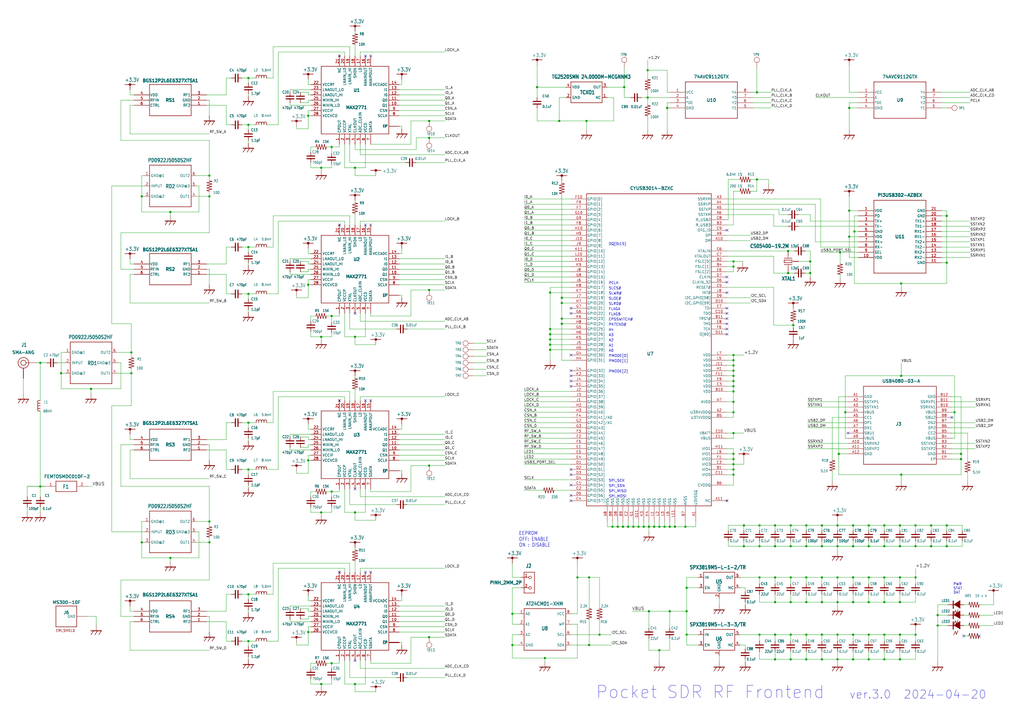
<source format=kicad_sch>
(kicad_sch (version 20231120) (generator "eeschema") (generator_version "8.0")
  (paper "User" 499.999 350.012)
  (lib_symbols
    (symbol "RF_DIV_1"
      (symbol "RF_DIV_1_1_0"
        (pin bidirectional line (at -12.7 5.08 0) (length 2.54) (name "GND@1") (number "1"))
        (pin input line (at -12.7 0 0) (length 2.54) (name "INPUT") (number "2"))
        (pin bidirectional line (at -12.7 -5.08 0) (length 2.54) (name "GND@2") (number "3"))
        (pin bidirectional line (at 12.7 -5.08 180) (length 2.54) (name "OUT1") (number "4"))
        (pin bidirectional line (at 12.7 0 180) (length 2.54) (name "GND@3") (number "5"))
        (pin bidirectional line (at 12.7 5.08 180) (length 2.54) (name "OUT2") (number "6"))
      )
    )
    (symbol "RF_DIV_2"
      (symbol "RF_DIV_2_1_0"
        (pin bidirectional line (at -12.7 5.08 0) (length 2.54) (name "GND@1") (number "1"))
        (pin input line (at -12.7 0 0) (length 2.54) (name "INPUT") (number "2"))
        (pin bidirectional line (at -12.7 -5.08 0) (length 2.54) (name "GND@2") (number "3"))
        (pin bidirectional line (at 12.7 -5.08 180) (length 2.54) (name "OUT1") (number "4"))
        (pin bidirectional line (at 12.7 0 180) (length 2.54) (name "GND@3") (number "5"))
        (pin bidirectional line (at 12.7 5.08 180) (length 2.54) (name "OUT2") (number "6"))
      )
    )
    (symbol "pocket_sdr_v2.3-eagle-import:+3.3V" (power)
      (property "Value" "+3.3V" (at -2.54 1.27 0))
      (symbol "+3.3V_1_0"
        (pin power_in line (at 0 -2.54 90) (length 2.54) (name "+3.3V") (number "1"))
      )
    )
    (symbol "pocket_sdr_v2.3-eagle-import:74AVC9112GTX" (pin_names (offset 0.254))
      (property "Reference" "U" (at 20.32 10.16 0))
      (property "Value" "74AVC9112GTX" (at 20.32 7.62 0))
      (symbol "74AVC9112GTX_0_1"
        (pin power_in line (at 0 0 0) (length 7.62) (name "VCC") (number "1"))
        (pin input line (at 0 -2.54 0) (length 7.62) (name "A") (number "2"))
        (pin input line (at 0 -5.08 0) (length 7.62) (name "*OE") (number "3"))
        (pin power_out line (at 0 -7.62 0) (length 7.62) (name "GND") (number "4"))
        (pin output line (at 40.64 -7.62 180) (length 7.62) (name "Y1") (number "5"))
        (pin output line (at 40.64 -5.08 180) (length 7.62) (name "Y2") (number "6"))
        (pin output line (at 40.64 -2.54 180) (length 7.62) (name "Y3") (number "7"))
        (pin output line (at 40.64 0 180) (length 7.62) (name "Y4") (number "8"))
      )
    )
    (symbol "pocket_sdr_v2.3-eagle-import:ARRAY_REG__EXB28V"
      (symbol "ARRAY_REG__EXB28V_1_0"
        (pin passive line (at -2.54 5.08 0) (length 0) (name "P1") (number "1"))
        (pin passive line (at 2.54 5.08 0) (length 0) (name "P2") (number "2"))
        (pin passive line (at -2.54 0 0) (length 0) (name "P3") (number "3"))
        (pin passive line (at 2.54 0 0) (length 0) (name "P4") (number "4"))
        (pin passive line (at -2.54 -5.08 0) (length 0) (name "P5") (number "5"))
        (pin passive line (at 2.54 -5.08 0) (length 0) (name "P6") (number "6"))
        (pin passive line (at -2.54 -10.16 0) (length 0) (name "P7") (number "7"))
        (pin passive line (at 2.54 -10.16 0) (length 0) (name "P8") (number "8"))
      )
    )
    (symbol "pocket_sdr_v2.3-eagle-import:AT24C256C"
      (symbol "AT24C256C_1_0"
        (pin input line (at -12.7 7.62 0) (length 2.54) (name "A0") (number "1"))
        (pin input line (at -12.7 2.54 0) (length 2.54) (name "A1") (number "2"))
        (pin input line (at -12.7 -2.54 0) (length 2.54) (name "A2") (number "3"))
        (pin power_in line (at -12.7 -7.62 0) (length 2.54) (name "GND") (number "4"))
        (pin bidirectional line (at 12.7 -7.62 180) (length 2.54) (name "SDA") (number "5"))
        (pin input line (at 12.7 -2.54 180) (length 2.54) (name "SCL") (number "6"))
        (pin input line (at 12.7 2.54 180) (length 2.54) (name "WP") (number "7"))
        (pin power_in line (at 12.7 7.62 180) (length 2.54) (name "VCC") (number "8"))
      )
    )
    (symbol "pocket_sdr_v2.3-eagle-import:BGS12P2L6E6327XTSA1" (pin_names (offset 0.254))
      (property "Reference" "U" (at 20.32 10.16 0))
      (property "Value" "BGS12P2L6E6327XTSA1" (at 17.78 7.62 0))
      (symbol "BGS12P2L6E6327XTSA1_0_1"
        (pin unspecified line (at 2.54 0 0) (length 7.62) (name "RF2") (number "1"))
        (pin power_in line (at 2.54 -2.54 0) (length 7.62) (name "GND") (number "2"))
        (pin unspecified line (at 2.54 -5.08 0) (length 7.62) (name "RF1") (number "3"))
        (pin power_in line (at 38.1 -5.08 180) (length 7.62) (name "VDD") (number "4"))
        (pin input line (at 38.1 -2.54 180) (length 7.62) (name "RFIN") (number "5"))
        (pin unspecified line (at 38.1 0 180) (length 7.62) (name "CTRL") (number "6"))
      )
    )
    (symbol "pocket_sdr_v2.3-eagle-import:C1005"
      (symbol "C1005_1_0"
        (pin passive line (at 0 2.54 270) (length 0) (name "1") (number "1"))
        (pin passive line (at 0 -2.54 90) (length 0) (name "2") (number "2"))
      )
    )
    (symbol "pocket_sdr_v2.3-eagle-import:C1608"
      (property "Value" "C1608" (at 2.54 -2.54 0))
      (symbol "C1608_1_0"
        (pin passive line (at 0 2.54 270) (length 0) (name "1") (number "1"))
        (pin passive line (at 0 -2.54 90) (length 0) (name "2") (number "2"))
      )
    )
    (symbol "pocket_sdr_v2.3-eagle-import:CYUSB3014-BZXC" (pin_names (offset 0.254))
      (property "Reference" "U" (at 3.81 83.82 0))
      (property "Value" "CYUSB3014-BZXC" (at 3.81 81.28 0))
      (symbol "CYUSB3014-BZXC_1_1"
        (pin power_in line (at 22.86 -81.28 90) (length 7.62) (name "U3VSSQ") (number "A1"))
        (pin unspecified line (at 38.1 55.88 180) (length 7.62) (name "DM") (number "A10"))
        (pin no_connect line (at 38.1 -71.12 180) (length 7.62) (name "NC") (number "A11"))
        (pin power_in line (at 38.1 -27.94 180) (length 7.62) (name "U3RXVDDQ") (number "A2"))
        (pin input line (at 38.1 76.2 180) (length 7.62) (name "SSRXM") (number "A3"))
        (pin input line (at 38.1 73.66 180) (length 7.62) (name "SSRXP") (number "A4"))
        (pin output line (at 38.1 71.12 180) (length 7.62) (name "SSTXP") (number "A5"))
        (pin output line (at 38.1 68.58 180) (length 7.62) (name "SSTXM") (number "A6"))
        (pin power_in line (at 38.1 -22.86 180) (length 7.62) (name "AVDD") (number "A7"))
        (pin power_in line (at -20.32 -81.28 90) (length 7.62) (name "VSS") (number "A8"))
        (pin unspecified line (at 38.1 58.42 180) (length 7.62) (name "DP") (number "A9"))
        (pin power_in line (at 38.1 -55.88 180) (length 7.62) (name "VIO4") (number "B1"))
        (pin power_in line (at 38.1 -17.78 180) (length 7.62) (name "VDD") (number "B10"))
        (pin output line (at 38.1 17.78 180) (length 7.62) (name "TRST#") (number "B11"))
        (pin input line (at 38.1 45.72 180) (length 7.62) (name "FSLC[0]") (number "B2"))
        (pin unspecified line (at 38.1 63.5 180) (length 7.62) (name "R_USB3") (number "B3"))
        (pin input line (at 38.1 43.18 180) (length 7.62) (name "FSLC[1]") (number "B4"))
        (pin power_in line (at 38.1 -30.48 180) (length 7.62) (name "U3TXVDDQ") (number "B5"))
        (pin power_in line (at 38.1 -63.5 180) (length 7.62) (name "CVDDQ") (number "B6"))
        (pin power_in line (at 17.78 -81.28 90) (length 7.62) (name "AVSS") (number "B7"))
        (pin power_in line (at -17.78 -81.28 90) (length 7.62) (name "VSS") (number "B8"))
        (pin power_in line (at -12.7 -81.28 90) (length 7.62) (name "VSS") (number "B9"))
        (pin unspecified line (at -38.1 -63.5 0) (length 7.62) (name "GPIO[54]") (number "C1"))
        (pin output line (at 38.1 20.32 180) (length 7.62) (name "TDO") (number "C10"))
        (pin power_in line (at 38.1 -58.42 180) (length 7.62) (name "VIO5") (number "C11"))
        (pin unspecified line (at -38.1 -66.04 0) (length 7.62) (name "GPIO[55]") (number "C2"))
        (pin power_in line (at 38.1 -15.24 180) (length 7.62) (name "VDD") (number "C3"))
        (pin unspecified line (at -38.1 -71.12 0) (length 7.62) (name "GPIO[57]") (number "C4"))
        (pin input line (at 38.1 33.02 180) (length 7.62) (name "RESET#") (number "C5"))
        (pin unspecified line (at 38.1 50.8 180) (length 7.62) (name "XTALIN") (number "C6"))
        (pin unspecified line (at 38.1 48.26 180) (length 7.62) (name "XTALOUT") (number "C7"))
        (pin unspecified line (at 38.1 66.04 180) (length 7.62) (name "R_USB2") (number "C8"))
        (pin input line (at 38.1 60.96 180) (length 7.62) (name "OTG_ID") (number "C9"))
        (pin unspecified line (at -38.1 -53.34 0) (length 7.62) (name "GPIO[50]") (number "D1"))
        (pin unspecified line (at 38.1 25.4 180) (length 7.62) (name "I2C_GPIO[59]") (number "D10"))
        (pin input line (at 38.1 10.16 180) (length 7.62) (name "O[60]") (number "D11"))
        (pin unspecified line (at -38.1 -55.88 0) (length 7.62) (name "GPIO[51]") (number "D2"))
        (pin unspecified line (at -38.1 -58.42 0) (length 7.62) (name "GPIO[52]") (number "D3"))
        (pin unspecified line (at -38.1 -60.96 0) (length 7.62) (name "GPIO[53]") (number "D4"))
        (pin unspecified line (at -38.1 -68.58 0) (length 7.62) (name "GPIO[56]") (number "D5"))
        (pin input line (at 38.1 35.56 180) (length 7.62) (name "CLKIN_32") (number "D6"))
        (pin input line (at 38.1 38.1 180) (length 7.62) (name "CLKIN") (number "D7"))
        (pin power_in line (at -15.24 -81.28 90) (length 7.62) (name "VSS") (number "D8"))
        (pin unspecified line (at 38.1 27.94 180) (length 7.62) (name "I2C_GPIO[58]") (number "D9"))
        (pin unspecified line (at -38.1 -45.72 0) (length 7.62) (name "GPIO[47]") (number "E1"))
        (pin power_in line (at 38.1 -38.1 180) (length 7.62) (name "VBATT") (number "E10"))
        (pin power_in line (at 38.1 -40.64 180) (length 7.62) (name "VBUS") (number "E11"))
        (pin power_in line (at -10.16 -81.28 90) (length 7.62) (name "VSS") (number "E2"))
        (pin power_in line (at 38.1 -53.34 180) (length 7.62) (name "VIO3") (number "E3"))
        (pin unspecified line (at -38.1 -50.8 0) (length 7.62) (name "GPIO[49]") (number "E4"))
        (pin unspecified line (at -38.1 -48.26 0) (length 7.62) (name "GPIO[48]") (number "E5"))
        (pin input line (at 38.1 40.64 180) (length 7.62) (name "FSLC[2]") (number "E6"))
        (pin input line (at 38.1 22.86 180) (length 7.62) (name "TDI") (number "E7"))
        (pin input line (at 38.1 15.24 180) (length 7.62) (name "TMS") (number "E8"))
        (pin power_in line (at 38.1 -12.7 180) (length 7.62) (name "VDD") (number "E9"))
        (pin power_in line (at 38.1 -50.8 180) (length 7.62) (name "VIO2") (number "F1"))
        (pin unspecified line (at -38.1 76.2 0) (length 7.62) (name "GPIO[0]") (number "F10"))
        (pin power_in line (at 38.1 -10.16 180) (length 7.62) (name "VDD") (number "F11"))
        (pin unspecified line (at -38.1 -40.64 0) (length 7.62) (name "GPIO[45]") (number "F2"))
        (pin unspecified line (at -38.1 -38.1 0) (length 7.62) (name "GPIO[44]") (number "F3"))
        (pin unspecified line (at -38.1 -30.48 0) (length 7.62) (name "GPIO[41]/A0") (number "F4"))
        (pin unspecified line (at -38.1 -43.18 0) (length 7.62) (name "GPIO[46]") (number "F5"))
        (pin input line (at 38.1 12.7 180) (length 7.62) (name "TCK") (number "F6"))
        (pin unspecified line (at -38.1 71.12 0) (length 7.62) (name "GPIO[2]") (number "F7"))
        (pin unspecified line (at -38.1 63.5 0) (length 7.62) (name "GPIO[5]") (number "F8"))
        (pin unspecified line (at -38.1 73.66 0) (length 7.62) (name "GPIO[1]") (number "F9"))
        (pin power_in line (at -7.62 -81.28 90) (length 7.62) (name "VSS") (number "G1"))
        (pin unspecified line (at -38.1 68.58 0) (length 7.62) (name "GPIO[3]") (number "G10"))
        (pin power_in line (at -5.08 -81.28 90) (length 7.62) (name "VSS") (number "G11"))
        (pin unspecified line (at -38.1 -33.02 0) (length 7.62) (name "GPIO[42]/A1") (number "G2"))
        (pin unspecified line (at -38.1 -35.56 0) (length 7.62) (name "GPIO[43]") (number "G3"))
        (pin unspecified line (at -38.1 0 0) (length 7.62) (name "GPIO[30]") (number "G4"))
        (pin unspecified line (at -38.1 12.7 0) (length 7.62) (name "GPIO[25]") (number "G5"))
        (pin unspecified line (at -38.1 20.32 0) (length 7.62) (name "GPIO[22]") (number "G6"))
        (pin unspecified line (at -38.1 22.86 0) (length 7.62) (name "GPIO[21]") (number "G7"))
        (pin unspecified line (at -38.1 38.1 0) (length 7.62) (name "GPIO[15]") (number "G8"))
        (pin unspecified line (at -38.1 66.04 0) (length 7.62) (name "GPIO[4]") (number "G9"))
        (pin power_in line (at 38.1 -7.62 180) (length 7.62) (name "VDD") (number "H1"))
        (pin unspecified line (at -38.1 60.96 0) (length 7.62) (name "GPIO[6]") (number "H10"))
        (pin power_in line (at 38.1 -45.72 180) (length 7.62) (name "VIO1") (number "H11"))
        (pin unspecified line (at -38.1 -25.4 0) (length 7.62) (name "GPIO[39]") (number "H2"))
        (pin unspecified line (at -38.1 -27.94 0) (length 7.62) (name "GPIO[40]") (number "H3"))
        (pin unspecified line (at -38.1 -2.54 0) (length 7.62) (name "GPIO[31]") (number "H4"))
        (pin unspecified line (at -38.1 2.54 0) (length 7.62) (name "GPIO[29]") (number "H5"))
        (pin unspecified line (at -38.1 10.16 0) (length 7.62) (name "GPIO[26]") (number "H6"))
        (pin unspecified line (at -38.1 25.4 0) (length 7.62) (name "GPIO[20]") (number "H7"))
        (pin unspecified line (at -38.1 15.24 0) (length 7.62) (name "GPIO[24]") (number "H8"))
        (pin unspecified line (at -38.1 58.42 0) (length 7.62) (name "GPIO[7]") (number "H9"))
        (pin unspecified line (at -38.1 -22.86 0) (length 7.62) (name "GPIO[38]") (number "J1"))
        (pin unspecified line (at -38.1 55.88 0) (length 7.62) (name "GPIO[8]") (number "J10"))
        (pin power_in line (at 38.1 -5.08 180) (length 7.62) (name "VDD") (number "J11"))
        (pin unspecified line (at -38.1 -17.78 0) (length 7.62) (name "GPIO[36]") (number "J2"))
        (pin unspecified line (at -38.1 -20.32 0) (length 7.62) (name "GPIO[37]") (number "J3"))
        (pin unspecified line (at -38.1 -12.7 0) (length 7.62) (name "GPIO[34]") (number "J4"))
        (pin unspecified line (at -38.1 5.08 0) (length 7.62) (name "GPIO[28]") (number "J5"))
        (pin unspecified line (at -38.1 35.56 0) (length 7.62) (name "GPIO[16]") (number "J6"))
        (pin unspecified line (at -38.1 27.94 0) (length 7.62) (name "GPIO[19]") (number "J7"))
        (pin unspecified line (at -38.1 40.64 0) (length 7.62) (name "GPIO[14]") (number "J8"))
        (pin unspecified line (at -38.1 53.34 0) (length 7.62) (name "GPIO[9]") (number "J9"))
        (pin unspecified line (at -38.1 -15.24 0) (length 7.62) (name "GPIO[35]") (number "K1"))
        (pin unspecified line (at -38.1 45.72 0) (length 7.62) (name "GPIO[12]") (number "K10"))
        (pin unspecified line (at -38.1 50.8 0) (length 7.62) (name "GPIO[10]") (number "K11"))
        (pin unspecified line (at -38.1 -10.16 0) (length 7.62) (name "GPIO[33]") (number "K2"))
        (pin power_in line (at -2.54 -81.28 90) (length 7.62) (name "VSS") (number "K3"))
        (pin power_in line (at 0 -81.28 90) (length 7.62) (name "VSS") (number "K4"))
        (pin unspecified line (at -38.1 7.62 0) (length 7.62) (name "GPIO[27]") (number "K5"))
        (pin unspecified line (at -38.1 17.78 0) (length 7.62) (name "GPIO[23]") (number "K6"))
        (pin unspecified line (at -38.1 30.48 0) (length 7.62) (name "GPIO[18]") (number "K7"))
        (pin unspecified line (at -38.1 33.02 0) (length 7.62) (name "GPIO[17]") (number "K8"))
        (pin unspecified line (at -38.1 43.18 0) (length 7.62) (name "GPIO[13]") (number "K9"))
        (pin power_in line (at 2.54 -81.28 90) (length 7.62) (name "VSS") (number "L1"))
        (pin unspecified line (at -38.1 48.26 0) (length 7.62) (name "GPIO[11]") (number "L10"))
        (pin power_in line (at 12.7 -81.28 90) (length 7.62) (name "VSS") (number "L11"))
        (pin power_in line (at 5.08 -81.28 90) (length 7.62) (name "VSS") (number "L2"))
        (pin power_in line (at 7.62 -81.28 90) (length 7.62) (name "VSS") (number "L3"))
        (pin unspecified line (at -38.1 -7.62 0) (length 7.62) (name "GPIO[32]") (number "L4"))
        (pin power_in line (at 38.1 -2.54 180) (length 7.62) (name "VDD") (number "L5"))
        (pin power_in line (at 10.16 -81.28 90) (length 7.62) (name "VSS") (number "L6"))
        (pin power_in line (at 38.1 0 180) (length 7.62) (name "VDD") (number "L7"))
        (pin unspecified line (at 38.1 30.48 180) (length 7.62) (name "INT#") (number "L8"))
        (pin power_in line (at 38.1 -48.26 180) (length 7.62) (name "VIO1") (number "L9"))
      )
    )
    (symbol "pocket_sdr_v2.3-eagle-import:GND" (power)
      (symbol "GND_1_0"
        (pin power_in line (at 0 0 270) (length 2.54) (name "GND") (number "1"))
      )
    )
    (symbol "pocket_sdr_v2.3-eagle-import:L1005"
      (property "Value" "L1005" (at 0 2.032 0))
      (symbol "L1005_1_0"
        (pin passive line (at -2.54 0 0) (length 0) (name "P$1") (number "1"))
        (pin passive line (at 2.54 0 0) (length 0) (name "P$2") (number "2"))
      )
    )
    (symbol "pocket_sdr_v2.3-eagle-import:L1608"
      (symbol "L1608_1_0"
        (pin passive line (at -2.54 0 0) (length 0) (name "P$1") (number "1"))
        (pin passive line (at 2.54 0 0) (length 0) (name "P$2") (number "2"))
      )
    )
    (symbol "pocket_sdr_v2.3-eagle-import:LDO_SOT"
      (symbol "LDO_SOT_1_0"
        (pin bidirectional line (at -10.16 2.54 0) (length 2.54) (name "IN") (number "1"))
        (pin bidirectional line (at 0 -7.62 90) (length 2.54) (name "GND") (number "2"))
        (pin bidirectional line (at -10.16 -2.54 0) (length 2.54) (name "EN") (number "3"))
        (pin bidirectional line (at 10.16 -2.54 180) (length 2.54) (name "NC") (number "4"))
        (pin bidirectional line (at 10.16 2.54 180) (length 2.54) (name "OUT") (number "5"))
      )
    )
    (symbol "pocket_sdr_v2.3-eagle-import:LED1608"
      (symbol "LED1608_1_0"
        (pin passive line (at -2.54 0 0) (length 0) (name "+") (number "1"))
        (pin passive line (at 5.08 0 0) (length 0) (name "P$2") (number "2"))
      )
    )
    (symbol "pocket_sdr_v2.3-eagle-import:MAX2771"
      (symbol "MAX2771_1_0"
        (pin bidirectional line (at -7.62 -21.59 90) (length 5.08) (name "CPOUT") (number "1"))
        (pin output line (at 21.59 -2.54 180) (length 5.08) (name "Q1") (number "10"))
        (pin output line (at 21.59 0 180) (length 5.08) (name "Q0") (number "11"))
        (pin output line (at 21.59 2.54 180) (length 5.08) (name "I0") (number "12"))
        (pin output line (at 21.59 5.08 180) (length 5.08) (name "I1") (number "13"))
        (pin power_in line (at 21.59 7.62 180) (length 5.08) (name "VCCADC") (number "14"))
        (pin bidirectional line (at 7.62 21.59 270) (length 5.08) (name "ANAIPOUT") (number "15"))
        (pin bidirectional line (at 5.08 21.59 270) (length 5.08) (name "ANAINOUT") (number "16"))
        (pin output line (at 2.54 21.59 270) (length 5.08) (name "LD") (number "17"))
        (pin bidirectional line (at 0 21.59 270) (length 5.08) (name "SHDN") (number "18"))
        (pin bidirectional line (at -2.54 21.59 270) (length 5.08) (name "LNAIN_HI") (number "19"))
        (pin power_in line (at -5.08 -21.59 90) (length 5.08) (name "VCCCP") (number "2"))
        (pin bidirectional line (at -5.08 21.59 270) (length 5.08) (name "LNAIN_LO") (number "20"))
        (pin no_connect line (at -7.62 21.59 270) (length 5.08) (name "NC") (number "21"))
        (pin power_in line (at -21.59 7.62 0) (length 5.08) (name "VCCRF") (number "22"))
        (pin output line (at -21.59 5.08 0) (length 5.08) (name "LNAOUT_LO") (number "23"))
        (pin output line (at -21.59 2.54 0) (length 5.08) (name "LNAOUT_HI") (number "24"))
        (pin input line (at -21.59 0 0) (length 5.08) (name "MIXIN_HI") (number "25"))
        (pin input line (at -21.59 -2.54 0) (length 5.08) (name "MIXIN_LO") (number "26"))
        (pin power_in line (at -21.59 -5.08 0) (length 5.08) (name "VCCIF") (number "27"))
        (pin power_in line (at -21.59 -7.62 0) (length 5.08) (name "VCCVCO") (number "28"))
        (pin bidirectional line (at -2.54 -21.59 90) (length 5.08) (name "XTAL") (number "3"))
        (pin bidirectional line (at 0 -21.59 90) (length 5.08) (name "CLKOUT") (number "4"))
        (pin bidirectional line (at 2.54 -21.59 90) (length 5.08) (name "ADC_CLKIN") (number "5"))
        (pin power_in line (at 5.08 -21.59 90) (length 5.08) (name "VCCD") (number "6"))
        (pin bidirectional line (at 7.62 -21.59 90) (length 5.08) (name "SDATA") (number "7"))
        (pin input line (at 21.59 -7.62 180) (length 5.08) (name "SCLK") (number "8"))
        (pin input line (at 21.59 -5.08 180) (length 5.08) (name "CSN") (number "9"))
        (pin power_in line (at 21.59 -12.7 180) (length 5.08) (name "EP") (number "C1"))
        (pin power_in line (at 21.59 -12.7 180) (length 5.08) (name "EP") (number "C2"))
        (pin power_in line (at 21.59 -12.7 180) (length 5.08) (name "EP") (number "C3"))
        (pin power_in line (at 21.59 -12.7 180) (length 5.08) (name "EP") (number "C4"))
        (pin power_in line (at 21.59 -12.7 180) (length 5.08) (name "EP") (number "EP"))
        (pin power_in line (at 21.59 -12.7 180) (length 5.08) (name "EP") (number "V1"))
        (pin power_in line (at 21.59 -12.7 180) (length 5.08) (name "EP") (number "V2"))
        (pin power_in line (at 21.59 -12.7 180) (length 5.08) (name "EP") (number "V3"))
        (pin power_in line (at 21.59 -12.7 180) (length 5.08) (name "EP") (number "V4"))
        (pin power_in line (at 21.59 -12.7 180) (length 5.08) (name "EP") (number "V5"))
        (pin power_in line (at 21.59 -12.7 180) (length 5.08) (name "EP") (number "V6"))
        (pin power_in line (at 21.59 -12.7 180) (length 5.08) (name "EP") (number "V7"))
        (pin power_in line (at 21.59 -12.7 180) (length 5.08) (name "EP") (number "V8"))
        (pin power_in line (at 21.59 -12.7 180) (length 5.08) (name "EP") (number "V9"))
      )
    )
    (symbol "pocket_sdr_v2.3-eagle-import:MS300-10F"
      (symbol "MS300-10F_1_0"
        (text "EMI_SHIELD" (at -5.08 -7.62 0) (effects (font (size 1.27 1.0795)) (justify left bottom)))
        (pin unspecified line (at 10.16 0 180) (length 5.08) (name "GND") (number "P1"))
      )
    )
    (symbol "pocket_sdr_v2.3-eagle-import:PI3USB302-AZBEX" (pin_names (offset 0.254))
      (property "Reference" "U" (at 20.32 10.16 0))
      (property "Value" "PI3USB302-AZBEX" (at 0 20.32 0))
      (symbol "PI3USB302-AZBEX_0_1"
        (pin power_in line (at -20.32 12.7 0) (length 7.62) (name "VDD") (number "1"))
        (pin power_in line (at -20.32 -10.16 0) (length 7.62) (name "VDD") (number "10"))
        (pin power_out line (at 20.32 -12.7 180) (length 7.62) (name "GND") (number "11"))
        (pin bidirectional line (at 20.32 -10.16 180) (length 7.62) (name "RX2-") (number "12"))
        (pin bidirectional line (at 20.32 -7.62 180) (length 7.62) (name "RX2+") (number "13"))
        (pin bidirectional line (at 20.32 -5.08 180) (length 7.62) (name "TX2-") (number "14"))
        (pin bidirectional line (at 20.32 -2.54 180) (length 7.62) (name "TX2+") (number "15"))
        (pin bidirectional line (at 20.32 0 180) (length 7.62) (name "RX1-") (number "16"))
        (pin bidirectional line (at 20.32 2.54 180) (length 7.62) (name "RX1+") (number "17"))
        (pin bidirectional line (at 20.32 5.08 180) (length 7.62) (name "TX1-") (number "18"))
        (pin bidirectional line (at 20.32 7.62 180) (length 7.62) (name "TX1+") (number "19"))
        (pin input line (at -20.32 10.16 0) (length 7.62) (name "PD") (number "2"))
        (pin power_out line (at 20.32 10.16 180) (length 7.62) (name "GND") (number "20"))
        (pin power_out line (at 20.32 12.7 180) (length 7.62) (name "GND") (number "21"))
        (pin bidirectional line (at -20.32 7.62 0) (length 7.62) (name "TX+") (number "3"))
        (pin bidirectional line (at -20.32 5.08 0) (length 7.62) (name "TX-") (number "4"))
        (pin power_out line (at -20.32 2.54 0) (length 7.62) (name "GND") (number "5"))
        (pin power_in line (at -20.32 0 0) (length 7.62) (name "VDD") (number "6"))
        (pin bidirectional line (at -20.32 -2.54 0) (length 7.62) (name "RX+") (number "7"))
        (pin bidirectional line (at -20.32 -5.08 0) (length 7.62) (name "RX-") (number "8"))
        (pin input line (at -20.32 -7.62 0) (length 7.62) (name "SEL") (number "9"))
      )
    )
    (symbol "pocket_sdr_v2.3-eagle-import:PINH_2MM_2P"
      (symbol "PINH_2MM_2P_1_0"
        (pin bidirectional inverted (at -4.064 2.54 0) (length 5.08) (name "P1") (number "1"))
        (pin bidirectional inverted (at -4.064 -2.54 0) (length 5.08) (name "P2") (number "2"))
      )
    )
    (symbol "pocket_sdr_v2.3-eagle-import:POLYSW1608"
      (symbol "POLYSW1608_1_0"
        (pin bidirectional line (at -10.16 0 0) (length 5.08) (name "P$1") (number "1"))
        (pin bidirectional line (at 10.16 0 180) (length 5.08) (name "P$2") (number "2"))
      )
    )
    (symbol "pocket_sdr_v2.3-eagle-import:R1005"
      (symbol "R1005_1_0"
        (pin passive line (at -2.54 0 0) (length 0) (name "P$1") (number "1"))
        (pin passive line (at 2.54 0 0) (length 0) (name "P$2") (number "2"))
      )
    )
    (symbol "pocket_sdr_v2.3-eagle-import:RF_DIV"
      (symbol "RF_DIV_1_0"
        (pin bidirectional line (at -12.7 5.08 0) (length 2.54) (name "GND@1") (number "1"))
        (pin input line (at -12.7 0 0) (length 2.54) (name "INPUT") (number "2"))
        (pin bidirectional line (at -12.7 -5.08 0) (length 2.54) (name "GND@2") (number "3"))
        (pin bidirectional line (at 12.7 -5.08 180) (length 2.54) (name "OUT1") (number "4"))
        (pin bidirectional line (at 12.7 0 180) (length 2.54) (name "GND@3") (number "5"))
        (pin bidirectional line (at 12.7 5.08 180) (length 2.54) (name "OUT2") (number "6"))
      )
    )
    (symbol "pocket_sdr_v2.3-eagle-import:SMA-ANG"
      (symbol "SMA-ANG_1_0"
        (pin passive line (at 6.35 0 180) (length 5.08) (name "RF") (number "P1"))
        (pin passive line (at 0 -7.62 90) (length 5.08) (name "GND") (number "P2"))
        (pin passive line (at 0 -7.62 90) (length 5.08) (name "GND") (number "P3"))
        (pin passive line (at 0 -7.62 90) (length 5.08) (name "GND") (number "P4"))
        (pin passive line (at 0 -7.62 90) (length 5.08) (name "GND") (number "P5"))
      )
    )
    (symbol "pocket_sdr_v2.3-eagle-import:TCXO"
      (symbol "TCXO_1_0"
        (pin bidirectional line (at 10.16 -2.54 180) (length 2.54) (name "NC") (number "1"))
        (pin bidirectional line (at -10.16 -2.54 0) (length 2.54) (name "GND") (number "2"))
        (pin bidirectional line (at 10.16 2.54 180) (length 2.54) (name "OUT") (number "3"))
        (pin bidirectional line (at -10.16 2.54 0) (length 2.54) (name "VDD") (number "4"))
      )
    )
    (symbol "pocket_sdr_v2.3-eagle-import:TP0.5"
      (symbol "TP0.5_1_0"
        (pin bidirectional line (at 0 3.81 270) (length 2.54) (name "1") (number "1"))
      )
    )
    (symbol "pocket_sdr_v2.3-eagle-import:USB4080-03-A" (pin_names (offset 0.254))
      (property "Reference" "J" (at 25.4 10.16 0))
      (property "Value" "USB4080-03-A" (at 25.4 7.62 0))
      (symbol "USB4080-03-A_0_1"
        (pin power_out line (at 0 0 0) (length 7.62) (name "GND") (number "A1"))
        (pin bidirectional line (at 0 -22.86 0) (length 7.62) (name "SSRXN2") (number "A10"))
        (pin bidirectional line (at 0 -25.4 0) (length 7.62) (name "SSRXP2") (number "A11"))
        (pin power_out line (at 0 -27.94 0) (length 7.62) (name "GND") (number "A12"))
        (pin bidirectional line (at 0 -2.54 0) (length 7.62) (name "SSTXP1") (number "A2"))
        (pin bidirectional line (at 0 -5.08 0) (length 7.62) (name "SSTXN1") (number "A3"))
        (pin power_in line (at 0 -7.62 0) (length 7.62) (name "VBUS") (number "A4"))
        (pin bidirectional line (at 0 -10.16 0) (length 7.62) (name "CC1") (number "A5"))
        (pin bidirectional line (at 0 -12.7 0) (length 7.62) (name "DP1") (number "A6"))
        (pin bidirectional line (at 0 -15.24 0) (length 7.62) (name "DN1") (number "A7"))
        (pin bidirectional line (at 0 -17.78 0) (length 7.62) (name "SBU1") (number "A8"))
        (pin power_in line (at 0 -20.32 0) (length 7.62) (name "VBUS") (number "A9"))
        (pin power_out line (at 50.8 -27.94 180) (length 7.62) (name "GND") (number "B1"))
        (pin bidirectional line (at 50.8 -5.08 180) (length 7.62) (name "SSRXN1") (number "B10"))
        (pin bidirectional line (at 50.8 -2.54 180) (length 7.62) (name "SSRXP1") (number "B11"))
        (pin power_out line (at 50.8 0 180) (length 7.62) (name "GND") (number "B12"))
        (pin bidirectional line (at 50.8 -25.4 180) (length 7.62) (name "SSTXP2") (number "B2"))
        (pin bidirectional line (at 50.8 -22.86 180) (length 7.62) (name "SSTXN2") (number "B3"))
        (pin power_in line (at 50.8 -20.32 180) (length 7.62) (name "VBUS") (number "B4"))
        (pin bidirectional line (at 50.8 -17.78 180) (length 7.62) (name "CC2") (number "B5"))
        (pin bidirectional line (at 50.8 -15.24 180) (length 7.62) (name "DP2") (number "B6"))
        (pin bidirectional line (at 50.8 -12.7 180) (length 7.62) (name "DN2") (number "B7"))
        (pin bidirectional line (at 50.8 -10.16 180) (length 7.62) (name "SBU2") (number "B8"))
        (pin power_in line (at 50.8 -7.62 180) (length 7.62) (name "VBUS") (number "B9"))
      )
      (symbol "USB4080-03-A_1_1"
        (pin unspecified line (at 50.8 -30.48 180) (length 7.62) (name "EP") (number "EP"))
      )
    )
    (symbol "pocket_sdr_v2.3-eagle-import:XTAL_SMD"
      (symbol "XTAL_SMD_1_0"
        (pin passive line (at -5.08 0 0) (length 2.54) (name "XTAL1") (number "P1"))
        (pin passive line (at 0 -5.08 90) (length 2.54) (name "GND") (number "P2"))
        (pin passive line (at 5.08 0 180) (length 2.54) (name "XTAL2") (number "P3"))
        (pin passive line (at 0 -5.08 90) (length 2.54) (name "GND") (number "P4"))
      )
    )
    (symbol "pocket_sdr_v2.3-eagle-import:ttaka_power_+3.3V" (power)
      (property "Value" "ttaka_power_+3.3V" (at -2.54 1.27 0))
      (symbol "ttaka_power_+3.3V_1_0"
        (pin power_in line (at 0 -2.54 90) (length 2.54) (name "+3.3V") (number "1"))
      )
    )
    (symbol "pocket_sdr_v2.3-eagle-import:ttaka_power_GND" (power)
      (symbol "ttaka_power_GND_1_0"
        (pin power_in line (at 0 0 270) (length 2.54) (name "GND") (number "1"))
      )
    )
  )
  (junction (at 358.14 175.895))
  (junction (at 121.285 290.195))
  (junction (at 83.185 272.415))
  (junction (at 384.81 122.555))
  (junction (at 19.685 177.165))
  (junction (at 386.08 321.945))
  (junction (at 358.14 231.775))
  (junction (at 83.185 103.505))
  (junction (at 19.685 237.49))
  (junction (at 363.22 256.54))
  (junction (at 378.46 309.88))
  (junction (at 268.605 142.875))
  (junction (at 408.94 281.94))
  (junction (at 358.14 211.455))
  (junction (at 209.55 227.33))
  (junction (at 268.605 170.815))
  (junction (at 150.495 139.065))
  (junction (at 439.42 281.94))
  (junction (at 358.14 173.355))
  (junction (at 121.285 206.375))
  (junction (at 370.84 309.88))
  (junction (at 378.46 256.54))
  (junction (at 414.655 115.57))
  (junction (at 281.94 281.94))
  (junction (at 417.195 113.03))
  (junction (at 370.84 266.7))
  (junction (at 161.925 71.755))
  (junction (at 156.845 250.19))
  (junction (at 209.55 311.15))
  (junction (at 440.055 231.775))
  (junction (at 250.19 299.72))
  (junction (at 358.14 191.135))
  (junction (at 316.23 47.625))
  (junction (at 358.14 221.615))
  (junction (at 424.18 256.54))
  (junction (at 462.28 266.7))
  (junction (at 324.485 257.175))
  (junction (at 327.025 298.45))
  (junction (at 386.08 294.005))
  (junction (at 469.265 224.155))
  (junction (at 408.94 321.945))
  (junction (at 358.14 188.595))
  (junction (at 424.18 266.7))
  (junction (at 440.055 138.43))
  (junction (at 287.655 314.96))
  (junction (at 121.285 229.235))
  (junction (at 335.28 309.88))
  (junction (at 173.355 164.465))
  (junction (at 121.285 143.51))
  (junction (at 431.8 256.54))
  (junction (at 325.755 52.705))
  (junction (at 358.14 130.175))
  (junction (at 447.04 281.94))
  (junction (at 301.625 257.175))
  (junction (at 466.09 201.295))
  (junction (at 401.32 294.005))
  (junction (at 401.32 321.945))
  (junction (at 102.235 95.885))
  (junction (at 416.56 321.945))
  (junction (at 156.845 81.915))
  (junction (at 102.235 85.725))
  (junction (at 431.8 321.945))
  (junction (at 358.14 178.435))
  (junction (at 161.925 240.03))
  (junction (at 64.135 182.245))
  (junction (at 440.055 183.515))
  (junction (at 314.325 257.175))
  (junction (at 462.28 105.41))
  (junction (at 416.56 309.88))
  (junction (at 316.23 34.29))
  (junction (at 173.355 81.915))
  (junction (at 150.495 224.79))
  (junction (at 462.28 256.54))
  (junction (at 292.735 309.88))
  (junction (at 386.08 266.7))
  (junction (at 299.085 257.175))
  (junction (at 121.285 120.65))
  (junction (at 424.18 294.005))
  (junction (at 439.42 256.54))
  (junction (at 439.42 294.005))
  (junction (at 424.18 321.945))
  (junction (at 408.94 256.54))
  (junction (at 209.55 141.605))
  (junction (at 386.08 256.54))
  (junction (at 439.42 266.7))
  (junction (at 274.32 158.115))
  (junction (at 393.7 281.94))
  (junction (at 370.84 256.54))
  (junction (at 250.19 314.96))
  (junction (at 401.32 309.88))
  (junction (at 447.04 256.54))
  (junction (at 150.495 56.515))
  (junction (at 416.56 256.54))
  (junction (at 268.605 160.655))
  (junction (at 401.32 256.54))
  (junction (at 410.21 123.19))
  (junction (at 393.7 309.88))
  (junction (at 358.14 127.635))
  (junction (at 358.14 183.515))
  (junction (at 401.32 266.7))
  (junction (at 209.55 59.055))
  (junction (at 378.46 294.005))
  (junction (at 457.835 305.435))
  (junction (at 273.05 59.055))
  (junction (at 416.56 294.005))
  (junction (at 386.08 309.88))
  (junction (at 358.14 226.695))
  (junction (at 401.32 281.94))
  (junction (at 424.18 309.88))
  (junction (at 378.46 266.7))
  (junction (at 287.655 281.94))
  (junction (at 329.565 257.175))
  (junction (at 386.08 281.94))
  (junction (at 156.845 334.01))
  (junction (at 358.14 229.235))
  (junction (at 439.42 321.945))
  (junction (at 447.04 266.7))
  (junction (at 335.28 298.45))
  (junction (at 358.14 186.055))
  (junction (at 431.8 266.7))
  (junction (at 121.285 313.055))
  (junction (at 64.135 172.085))
  (junction (at 454.66 256.54))
  (junction (at 319.405 257.175))
  (junction (at 370.84 281.94))
  (junction (at 416.56 281.94))
  (junction (at 393.7 321.945))
  (junction (at 414.655 52.705))
  (junction (at 393.7 256.54))
  (junction (at 102.235 264.795))
  (junction (at 316.865 257.175))
  (junction (at 369.57 87.63))
  (junction (at 462.28 128.27))
  (junction (at 378.46 321.945))
  (junction (at 358.14 224.155))
  (junction (at 335.28 287.02))
  (junction (at 274.32 155.575))
  (junction (at 102.235 254.635))
  (junction (at 408.94 294.005))
  (junction (at 161.925 154.305))
  (junction (at 363.22 266.7))
  (junction (at 29.845 182.245))
  (junction (at 121.285 38.1))
  (junction (at 412.75 201.295))
  (junction (at 156.845 164.465))
  (junction (at 395.605 133.35))
  (junction (at 161.925 323.85))
  (junction (at 274.32 145.415))
  (junction (at 424.18 281.94))
  (junction (at 309.245 257.175))
  (junction (at 334.645 257.175))
  (junction (at 311.785 257.175))
  (junction (at 439.42 309.88))
  (junction (at 387.35 158.75))
  (junction (at 316.865 298.45))
  (junction (at 378.46 281.94))
  (junction (at 266.065 321.31))
  (junction (at 358.14 180.975))
  (junction (at 393.7 294.005))
  (junction (at 44.45 189.865))
  (junction (at 121.285 60.96))
  (junction (at 173.355 334.01))
  (junction (at 268.605 168.275))
  (junction (at 469.265 221.615))
  (junction (at 69.215 95.885))
  (junction (at 69.215 264.795))
  (junction (at 304.8 42.545))
  (junction (at 414.655 102.87))
  (junction (at 408.94 309.88))
  (junction (at 408.94 266.7))
  (junction (at 327.025 257.175))
  (junction (at 304.165 257.175))
  (junction (at 358.14 196.215))
  (junction (at 321.945 317.5))
  (junction (at 286.385 59.055))
  (junction (at 395.605 127.635))
  (junction (at 393.7 266.7))
  (junction (at 369.57 45.085))
  (junction (at 306.705 257.175))
  (junction (at 150.495 308.61))
  (junction (at 457.835 300.355))
  (junction (at 384.81 133.35))
  (junction (at 416.56 266.7))
  (junction (at 173.355 250.19))
  (junction (at 262.255 42.545))
  (junction (at 431.8 294.005))
  (junction (at 447.04 309.88))
  (junction (at 274.32 147.955))
  (junction (at 358.14 201.295))
  (junction (at 209.55 67.31))
  (junction (at 409.575 221.615))
  (junction (at 454.66 266.7))
  (junction (at 268.605 163.195))
  (junction (at 431.8 281.94))
  (junction (at 268.605 165.735))
  (junction (at 321.945 257.175))
  (junction (at 431.8 309.88))
  (no_connect (at 165.735 109.855))
  (no_connect (at 180.975 27.305))
  (no_connect (at 354.965 150.495))
  (no_connect (at 180.975 195.58))
  (no_connect (at 165.735 27.305))
  (no_connect (at 278.765 229.235))
  (no_connect (at 178.435 279.4))
  (no_connect (at 278.765 244.475))
  (no_connect (at 173.355 238.76))
  (no_connect (at 464.82 203.835))
  (no_connect (at 178.435 109.855))
  (no_connect (at 180.975 279.4))
  (no_connect (at 278.765 188.595))
  (no_connect (at 278.765 241.935))
  (no_connect (at 354.965 135.255))
  (no_connect (at 278.765 173.355))
  (no_connect (at 414.02 211.455))
  (no_connect (at 178.435 195.58))
  (no_connect (at 478.155 310.515))
  (no_connect (at 173.355 153.035))
  (no_connect (at 354.965 244.475))
  (no_connect (at 354.965 112.395))
  (no_connect (at 354.965 160.655))
  (no_connect (at 354.965 153.035))
  (no_connect (at 165.735 279.4))
  (no_connect (at 354.965 155.575))
  (no_connect (at 278.765 236.855))
  (no_connect (at 180.975 109.855))
  (no_connect (at 470.535 310.515))
  (no_connect (at 354.965 158.115))
  (no_connect (at 173.355 322.58))
  (no_connect (at 165.735 195.58))
  (no_connect (at 278.765 150.495))
  (no_connect (at 278.765 180.975))
  (no_connect (at 354.965 137.795))
  (no_connect (at 354.965 163.195))
  (no_connect (at 354.965 142.875))
  (no_connect (at 278.765 186.055))
  (no_connect (at 178.435 27.305))
  (no_connect (at 278.765 183.515))
  (no_connect (at 278.765 231.775))
  (no_connect (at 278.765 153.035))
  (wire (pts (xy 401.32 266.7) (xy 393.7 266.7)) (stroke (width 0.1524)))
  (wire (pts (xy 351.155 292.1) (xy 351.155 295.275)) (stroke (width 0.1524)))
  (wire (pts (xy 118.11 229.235) (xy 121.285 229.235)) (stroke (width 0.1524)))
  (wire (pts (xy 358.14 201.295) (xy 358.14 203.835)))
  (wire (pts (xy 408.94 281.94) (xy 416.56 281.94)) (stroke (width 0.1524)))
  (wire (pts (xy 416.56 285.115) (xy 416.56 281.94)) (stroke (width 0.1524)))
  (wire (pts (xy 281.94 281.94) (xy 281.94 299.72)) (stroke (width 0.1524)))
  (wire (pts (xy 255.905 99.695) (xy 278.765 99.695)))
  (wire (pts (xy 150.495 50.165) (xy 148.59 50.165)))
  (wire (pts (xy 401.32 281.94) (xy 401.32 285.115)) (stroke (width 0.1524)))
  (wire (pts (xy 200.66 59.055) (xy 200.66 70.485)) (stroke (width 0.1524)))
  (wire (pts (xy 393.7 281.94) (xy 393.7 285.115)) (stroke (width 0.1524)))
  (wire (pts (xy 198.755 246.38) (xy 217.17 246.38)))
  (wire (pts (xy 354.965 186.055) (xy 358.14 186.055)))
  (wire (pts (xy 439.42 309.88) (xy 447.04 309.88)) (stroke (width 0.1524)))
  (wire (pts (xy 469.9 264.16) (xy 469.9 266.7)) (stroke (width 0.1524)))
  (wire (pts (xy 69.215 264.795) (xy 70.485 264.795)))
  (wire (pts (xy 54.61 158.115) (xy 54.61 90.805)) (stroke (width 0.1524)))
  (wire (pts (xy 335.28 309.88) (xy 340.995 309.88)) (stroke (width 0.1524)))
  (wire (pts (xy 161.925 154.305) (xy 165.735 154.305)))
  (wire (pts (xy 175.895 156.845) (xy 217.17 156.845)))
  (wire (pts (xy 309.245 254.635) (xy 309.245 257.175)))
  (wire (pts (xy 370.84 281.94) (xy 378.46 281.94)) (stroke (width 0.1524)))
  (wire (pts (xy 170.815 191.135) (xy 170.815 195.58)) (stroke (width 0.1524)))
  (wire (pts (xy 473.075 295.275) (xy 470.535 295.275)) (stroke (width 0.1524)))
  (wire (pts (xy 255.905 201.295) (xy 278.765 201.295)))
  (wire (pts (xy 150.495 224.79) (xy 150.495 231.14)) (stroke (width 0.1524)))
  (wire (pts (xy 401.32 290.195) (xy 401.32 294.005)) (stroke (width 0.1524)))
  (wire (pts (xy 286.385 59.055) (xy 286.385 63.5)) (stroke (width 0.1524)))
  (wire (pts (xy 102.235 85.725) (xy 102.235 88.265)))
  (wire (pts (xy 175.895 75.565) (xy 217.17 75.565)))
  (wire (pts (xy 57.15 182.245) (xy 64.135 182.245)) (stroke (width 0.1524)))
  (wire (pts (xy 370.84 309.88) (xy 378.46 309.88)) (stroke (width 0.1524)))
  (wire (pts (xy 406.4 203.835) (xy 414.02 203.835)))
  (wire (pts (xy 168.275 277.495) (xy 168.275 279.4)) (stroke (width 0.1524)))
  (wire (pts (xy 395.605 107.95) (xy 395.605 104.775)))
  (wire (pts (xy 473.075 305.435) (xy 470.535 305.435)) (stroke (width 0.1524)))
  (wire (pts (xy 165.735 70.485) (xy 165.735 71.755)))
  (wire (pts (xy 100.965 51.435) (xy 110.49 51.435)))
  (wire (pts (xy 334.645 257.175) (xy 339.725 257.175)))
  (wire (pts (xy 335.28 287.02) (xy 335.28 281.94)) (stroke (width 0.1524)))
  (wire (pts (xy 194.945 131.445) (xy 217.17 131.445)) (stroke (width 0.1524)))
  (wire (pts (xy 358.14 127.635) (xy 362.585 127.635)))
  (wire (pts (xy 255.905 208.915) (xy 278.765 208.915)))
  (wire (pts (xy 63.5 133.985) (xy 63.5 147.955)))
  (wire (pts (xy 447.04 266.7) (xy 454.66 266.7)) (stroke (width 0.1524)))
  (wire (pts (xy 194.945 229.87) (xy 196.215 229.87)) (stroke (width 0.1524)))
  (wire (pts (xy 358.14 127.635) (xy 358.14 130.175)))
  (wire (pts (xy 173.355 85.725) (xy 183.515 85.725)) (stroke (width 0.1524)))
  (wire (pts (xy 59.055 131.445) (xy 65.405 131.445)))
  (wire (pts (xy 194.945 61.595) (xy 196.215 61.595)) (stroke (width 0.1524)))
  (wire (pts (xy 200.66 227.33) (xy 200.66 240.03)) (stroke (width 0.1524)))
  (wire (pts (xy 194.945 308.61) (xy 217.17 308.61)) (stroke (width 0.1524)))
  (wire (pts (xy 377.825 125.095) (xy 377.825 133.35)))
  (wire (pts (xy 358.14 221.615) (xy 358.14 224.155)))
  (wire (pts (xy 173.355 81.915) (xy 173.355 85.725)) (stroke (width 0.1524)))
  (wire (pts (xy 151.765 131.445) (xy 150.495 131.445)))
  (wire (pts (xy 459.74 125.73) (xy 473.71 125.73)))
  (wire (pts (xy 194.945 133.985) (xy 206.375 133.985)))
  (wire (pts (xy 457.835 300.355) (xy 457.835 305.435)) (stroke (width 0.1524)))
  (wire (pts (xy 408.94 318.135) (xy 408.94 321.945)) (stroke (width 0.1524)))
  (wire (pts (xy 255.905 112.395) (xy 278.765 112.395)))
  (wire (pts (xy 459.74 45.085) (xy 473.71 45.085)))
  (wire (pts (xy 398.145 99.695) (xy 354.965 99.695)))
  (wire (pts (xy 196.215 144.145) (xy 196.215 145.415)) (stroke (width 0.1524)))
  (wire (pts (xy 196.215 293.37) (xy 196.215 290.83)) (stroke (width 0.1524)))
  (wire (pts (xy 354.965 236.855) (xy 358.14 236.855)))
  (wire (pts (xy 408.94 294.005) (xy 408.94 295.91)) (stroke (width 0.1524)))
  (wire (pts (xy 64.135 158.115) (xy 54.61 158.115)) (stroke (width 0.1524)))
  (wire (pts (xy 354.965 196.215) (xy 358.14 196.215)))
  (wire (pts (xy 175.895 107.95) (xy 217.17 107.95)) (stroke (width 0.1524)))
  (wire (pts (xy 363.22 256.54) (xy 370.84 256.54)) (stroke (width 0.1524)))
  (wire (pts (xy 464.82 211.455) (xy 472.44 211.455)))
  (wire (pts (xy 316.23 56.515) (xy 316.23 63.5)))
  (wire (pts (xy 316.865 257.175) (xy 319.405 257.175)))
  (wire (pts (xy 370.84 318.135) (xy 370.84 321.945)) (stroke (width 0.1524)))
  (wire (pts (xy 311.785 257.175) (xy 314.325 257.175)))
  (wire (pts (xy 150.495 45.085) (xy 150.495 46.355)) (stroke (width 0.1524)))
  (wire (pts (xy 369.57 33.02) (xy 369.57 45.085)))
  (wire (pts (xy 121.285 213.995) (xy 121.285 215.265)) (stroke (width 0.1524)))
  (wire (pts (xy 462.28 266.7) (xy 462.28 264.16)) (stroke (width 0.1524)))
  (wire (pts (xy 380.365 104.775) (xy 380.365 102.235)))
  (wire (pts (xy 57.15 172.085) (xy 64.135 172.085)) (stroke (width 0.1524)))
  (wire (pts (xy 198.755 330.835) (xy 217.17 330.835)))
  (wire (pts (xy 194.945 217.17) (xy 217.17 217.17)) (stroke (width 0.1524)))
  (wire (pts (xy 355.6 87.63) (xy 361.315 87.63)))
  (wire (pts (xy 354.965 231.775) (xy 358.14 231.775)))
  (wire (pts (xy 63.5 303.53) (xy 63.5 317.5)))
  (wire (pts (xy 150.495 293.37) (xy 150.495 290.83)) (stroke (width 0.1524)))
  (wire (pts (xy 321.945 257.175) (xy 324.485 257.175)))
  (wire (pts (xy 313.055 47.625) (xy 316.23 47.625)))
  (wire (pts (xy 459.74 110.49) (xy 473.71 110.49)))
  (wire (pts (xy 255.905 224.155) (xy 278.765 224.155)))
  (wire (pts (xy 161.925 250.19) (xy 161.925 247.65)) (stroke (width 0.1524)))
  (wire (pts (xy 196.215 209.55) (xy 196.215 207.01)) (stroke (width 0.1524)))
  (wire (pts (xy 268.605 140.335) (xy 268.605 142.875)))
  (wire (pts (xy 44.45 189.865) (xy 44.45 192.405)) (stroke (width 0.1524)))
  (wire (pts (xy 150.495 136.525) (xy 150.495 139.065)) (stroke (width 0.1524)))
  (wire (pts (xy 175.895 153.035) (xy 175.895 156.845)))
  (wire (pts (xy 100.965 46.355) (xy 110.49 46.355)))
  (wire (pts (xy 274.32 158.115) (xy 278.765 158.115)))
  (wire (pts (xy 299.72 59.055) (xy 299.72 47.625)) (stroke (width 0.1524)))
  (wire (pts (xy 440.055 231.775) (xy 469.265 231.775)))
  (wire (pts (xy 375.285 87.63) (xy 375.285 90.17)))
  (wire (pts (xy 370.84 256.54) (xy 378.46 256.54)) (stroke (width 0.1524)))
  (wire (pts (xy 335.28 287.02) (xy 340.995 287.02)) (stroke (width 0.1524)))
  (wire (pts (xy 393.065 122.555) (xy 395.605 122.555)) (stroke (width 0.1524)))
  (wire (pts (xy 173.355 267.335) (xy 173.355 268.605)) (stroke (width 0.1524)))
  (wire (pts (xy 408.94 266.7) (xy 408.94 269.24)) (stroke (width 0.1524)))
  (wire (pts (xy 268.605 140.335) (xy 278.765 140.335)))
  (wire (pts (xy 95.885 254.635) (xy 102.235 254.635)))
  (wire (pts (xy 327.025 254.635) (xy 327.025 257.175)))
  (wire (pts (xy 466.09 183.515) (xy 466.09 201.295)))
  (wire (pts (xy 469.265 224.155) (xy 469.265 231.775)))
  (wire (pts (xy 102.235 93.345) (xy 102.235 95.885)) (stroke (width 0.1524)))
  (wire (pts (xy 439.42 313.055) (xy 439.42 309.88)) (stroke (width 0.1524)))
  (wire (pts (xy 401.32 309.88) (xy 408.94 309.88)) (stroke (width 0.1524)))
  (wire (pts (xy 250.19 287.02) (xy 250.19 299.72)) (stroke (width 0.1524)))
  (wire (pts (xy 173.355 15.24) (xy 173.355 16.51)) (stroke (width 0.1524)))
  (wire (pts (xy 118.11 143.51) (xy 121.285 143.51)) (stroke (width 0.1524)))
  (wire (pts (xy 69.215 254.635) (xy 69.215 264.795)))
  (wire (pts (xy 354.965 178.435) (xy 358.14 178.435)))
  (wire (pts (xy 121.285 236.855) (xy 121.285 238.125)) (stroke (width 0.1524)))
  (wire (pts (xy 301.625 257.175) (xy 301.625 254.635)))
  (wire (pts (xy 206.375 133.985) (xy 217.17 133.985)) (stroke (width 0.1524)))
  (wire (pts (xy 170.815 70.485) (xy 170.815 79.375)) (stroke (width 0.1524)))
  (wire (pts (xy 358.14 196.215) (xy 358.14 201.295)))
  (wire (pts (xy 417.195 105.41) (xy 417.195 113.03)))
  (wire (pts (xy 141.605 218.44) (xy 141.605 219.71)))
  (wire (pts (xy 63.5 133.985) (xy 65.405 133.985)))
  (wire (pts (xy 130.175 290.195) (xy 133.35 290.195)) (stroke (width 0.1524)))
  (wire (pts (xy 316.23 34.29) (xy 325.755 34.29)))
  (wire (pts (xy 439.42 281.94) (xy 431.8 281.94)) (stroke (width 0.1524)))
  (wire (pts (xy 319.405 254.635) (xy 319.405 257.175)))
  (wire (pts (xy 304.8 33.02) (xy 304.8 42.545)))
  (wire (pts (xy 457.835 305.435) (xy 457.835 323.215)) (stroke (width 0.1524)))
  (wire (pts (xy 354.965 125.095) (xy 377.825 125.095)))
  (wire (pts (xy 130.175 206.375) (xy 133.35 206.375)) (stroke (width 0.1524)))
  (wire (pts (xy 304.8 47.625) (xy 304.8 42.545)) (stroke (width 0.1524)))
  (wire (pts (xy 393.7 294.005) (xy 401.32 294.005)) (stroke (width 0.1524)))
  (wire (pts (xy 100.965 298.45) (xy 110.49 298.45)))
  (wire (pts (xy 358.14 186.055) (xy 358.14 188.595)))
  (wire (pts (xy 173.355 104.14) (xy 173.355 109.855)) (stroke (width 0.1524)))
  (wire (pts (xy 173.355 168.275) (xy 183.515 168.275)) (stroke (width 0.1524)))
  (wire (pts (xy 378.46 266.7) (xy 370.84 266.7)) (stroke (width 0.1524)))
  (wire (pts (xy 69.215 264.795) (xy 69.215 272.415)))
  (wire (pts (xy 410.21 123.19) (xy 419.1 123.19)))
  (wire (pts (xy 121.285 143.51) (xy 121.285 146.05)) (stroke (width 0.1524)))
  (wire (pts (xy 377.825 110.49) (xy 384.81 110.49)))
  (wire (pts (xy 102.235 131.445) (xy 102.235 139.065)))
  (wire (pts (xy 358.14 229.235) (xy 358.14 231.775)))
  (wire (pts (xy 400.685 120.65) (xy 419.1 120.65)))
  (wire (pts (xy 358.14 226.695) (xy 358.14 229.235)))
  (wire (pts (xy 156.845 250.19) (xy 156.845 251.46)) (stroke (width 0.1524)))
  (wire (pts (xy 287.655 302.26) (xy 287.655 314.96)))
  (wire (pts (xy 196.215 229.87) (xy 196.215 231.14)) (stroke (width 0.1524)))
  (wire (pts (xy 168.275 153.035) (xy 168.275 158.75)))
  (wire (pts (xy 144.78 231.14) (xy 150.495 231.14)) (stroke (width 0.1524)))
  (wire (pts (xy 419.1 125.73) (xy 414.655 125.73)))
  (wire (pts (xy 378.46 256.54) (xy 378.46 259.08)) (stroke (width 0.1524)))
  (wire (pts (xy 358.14 224.155) (xy 358.14 226.695)))
  (wire (pts (xy 386.08 321.945) (xy 393.7 321.945)) (stroke (width 0.1524)))
  (wire (pts (xy 150.495 218.44) (xy 148.59 218.44)))
  (wire (pts (xy 161.925 240.03) (xy 165.735 240.03)))
  (wire (pts (xy 231.14 167.64) (xy 237.49 167.64)))
  (wire (pts (xy 409.575 193.675) (xy 409.575 221.615)))
  (wire (pts (xy 378.46 321.945) (xy 386.08 321.945)) (stroke (width 0.1524)))
  (wire (pts (xy 63.5 128.905) (xy 63.5 126.365)))
  (wire (pts (xy 147.32 133.985) (xy 148.59 133.985)) (stroke (width 0.1524)))
  (wire (pts (xy 100.965 219.71) (xy 110.49 219.71)))
  (wire (pts (xy 378.46 266.7) (xy 386.08 266.7)) (stroke (width 0.1524)))
  (wire (pts (xy 464.82 221.615) (xy 469.265 221.615)))
  (wire (pts (xy 431.8 266.7) (xy 431.8 264.16)) (stroke (width 0.1524)))
  (wire (pts (xy 431.8 256.54) (xy 439.42 256.54)) (stroke (width 0.1524)))
  (wire (pts (xy 64.135 172.085) (xy 64.135 174.625)) (stroke (width 0.1524)))
  (wire (pts (xy 447.04 281.94) (xy 447.04 285.115)))
  (wire (pts (xy 110.49 219.71) (xy 110.49 229.235)))
  (wire (pts (xy 150.495 132.715) (xy 148.59 132.715)))
  (wire (pts (xy 329.565 257.175) (xy 334.645 257.175)))
  (wire (pts (xy 175.895 242.57) (xy 217.17 242.57)))
  (wire (pts (xy 151.765 123.825) (xy 150.495 123.825)) (stroke (width 0.1524)))
  (wire (pts (xy 459.74 123.19) (xy 473.71 123.19)))
  (wire (pts (xy 255.905 191.135) (xy 278.765 191.135)))
  (wire (pts (xy 329.565 254.635) (xy 329.565 257.175)))
  (wire (pts (xy 466.09 201.295) (xy 466.09 213.995)))
  (wire (pts (xy 414.02 193.675) (xy 409.575 193.675)))
  (wire (pts (xy 250.19 314.96) (xy 250.19 321.31)) (stroke (width 0.1524)))
  (wire (pts (xy 144.78 145.415) (xy 150.495 145.415)) (stroke (width 0.1524)))
  (wire (pts (xy 412.75 213.995) (xy 414.02 213.995)))
  (wire (pts (xy 13.335 237.49) (xy 13.335 242.57)) (stroke (width 0.1524)))
  (wire (pts (xy 380.365 102.235) (xy 354.965 102.235)))
  (wire (pts (xy 209.55 311.15) (xy 217.17 311.15)) (stroke (width 0.1524)))
  (wire (pts (xy 424.18 294.005) (xy 431.8 294.005)) (stroke (width 0.1524)))
  (wire (pts (xy 431.8 309.88) (xy 439.42 309.88)) (stroke (width 0.1524)))
  (wire (pts (xy 194.945 303.53) (xy 206.375 303.53)))
  (wire (pts (xy 255.905 213.995) (xy 278.765 213.995)))
  (wire (pts (xy 196.215 313.69) (xy 196.215 314.96)) (stroke (width 0.1524)))
  (wire (pts (xy 63.5 46.355) (xy 63.5 43.815)))
  (wire (pts (xy 209.55 141.605) (xy 217.17 141.605)) (stroke (width 0.1524)))
  (wire (pts (xy 196.215 61.595) (xy 196.215 62.865)) (stroke (width 0.1524)))
  (wire (pts (xy 173.355 334.01) (xy 178.435 334.01)) (stroke (width 0.1524)))
  (wire (pts (xy 180.975 70.485) (xy 200.66 70.485)) (stroke (width 0.1524)))
  (wire (pts (xy 29.845 182.245) (xy 29.845 172.085)) (stroke (width 0.1524)))
  (wire (pts (xy 412.75 201.295) (xy 412.75 213.995)))
  (wire (pts (xy 255.905 219.075) (xy 278.765 219.075)))
  (wire (pts (xy 151.765 79.375) (xy 151.765 81.915)) (stroke (width 0.1524)))
  (wire (pts (xy 363.22 264.16) (xy 363.22 266.7)) (stroke (width 0.1524)))
  (wire (pts (xy 154.305 71.755) (xy 151.765 71.755)) (stroke (width 0.1524)))
  (wire (pts (xy 151.765 209.55) (xy 150.495 209.55)) (stroke (width 0.1524)))
  (wire (pts (xy 327.025 257.175) (xy 329.565 257.175)))
  (wire (pts (xy 268.605 168.275) (xy 278.765 168.275)))
  (wire (pts (xy 110.49 303.53) (xy 110.49 313.055)))
  (wire (pts (xy 203.2 73.025) (xy 203.2 67.31)))
  (wire (pts (xy 173.355 254) (xy 183.515 254)) (stroke (width 0.1524)))
  (wire (pts (xy 175.895 70.485) (xy 175.895 75.565)))
  (wire (pts (xy 63.5 303.53) (xy 65.405 303.53)))
  (wire (pts (xy 431.8 266.7) (xy 439.42 266.7)) (stroke (width 0.1524)))
  (wire (pts (xy 194.945 41.275) (xy 196.215 41.275)) (stroke (width 0.1524)))
  (wire (pts (xy 419.1 113.03) (xy 417.195 113.03)))
  (wire (pts (xy 304.165 254.635) (xy 304.165 257.175)))
  (wire (pts (xy 387.35 158.75) (xy 387.35 160.02)) (stroke (width 0.1524)))
  (wire (pts (xy 141.605 126.365) (xy 151.765 126.365)))
  (wire (pts (xy 178.435 332.74) (xy 178.435 334.01)) (stroke (width 0.1524)))
  (wire (pts (xy 316.23 43.815) (xy 316.23 47.625)))
  (wire (pts (xy 354.965 173.355) (xy 358.14 173.355)))
  (wire (pts (xy 358.14 175.895) (xy 358.14 178.435)))
  (wire (pts (xy 110.49 229.235) (xy 113.03 229.235)))
  (wire (pts (xy 110.49 38.1) (xy 110.49 46.355)))
  (wire (pts (xy 485.14 295.275) (xy 483.235 295.275)))
  (wire (pts (xy 69.215 95.885) (xy 70.485 95.885)))
  (wire (pts (xy 159.385 240.03) (xy 161.925 240.03)) (stroke (width 0.1524)))
  (wire (pts (xy 412.75 183.515) (xy 440.055 183.515)))
  (wire (pts (xy 110.49 313.055) (xy 113.03 313.055)))
  (wire (pts (xy 416.56 256.54) (xy 424.18 256.54)) (stroke (width 0.1524)))
  (wire (pts (xy 431.8 290.195) (xy 431.8 294.005)) (stroke (width 0.1524)))
  (wire (pts (xy 459.74 107.95) (xy 473.71 107.95)))
  (wire (pts (xy 151.765 240.03) (xy 151.765 242.57)) (stroke (width 0.1524)))
  (wire (pts (xy 362.585 127.635) (xy 362.585 128.27)))
  (wire (pts (xy 401.32 294.005) (xy 408.94 294.005)) (stroke (width 0.1524)))
  (wire (pts (xy 309.245 257.175) (xy 311.785 257.175)))
  (wire (pts (xy 464.82 193.675) (xy 469.265 193.675)))
  (wire (pts (xy 255.905 114.935) (xy 278.765 114.935)))
  (wire (pts (xy 175.895 277.495) (xy 175.895 279.4)) (stroke (width 0.1524)))
  (wire (pts (xy 69.215 103.505) (xy 83.185 103.505)))
  (wire (pts (xy 135.89 25.4) (xy 135.89 60.96)) (stroke (width 0.1524)))
  (wire (pts (xy 292.735 302.26) (xy 292.735 309.88)))
  (wire (pts (xy 464.82 224.155) (xy 469.265 224.155)))
  (wire (pts (xy 200.66 141.605) (xy 200.66 154.305)) (stroke (width 0.1524)))
  (wire (pts (xy 386.08 266.7) (xy 386.08 264.16)) (stroke (width 0.1524)))
  (wire (pts (xy 194.945 298.45) (xy 217.17 298.45)) (stroke (width 0.1524)))
  (wire (pts (xy 386.08 309.88) (xy 393.7 309.88)) (stroke (width 0.1524)))
  (wire (pts (xy 110.49 120.65) (xy 113.03 120.65)))
  (wire (pts (xy 276.225 47.625) (xy 273.05 47.625)) (stroke (width 0.1524)))
  (wire (pts (xy 316.23 47.625) (xy 327.025 47.625)))
  (wire (pts (xy 325.755 45.085) (xy 325.755 34.29)))
  (wire (pts (xy 408.94 321.945) (xy 416.56 321.945)) (stroke (width 0.1524)))
  (wire (pts (xy 54.61 90.805) (xy 70.485 90.805)) (stroke (width 0.1524)))
  (wire (pts (xy 168.275 238.76) (xy 168.275 244.475)))
  (wire (pts (xy 170.815 153.035) (xy 170.815 160.655)) (stroke (width 0.1524)))
  (wire (pts (xy 278.765 198.755) (xy 255.905 198.755)))
  (wire (pts (xy 325.755 50.165) (xy 325.755 52.705)))
  (wire (pts (xy 150.495 308.61) (xy 150.495 314.96)) (stroke (width 0.1524)))
  (wire (pts (xy 393.7 318.135) (xy 393.7 321.945)) (stroke (width 0.1524)))
  (wire (pts (xy 469.9 256.54) (xy 469.9 259.08)) (stroke (width 0.1524)))
  (wire (pts (xy 255.905 137.795) (xy 278.765 137.795)))
  (wire (pts (xy 439.42 266.7) (xy 439.42 264.16)) (stroke (width 0.1524)))
  (wire (pts (xy 110.49 120.65) (xy 110.49 128.905)))
  (wire (pts (xy 367.665 50.165) (xy 376.555 50.165)))
  (wire (pts (xy 459.74 47.625) (xy 473.71 47.625)))
  (wire (pts (xy 150.495 213.36) (xy 150.495 214.63)) (stroke (width 0.1524)))
  (wire (pts (xy 29.845 172.085) (xy 31.75 172.085)) (stroke (width 0.1524)))
  (wire (pts (xy 135.89 277.495) (xy 135.89 313.055)) (stroke (width 0.1524)))
  (wire (pts (xy 366.395 93.345) (xy 369.57 93.345)))
  (wire (pts (xy 268.605 168.275) (xy 268.605 170.815)))
  (wire (pts (xy 95.885 95.885) (xy 102.235 95.885)))
  (wire (pts (xy 325.755 52.705) (xy 327.025 52.705)))
  (wire (pts (xy 316.865 257.175) (xy 316.865 259.715)))
  (wire (pts (xy 255.905 104.775) (xy 278.765 104.775)))
  (wire (pts (xy 361.315 281.94) (xy 370.84 281.94)) (stroke (width 0.1524)))
  (wire (pts (xy 151.765 154.305) (xy 151.765 156.845)) (stroke (width 0.1524)))
  (wire (pts (xy 121.285 206.375) (xy 121.285 208.915)) (stroke (width 0.1524)))
  (wire (pts (xy 363.22 266.7) (xy 355.6 266.7)) (stroke (width 0.1524)))
  (wire (pts (xy 175.895 322.58) (xy 175.895 326.39)))
  (wire (pts (xy 121.285 229.235) (xy 125.095 229.235)) (stroke (width 0.1524)))
  (wire (pts (xy 308.61 298.45) (xy 316.865 298.45)) (stroke (width 0.1524)))
  (wire (pts (xy 416.56 318.135) (xy 416.56 321.945)) (stroke (width 0.1524)))
  (wire (pts (xy 476.25 198.755) (xy 464.82 198.755)))
  (wire (pts (xy 200.66 311.15) (xy 200.66 323.85)) (stroke (width 0.1524)))
  (wire (pts (xy 156.845 334.01) (xy 156.845 335.28)) (stroke (width 0.1524)))
  (wire (pts (xy 150.495 298.45) (xy 151.765 298.45)) (stroke (width 0.1524)))
  (wire (pts (xy 358.14 231.775) (xy 358.14 236.855)))
  (wire (pts (xy 416.56 290.195) (xy 416.56 294.005)) (stroke (width 0.1524)))
  (wire (pts (xy 400.685 97.155) (xy 400.685 120.65)))
  (wire (pts (xy 135.89 229.235) (xy 130.175 229.235)) (stroke (width 0.1524)))
  (wire (pts (xy 324.485 257.175) (xy 327.025 257.175)))
  (wire (pts (xy 416.56 256.54) (xy 416.56 259.08)) (stroke (width 0.1524)))
  (wire (pts (xy 393.7 256.54) (xy 401.32 256.54)) (stroke (width 0.1524)))
  (wire (pts (xy 194.945 295.91) (xy 217.17 295.91)) (stroke (width 0.1524)))
  (wire (pts (xy 64.135 158.115) (xy 64.135 172.085)) (stroke (width 0.1524)))
  (wire (pts (xy 206.375 51.435) (xy 217.17 51.435)) (stroke (width 0.1524)))
  (wire (pts (xy 22.225 237.49) (xy 19.685 237.49)))
  (wire (pts (xy 408.94 321.945) (xy 408.94 323.215)) (stroke (width 0.1524)))
  (wire (pts (xy 150.495 306.07) (xy 150.495 308.61)) (stroke (width 0.1524)))
  (wire (pts (xy 274.32 147.955) (xy 278.765 147.955)))
  (wire (pts (xy 154.305 154.305) (xy 151.765 154.305)) (stroke (width 0.1524)))
  (wire (pts (xy 274.32 158.115) (xy 274.32 175.895)))
  (wire (pts (xy 281.94 321.31) (xy 266.065 321.31)) (stroke (width 0.1524)))
  (wire (pts (xy 64.135 179.705) (xy 64.135 182.245)) (stroke (width 0.1524)))
  (wire (pts (xy 146.685 297.18) (xy 150.495 297.18)) (stroke (width 0.1524)))
  (wire (pts (xy 100.965 128.905) (xy 110.49 128.905)))
  (wire (pts (xy 173.355 73.025) (xy 203.2 73.025)))
  (wire (pts (xy 370.84 309.88) (xy 370.84 313.055)) (stroke (width 0.1524)))
  (wire (pts (xy 121.285 320.675) (xy 121.285 321.945)) (stroke (width 0.1524)))
  (wire (pts (xy 141.605 51.435) (xy 147.32 51.435)))
  (wire (pts (xy 231.14 177.165) (xy 237.49 177.165)))
  (wire (pts (xy 409.575 231.775) (xy 409.575 221.615)))
  (wire (pts (xy 173.355 70.485) (xy 173.355 73.025)))
  (wire (pts (xy 287.655 314.96) (xy 298.45 314.96)))
  (wire (pts (xy 354.965 107.315) (xy 355.6 107.315)))
  (wire (pts (xy 27.94 177.165) (xy 31.75 177.165)) (stroke (width 0.1524)))
  (wire (pts (xy 354.965 117.475) (xy 366.395 117.475)))
  (wire (pts (xy 447.04 256.54) (xy 447.04 259.08)) (stroke (width 0.1524)))
  (wire (pts (xy 408.94 254) (xy 408.94 256.54)) (stroke (width 0.1524)))
  (wire (pts (xy 159.385 323.85) (xy 161.925 323.85)) (stroke (width 0.1524)))
  (wire (pts (xy 165.735 153.035) (xy 165.735 154.305)))
  (wire (pts (xy 59.055 189.865) (xy 44.45 189.865)) (stroke (width 0.1524)))
  (wire (pts (xy 286.385 59.055) (xy 299.72 59.055)) (stroke (width 0.1524)))
  (wire (pts (xy 151.765 303.53) (xy 148.59 303.53)))
  (wire (pts (xy 358.14 211.455) (xy 363.22 211.455)))
  (wire (pts (xy 231.14 170.815) (xy 237.49 170.815)))
  (wire (pts (xy 148.59 132.715) (xy 146.685 132.715)) (stroke (width 0.1524)))
  (wire (pts (xy 151.765 250.19) (xy 156.845 250.19)) (stroke (width 0.1524)))
  (wire (pts (xy 408.94 309.88) (xy 416.56 309.88)) (stroke (width 0.1524)))
  (wire (pts (xy 393.7 309.88) (xy 401.32 309.88)) (stroke (width 0.1524)))
  (wire (pts (xy 386.08 318.135) (xy 386.08 321.945)) (stroke (width 0.1524)))
  (wire (pts (xy 141.605 212.09) (xy 141.605 213.36)))
  (wire (pts (xy 375.285 87.63) (xy 369.57 87.63)))
  (wire (pts (xy 273.05 59.055) (xy 286.385 59.055)) (stroke (width 0.1524)))
  (wire (pts (xy 321.945 254.635) (xy 321.945 257.175)))
  (wire (pts (xy 150.495 209.55) (xy 150.495 207.01)) (stroke (width 0.1524)))
  (wire (pts (xy 462.915 305.435) (xy 457.835 305.435)) (stroke (width 0.1524)))
  (wire (pts (xy 319.405 257.175) (xy 321.945 257.175)))
  (wire (pts (xy 194.945 212.09) (xy 217.17 212.09)) (stroke (width 0.1524)))
  (wire (pts (xy 311.785 254.635) (xy 311.785 257.175)))
  (wire (pts (xy 354.965 140.335) (xy 377.825 140.335)))
  (wire (pts (xy 121.285 290.195) (xy 121.285 292.735)) (stroke (width 0.1524)))
  (wire (pts (xy 175.895 277.495) (xy 217.17 277.495)) (stroke (width 0.1524)))
  (wire (pts (xy 464.82 201.295) (xy 466.09 201.295)))
  (wire (pts (xy 180.975 238.76) (xy 180.975 240.03)))
  (wire (pts (xy 367.665 45.085) (xy 369.57 45.085)))
  (wire (pts (xy 354.965 180.975) (xy 358.14 180.975)))
  (wire (pts (xy 414.655 50.165) (xy 414.655 52.705)))
  (wire (pts (xy 180.975 322.58) (xy 180.975 323.85)))
  (wire (pts (xy 150.495 127.635) (xy 150.495 128.905)) (stroke (width 0.1524)))
  (wire (pts (xy 358.14 180.975) (xy 358.14 183.515)))
  (wire (pts (xy 378.46 318.135) (xy 378.46 321.945)))
  (wire (pts (xy 462.28 256.54) (xy 462.28 259.08)) (stroke (width 0.1524)))
  (wire (pts (xy 200.66 227.33) (xy 209.55 227.33)) (stroke (width 0.1524)))
  (wire (pts (xy 370.84 290.195) (xy 370.84 294.005)) (stroke (width 0.1524)))
  (wire (pts (xy 156.845 334.01) (xy 161.925 334.01)) (stroke (width 0.1524)))
  (wire (pts (xy 250.19 299.72) (xy 250.19 304.8)) (stroke (width 0.1524)))
  (wire (pts (xy 386.08 266.7) (xy 393.7 266.7)) (stroke (width 0.1524)))
  (wire (pts (xy 414.02 201.295) (xy 412.75 201.295)))
  (wire (pts (xy 255.905 127.635) (xy 278.765 127.635)))
  (wire (pts (xy 386.08 256.54) (xy 393.7 256.54)) (stroke (width 0.1524)))
  (wire (pts (xy 54.61 198.12) (xy 64.135 198.12)) (stroke (width 0.1524)))
  (wire (pts (xy 151.765 48.895) (xy 150.495 48.895)))
  (wire (pts (xy 306.705 257.175) (xy 309.245 257.175)))
  (wire (pts (xy 135.89 193.675) (xy 168.275 193.675)) (stroke (width 0.1524)))
  (wire (pts (xy 148.59 302.26) (xy 146.685 302.26)) (stroke (width 0.1524)))
  (wire (pts (xy 439.42 266.7) (xy 447.04 266.7)) (stroke (width 0.1524)))
  (wire (pts (xy 146.685 45.085) (xy 150.495 45.085)) (stroke (width 0.1524)))
  (wire (pts (xy 274.32 88.265) (xy 274.32 89.535)))
  (wire (pts (xy 194.945 219.71) (xy 206.375 219.71)))
  (wire (pts (xy 170.815 330.835) (xy 193.675 330.835)))
  (wire (pts (xy 281.94 299.72) (xy 278.765 299.72)) (stroke (width 0.1524)))
  (wire (pts (xy 355.6 264.16) (xy 355.6 266.7)) (stroke (width 0.1524)))
  (wire (pts (xy 19.685 237.49) (xy 22.225 237.49)) (stroke (width 0.1524)))
  (wire (pts (xy 301.625 257.175) (xy 304.165 257.175)))
  (wire (pts (xy 147.32 219.71) (xy 148.59 219.71)) (stroke (width 0.1524)))
  (wire (pts (xy 59.055 177.165) (xy 59.055 189.865)) (stroke (width 0.1524)))
  (wire (pts (xy 335.28 287.02) (xy 335.28 298.45)) (stroke (width 0.1524)))
  (wire (pts (xy 387.35 150.495) (xy 387.35 151.765)) (stroke (width 0.1524)))
  (wire (pts (xy 59.055 217.17) (xy 65.405 217.17)))
  (wire (pts (xy 268.605 170.815) (xy 278.765 170.815)))
  (wire (pts (xy 268.605 163.195) (xy 278.765 163.195)))
  (wire (pts (xy 141.605 302.26) (xy 141.605 303.53)))
  (wire (pts (xy 440.055 231.775) (xy 440.055 234.95)))
  (wire (pts (xy 367.665 47.625) (xy 376.555 47.625)))
  (wire (pts (xy 335.28 298.45) (xy 335.28 309.88)) (stroke (width 0.1524)))
  (wire (pts (xy 447.04 266.7) (xy 447.04 264.16)) (stroke (width 0.1524)))
  (wire (pts (xy 151.765 334.01) (xy 156.845 334.01)) (stroke (width 0.1524)))
  (wire (pts (xy 100.965 48.895) (xy 102.235 48.895)))
  (wire (pts (xy 335.28 314.96) (xy 335.28 309.88)) (stroke (width 0.1524)))
  (wire (pts (xy 393.7 309.88) (xy 393.7 313.055)) (stroke (width 0.1524)))
  (wire (pts (xy 203.2 67.31) (xy 209.55 67.31)))
  (wire (pts (xy 454.66 256.54) (xy 462.28 256.54)) (stroke (width 0.1524)))
  (wire (pts (xy 439.42 294.005) (xy 447.04 294.005)) (stroke (width 0.1524)))
  (wire (pts (xy 408.94 281.94) (xy 408.94 285.115)) (stroke (width 0.1524)))
  (wire (pts (xy 170.815 22.86) (xy 170.815 27.305)) (stroke (width 0.1524)))
  (wire (pts (xy 133.35 206.375) (xy 133.35 191.135)) (stroke (width 0.1524)))
  (wire (pts (xy 393.7 321.945) (xy 401.32 321.945)) (stroke (width 0.1524)))
  (wire (pts (xy 462.915 295.275) (xy 457.835 295.275)) (stroke (width 0.1524)))
  (wire (pts (xy 19.685 247.65) (xy 19.685 250.19)))
  (wire (pts (xy 102.235 68.58) (xy 102.235 85.725)))
  (wire (pts (xy 395.605 127.635) (xy 395.605 133.35)) (stroke (width 0.1524)))
  (wire (pts (xy 316.865 298.45) (xy 327.025 298.45)) (stroke (width 0.1524)))
  (wire (pts (xy 431.8 321.945) (xy 439.42 321.945)) (stroke (width 0.1524)))
  (wire (pts (xy 151.765 300.99) (xy 150.495 300.99)))
  (wire (pts (xy 417.195 138.43) (xy 440.055 138.43)))
  (wire (pts (xy 414.655 45.085) (xy 419.1 45.085)))
  (wire (pts (xy 321.945 317.5) (xy 327.025 317.5)) (stroke (width 0.1524)))
  (wire (pts (xy 180.975 154.305) (xy 200.66 154.305)) (stroke (width 0.1524)))
  (wire (pts (xy 130.175 120.65) (xy 133.35 120.65)) (stroke (width 0.1524)))
  (wire (pts (xy 358.14 183.515) (xy 358.14 186.055)))
  (wire (pts (xy 83.185 103.505) (xy 83.185 105.41)) (stroke (width 0.1524)))
  (wire (pts (xy 408.94 256.54) (xy 408.94 259.08)) (stroke (width 0.1524)))
  (wire (pts (xy 194.945 300.99) (xy 217.17 300.99)) (stroke (width 0.1524)))
  (wire (pts (xy 173.355 337.82) (xy 183.515 337.82)) (stroke (width 0.1524)))
  (wire (pts (xy 454.66 266.7) (xy 454.66 264.16)) (stroke (width 0.1524)))
  (wire (pts (xy 377.825 104.775) (xy 377.825 110.49)))
  (wire (pts (xy 393.7 259.08) (xy 393.7 256.54)) (stroke (width 0.1524)))
  (wire (pts (xy 389.89 110.49) (xy 419.1 110.49)))
  (wire (pts (xy 485.14 305.435) (xy 478.155 305.435)))
  (wire (pts (xy 194.945 46.355) (xy 217.17 46.355)) (stroke (width 0.1524)))
  (wire (pts (xy 206.375 219.71) (xy 217.17 219.71)) (stroke (width 0.1524)))
  (wire (pts (xy 401.32 264.16) (xy 401.32 266.7)) (stroke (width 0.1524)))
  (wire (pts (xy 424.18 256.54) (xy 424.18 259.08)) (stroke (width 0.1524)))
  (wire (pts (xy 168.275 25.4) (xy 168.275 27.305)) (stroke (width 0.1524)))
  (wire (pts (xy 102.235 48.895) (xy 102.235 56.515)))
  (wire (pts (xy 250.19 309.88) (xy 250.19 314.96)) (stroke (width 0.1524)))
  (wire (pts (xy 170.815 322.58) (xy 170.815 330.835)) (stroke (width 0.1524)))
  (wire (pts (xy 175.895 193.675) (xy 217.17 193.675)) (stroke (width 0.1524)))
  (wire (pts (xy 339.725 254.635) (xy 339.725 257.175)))
  (wire (pts (xy 69.215 85.725) (xy 69.215 95.885)))
  (wire (pts (xy 150.495 128.905) (xy 151.765 128.905)) (stroke (width 0.1524)))
  (wire (pts (xy 194.945 56.515) (xy 217.17 56.515)) (stroke (width 0.1524)))
  (wire (pts (xy 156.845 81.915) (xy 156.845 83.185)) (stroke (width 0.1524)))
  (wire (pts (xy 19.685 200.66) (xy 19.685 237.49)))
  (wire (pts (xy 150.495 48.895) (xy 150.495 50.165)))
  (wire (pts (xy 394.335 198.755) (xy 414.02 198.755)))
  (wire (pts (xy 278.765 206.375) (xy 255.905 206.375)))
  (wire (pts (xy 386.08 281.94) (xy 393.7 281.94)) (stroke (width 0.1524)))
  (wire (pts (xy 414.655 52.705) (xy 414.655 63.5)))
  (wire (pts (xy 159.385 154.305) (xy 161.925 154.305)) (stroke (width 0.1524)))
  (wire (pts (xy 150.495 123.825) (xy 150.495 121.285)) (stroke (width 0.1524)))
  (wire (pts (xy 416.56 281.94) (xy 424.18 281.94)) (stroke (width 0.1524)))
  (wire (pts (xy 439.42 285.115) (xy 439.42 281.94)) (stroke (width 0.1524)))
  (wire (pts (xy 180.975 323.85) (xy 200.66 323.85)) (stroke (width 0.1524)))
  (wire (pts (xy 354.965 114.935) (xy 366.395 114.935)))
  (wire (pts (xy 168.275 70.485) (xy 168.275 76.2)))
  (wire (pts (xy 447.04 256.54) (xy 454.66 256.54)) (stroke (width 0.1524)))
  (wire (pts (xy 354.965 219.075) (xy 358.14 219.075)))
  (wire (pts (xy 255.905 122.555) (xy 278.765 122.555)))
  (wire (pts (xy 363.855 294.005) (xy 363.855 295.275)))
  (wire (pts (xy 151.765 41.275) (xy 150.495 41.275)) (stroke (width 0.1524)))
  (wire (pts (xy 440.055 138.43) (xy 462.28 138.43)))
  (wire (pts (xy 354.965 201.295) (xy 358.14 201.295)))
  (wire (pts (xy 409.575 221.615) (xy 414.02 221.615)))
  (wire (pts (xy 57.15 177.165) (xy 59.055 177.165)) (stroke (width 0.1524)))
  (wire (pts (xy 401.32 256.54) (xy 408.94 256.54)) (stroke (width 0.1524)))
  (wire (pts (xy 299.72 47.625) (xy 296.545 47.625)) (stroke (width 0.1524)))
  (wire (pts (xy 231.14 183.515) (xy 237.49 183.515)))
  (wire (pts (xy 358.14 188.595) (xy 358.14 191.135)))
  (wire (pts (xy 255.905 120.015) (xy 278.765 120.015)))
  (wire (pts (xy 121.285 60.96) (xy 125.095 60.96)) (stroke (width 0.1524)))
  (wire (pts (xy 121.285 38.1) (xy 125.095 38.1)) (stroke (width 0.1524)))
  (wire (pts (xy 178.435 250.19) (xy 173.355 250.19)) (stroke (width 0.1524)))
  (wire (pts (xy 198.755 160.655) (xy 217.17 160.655)))
  (wire (pts (xy 485.14 300.355) (xy 478.155 300.355)))
  (wire (pts (xy 354.965 127.635) (xy 358.14 127.635)))
  (wire (pts (xy 394.335 208.915) (xy 414.02 208.915)))
  (wire (pts (xy 178.435 153.035) (xy 178.435 161.925)))
  (wire (pts (xy 268.605 160.655) (xy 268.605 163.195)))
  (wire (pts (xy 439.42 256.54) (xy 447.04 256.54)) (stroke (width 0.1524)))
  (wire (pts (xy 154.305 240.03) (xy 151.765 240.03)) (stroke (width 0.1524)))
  (wire (pts (xy 102.235 254.635) (xy 102.235 257.175)))
  (wire (pts (xy 358.14 226.695) (xy 354.965 226.695)))
  (wire (pts (xy 95.885 259.715) (xy 97.155 259.715)) (stroke (width 0.1524)))
  (wire (pts (xy 150.495 214.63) (xy 151.765 214.63)) (stroke (width 0.1524)))
  (wire (pts (xy 358.14 191.135) (xy 358.14 196.215)))
  (wire (pts (xy 387.985 122.555) (xy 384.81 122.555)))
  (wire (pts (xy 194.945 126.365) (xy 217.17 126.365)) (stroke (width 0.1524)))
  (wire (pts (xy 457.835 295.275) (xy 457.835 300.355)) (stroke (width 0.1524)))
  (wire (pts (xy 386.08 309.88) (xy 386.08 313.055)) (stroke (width 0.1524)))
  (wire (pts (xy 173.355 250.19) (xy 173.355 254)) (stroke (width 0.1524)))
  (wire (pts (xy 161.925 240.03) (xy 161.925 242.57)) (stroke (width 0.1524)))
  (wire (pts (xy 394.335 216.535) (xy 414.02 216.535)))
  (wire (pts (xy 170.815 160.655) (xy 193.675 160.655)))
  (wire (pts (xy 165.735 322.58) (xy 165.735 323.85)))
  (wire (pts (xy 196.215 41.275) (xy 196.215 38.735)) (stroke (width 0.1524)))
  (wire (pts (xy 358.14 93.345) (xy 361.315 93.345)))
  (wire (pts (xy 316.23 29.21) (xy 316.23 34.29)))
  (wire (pts (xy 355.6 259.08) (xy 355.6 256.54)) (stroke (width 0.1524)))
  (wire (pts (xy 173.355 273.685) (xy 173.355 279.4)) (stroke (width 0.1524)))
  (wire (pts (xy 141.605 303.53) (xy 147.32 303.53)))
  (wire (pts (xy 178.435 322.58) (xy 178.435 332.74)))
  (wire (pts (xy 253.365 314.96) (xy 250.19 314.96)) (stroke (width 0.1524)))
  (wire (pts (xy 408.94 266.7) (xy 416.56 266.7)) (stroke (width 0.1524)))
  (wire (pts (xy 175.895 326.39) (xy 217.17 326.39)))
  (wire (pts (xy 63.5 128.905) (xy 65.405 128.905)))
  (wire (pts (xy 194.945 224.79) (xy 217.17 224.79)) (stroke (width 0.1524)))
  (wire (pts (xy 253.365 304.8) (xy 250.19 304.8)) (stroke (width 0.1524)))
  (wire (pts (xy 110.49 290.195) (xy 110.49 298.45)))
  (wire (pts (xy 59.055 48.895) (xy 65.405 48.895)))
  (wire (pts (xy 440.055 177.165) (xy 440.055 183.515)))
  (wire (pts (xy 209.55 227.33) (xy 217.17 227.33)) (stroke (width 0.1524)))
  (wire (pts (xy 384.81 132.715) (xy 384.81 133.35)))
  (wire (pts (xy 314.325 254.635) (xy 314.325 257.175)))
  (wire (pts (xy 100.965 131.445) (xy 102.235 131.445)))
  (wire (pts (xy 358.14 219.075) (xy 358.14 221.615)))
  (wire (pts (xy 410.21 133.985) (xy 410.21 135.89)))
  (wire (pts (xy 173.355 250.19) (xy 168.275 250.19)) (stroke (width 0.1524)))
  (wire (pts (xy 281.94 304.8) (xy 278.765 304.8)) (stroke (width 0.1524)))
  (wire (pts (xy 394.335 206.375) (xy 414.02 206.375)))
  (wire (pts (xy 19.685 237.49) (xy 13.335 237.49)))
  (wire (pts (xy 156.845 164.465) (xy 161.925 164.465)) (stroke (width 0.1524)))
  (wire (pts (xy 194.945 209.55) (xy 196.215 209.55)) (stroke (width 0.1524)))
  (wire (pts (xy 110.49 206.375) (xy 113.03 206.375)))
  (wire (pts (xy 287.655 281.94) (xy 287.655 297.18)) (stroke (width 0.1524)))
  (wire (pts (xy 464.82 216.535) (xy 476.25 216.535)))
  (wire (pts (xy 151.765 164.465) (xy 156.845 164.465)) (stroke (width 0.1524)))
  (wire (pts (xy 141.605 212.09) (xy 151.765 212.09)))
  (wire (pts (xy 175.895 25.4) (xy 217.17 25.4)) (stroke (width 0.1524)))
  (wire (pts (xy 370.84 294.005) (xy 378.46 294.005)) (stroke (width 0.1524)))
  (wire (pts (xy 408.94 309.88) (xy 408.94 313.055)) (stroke (width 0.1524)))
  (wire (pts (xy 354.965 104.775) (xy 377.825 104.775)))
  (wire (pts (xy 83.185 272.415) (xy 83.185 274.32)) (stroke (width 0.1524)))
  (wire (pts (xy 121.285 120.65) (xy 125.095 120.65)) (stroke (width 0.1524)))
  (wire (pts (xy 231.14 180.34) (xy 237.49 180.34)))
  (wire (pts (xy 97.155 259.715) (xy 97.155 272.415)) (stroke (width 0.1524)))
  (wire (pts (xy 178.435 70.485) (xy 178.435 81.915)))
  (wire (pts (xy 335.28 281.94) (xy 340.995 281.94)) (stroke (width 0.1524)))
  (wire (pts (xy 102.235 217.17) (xy 102.235 224.79)))
  (wire (pts (xy 135.89 107.95) (xy 168.275 107.95)) (stroke (width 0.1524)))
  (wire (pts (xy 150.495 222.25) (xy 150.495 224.79)) (stroke (width 0.1524)))
  (wire (pts (xy 412.75 201.295) (xy 412.75 183.515)))
  (wire (pts (xy 133.35 22.86) (xy 170.815 22.86)) (stroke (width 0.1524)))
  (wire (pts (xy 42.545 237.49) (xy 45.085 237.49)))
  (wire (pts (xy 168.275 193.675) (xy 168.275 195.58)) (stroke (width 0.1524)))
  (wire (pts (xy 400.685 123.19) (xy 410.21 123.19)))
  (wire (pts (xy 274.32 94.615) (xy 274.32 145.415)))
  (wire (pts (xy 431.8 294.005) (xy 439.42 294.005)) (stroke (width 0.1524)))
  (wire (pts (xy 44.45 189.865) (xy 29.845 189.865)) (stroke (width 0.1524)))
  (wire (pts (xy 387.35 158.75) (xy 377.825 158.75)) (stroke (width 0.1524)))
  (wire (pts (xy 485.14 290.83) (xy 485.14 295.275)))
  (wire (pts (xy 378.46 256.54) (xy 386.08 256.54)) (stroke (width 0.1524)))
  (wire (pts (xy 416.56 266.7) (xy 424.18 266.7)) (stroke (width 0.1524)))
  (wire (pts (xy 378.46 309.88) (xy 378.46 313.055)))
  (wire (pts (xy 70.485 85.725) (xy 69.215 85.725)))
  (wire (pts (xy 173.355 164.465) (xy 173.355 168.275)) (stroke (width 0.1524)))
  (wire (pts (xy 150.495 217.17) (xy 150.495 218.44)))
  (wire (pts (xy 459.74 52.705) (xy 462.28 52.705)))
  (wire (pts (xy 209.55 59.055) (xy 217.17 59.055)) (stroke (width 0.1524)))
  (wire (pts (xy 447.04 294.005) (xy 447.04 290.195)) (stroke (width 0.1524)))
  (wire (pts (xy 384.81 104.775) (xy 380.365 104.775)))
  (wire (pts (xy 459.74 115.57) (xy 473.71 115.57)))
  (wire (pts (xy 133.35 105.41) (xy 170.815 105.41)) (stroke (width 0.1524)))
  (wire (pts (xy 354.965 188.595) (xy 358.14 188.595)))
  (wire (pts (xy 121.285 290.195) (xy 125.095 290.195)) (stroke (width 0.1524)))
  (wire (pts (xy 398.145 47.625) (xy 419.1 47.625)))
  (wire (pts (xy 354.965 221.615) (xy 358.14 221.615)))
  (wire (pts (xy 170.815 105.41) (xy 170.815 109.855)) (stroke (width 0.1524)))
  (wire (pts (xy 459.74 118.11) (xy 473.71 118.11)))
  (wire (pts (xy 401.32 309.88) (xy 401.32 313.055)) (stroke (width 0.1524)))
  (wire (pts (xy 148.59 50.165) (xy 146.685 50.165)) (stroke (width 0.1524)))
  (wire (pts (xy 408.94 264.16) (xy 408.94 266.7)) (stroke (width 0.1524)))
  (wire (pts (xy 416.56 266.7) (xy 416.56 264.16)) (stroke (width 0.1524)))
  (wire (pts (xy 262.255 59.055) (xy 273.05 59.055)) (stroke (width 0.1524)))
  (wire (pts (xy 141.605 43.815) (xy 151.765 43.815)))
  (wire (pts (xy 147.32 303.53) (xy 148.59 303.53)) (stroke (width 0.1524)))
  (wire (pts (xy 377.825 158.75) (xy 377.825 140.335)) (stroke (width 0.1524)))
  (wire (pts (xy 358.14 173.355) (xy 363.22 173.355)))
  (wire (pts (xy 19.685 177.165) (xy 19.685 195.58)) (stroke (width 0.1524)))
  (wire (pts (xy 150.495 56.515) (xy 151.765 56.515)) (stroke (width 0.1524)))
  (wire (pts (xy 276.225 42.545) (xy 262.255 42.545)) (stroke (width 0.1524)))
  (wire (pts (xy 354.965 122.555) (xy 384.81 122.555)) (stroke (width 0.1524)))
  (wire (pts (xy 59.055 300.99) (xy 65.405 300.99)))
  (wire (pts (xy 354.965 224.155) (xy 358.14 224.155)))
  (wire (pts (xy 325.755 45.085) (xy 327.025 45.085)))
  (wire (pts (xy 144.78 313.69) (xy 144.78 314.96)) (stroke (width 0.1524)))
  (wire (pts (xy 118.11 38.1) (xy 121.285 38.1)) (stroke (width 0.1524)))
  (wire (pts (xy 378.46 290.195) (xy 378.46 294.005)) (stroke (width 0.1524)))
  (wire (pts (xy 151.765 222.25) (xy 150.495 222.25)) (stroke (width 0.1524)))
  (wire (pts (xy 59.055 68.58) (xy 102.235 68.58)))
  (wire (pts (xy 354.965 97.155) (xy 400.685 97.155)))
  (wire (pts (xy 358.14 130.175) (xy 358.14 132.715)))
  (wire (pts (xy 168.275 327.025) (xy 168.275 334.01)) (stroke (width 0.1524)))
  (wire (pts (xy 408.94 290.195) (xy 408.94 294.005)) (stroke (width 0.1524)))
  (wire (pts (xy 209.55 67.31) (xy 217.17 67.31)))
  (wire (pts (xy 151.765 306.07) (xy 150.495 306.07)) (stroke (width 0.1524)))
  (wire (pts (xy 386.08 294.005) (xy 393.7 294.005)) (stroke (width 0.1524)))
  (wire (pts (xy 150.495 297.18) (xy 150.495 298.45)) (stroke (width 0.1524)))
  (wire (pts (xy 63.5 147.955) (xy 102.235 147.955)))
  (wire (pts (xy 151.765 331.47) (xy 151.765 334.01)) (stroke (width 0.1524)))
  (wire (pts (xy 165.735 238.76) (xy 165.735 240.03)))
  (wire (pts (xy 424.18 313.055) (xy 424.18 309.88)) (stroke (width 0.1524)))
  (wire (pts (xy 151.765 136.525) (xy 150.495 136.525)) (stroke (width 0.1524)))
  (wire (pts (xy 424.18 294.005) (xy 424.18 290.195)) (stroke (width 0.1524)))
  (wire (pts (xy 255.905 130.175) (xy 278.765 130.175)))
  (wire (pts (xy 292.735 309.88) (xy 298.45 309.88)))
  (wire (pts (xy 102.235 113.665) (xy 59.055 113.665)) (stroke (width 0.1524)))
  (wire (pts (xy 408.94 294.005) (xy 416.56 294.005)) (stroke (width 0.1524)))
  (wire (pts (xy 63.5 65.405) (xy 102.235 65.405)))
  (wire (pts (xy 324.485 254.635) (xy 324.485 257.175)))
  (wire (pts (xy 363.22 226.695) (xy 363.22 224.155)))
  (wire (pts (xy 262.255 59.055) (xy 262.255 52.705)) (stroke (width 0.1524)))
  (wire (pts (xy 130.175 38.1) (xy 133.35 38.1)) (stroke (width 0.1524)))
  (wire (pts (xy 281.94 281.94) (xy 287.655 281.94)) (stroke (width 0.1524)))
  (wire (pts (xy 395.605 133.35) (xy 395.605 135.255)) (stroke (width 0.1524)))
  (wire (pts (xy 178.435 238.76) (xy 178.435 250.19)))
  (wire (pts (xy 255.905 117.475) (xy 278.765 117.475)))
  (wire (pts (xy 354.965 191.135) (xy 358.14 191.135)))
  (wire (pts (xy 95.885 264.795) (xy 102.235 264.795)))
  (wire (pts (xy 121.285 229.235) (xy 121.285 231.775)) (stroke (width 0.1524)))
  (wire (pts (xy 268.605 160.655) (xy 278.765 160.655)))
  (wire (pts (xy 354.965 203.835) (xy 358.14 203.835)))
  (wire (pts (xy 170.815 274.955) (xy 170.815 279.4)) (stroke (width 0.1524)))
  (wire (pts (xy 406.4 203.835) (xy 406.4 224.79)))
  (wire (pts (xy 447.04 307.34) (xy 447.04 309.88)) (stroke (width 0.1524)))
  (wire (pts (xy 394.335 196.215) (xy 414.02 196.215)))
  (wire (pts (xy 378.46 281.94) (xy 378.46 285.115)) (stroke (width 0.1524)))
  (wire (pts (xy 447.04 279.4) (xy 447.04 281.94)) (stroke (width 0.1524)))
  (wire (pts (xy 358.14 132.715) (xy 354.965 132.715)))
  (wire (pts (xy 472.44 211.455) (xy 472.44 225.425)))
  (wire (pts (xy 384.81 133.35) (xy 387.985 133.35)))
  (wire (pts (xy 150.495 308.61) (xy 151.765 308.61)) (stroke (width 0.1524)))
  (wire (pts (xy 462.28 128.27) (xy 462.28 105.41)))
  (wire (pts (xy 161.925 71.755) (xy 165.735 71.755)))
  (wire (pts (xy 17.78 177.165) (xy 19.685 177.165)) (stroke (width 0.1524)))
  (wire (pts (xy 102.235 283.21) (xy 59.055 283.21)) (stroke (width 0.1524)))
  (wire (pts (xy 454.66 266.7) (xy 462.28 266.7)) (stroke (width 0.1524)))
  (wire (pts (xy 110.49 51.435) (xy 110.49 60.96)))
  (wire (pts (xy 358.14 173.355) (xy 358.14 175.895)))
  (wire (pts (xy 417.195 113.03) (xy 417.195 138.43)))
  (wire (pts (xy 354.965 175.895) (xy 358.14 175.895)))
  (wire (pts (xy 287.655 281.94) (xy 292.735 281.94)) (stroke (width 0.1524)))
  (wire (pts (xy 369.57 45.085) (xy 376.555 45.085)))
  (wire (pts (xy 46.99 300.99) (xy 46.99 305.435)))
  (wire (pts (xy 135.89 60.96) (xy 130.175 60.96)) (stroke (width 0.1524)))
  (wire (pts (xy 178.435 81.915) (xy 173.355 81.915)) (stroke (width 0.1524)))
  (wire (pts (xy 255.905 196.215) (xy 278.765 196.215)))
  (wire (pts (xy 447.04 281.94) (xy 439.42 281.94)) (stroke (width 0.1524)))
  (wire (pts (xy 255.905 239.395) (xy 265.43 239.395)))
  (wire (pts (xy 363.855 314.96) (xy 363.855 316.865)) (stroke (width 0.1524)))
  (wire (pts (xy 100.965 300.99) (xy 102.235 300.99)))
  (wire (pts (xy 321.945 317.5) (xy 321.945 323.215)) (stroke (width 0.1524)))
  (wire (pts (xy 354.965 229.235) (xy 358.14 229.235)))
  (wire (pts (xy 161.925 154.305) (xy 161.925 157.48)) (stroke (width 0.1524)))
  (wire (pts (xy 19.685 237.49) (xy 19.685 242.57)) (stroke (width 0.1524)))
  (wire (pts (xy 110.49 60.96) (xy 113.03 60.96)))
  (wire (pts (xy 370.84 259.08) (xy 370.84 256.54)) (stroke (width 0.1524)))
  (wire (pts (xy 268.605 165.735) (xy 268.605 168.275)))
  (wire (pts (xy 354.965 130.175) (xy 358.14 130.175)))
  (wire (pts (xy 255.905 234.315) (xy 278.765 234.315)))
  (wire (pts (xy 401.32 318.135) (xy 401.32 321.945)) (stroke (width 0.1524)))
  (wire (pts (xy 200.66 311.15) (xy 209.55 311.15)) (stroke (width 0.1524)))
  (wire (pts (xy 54.61 198.12) (xy 54.61 259.715)) (stroke (width 0.1524)))
  (wire (pts (xy 439.42 256.54) (xy 439.42 259.08)) (stroke (width 0.1524)))
  (wire (pts (xy 424.18 285.115) (xy 424.18 281.94)) (stroke (width 0.1524)))
  (wire (pts (xy 304.165 257.175) (xy 306.705 257.175)))
  (wire (pts (xy 150.495 302.26) (xy 148.59 302.26)))
  (wire (pts (xy 110.49 38.1) (xy 113.03 38.1)))
  (wire (pts (xy 354.965 183.515) (xy 358.14 183.515)))
  (wire (pts (xy 401.32 281.94) (xy 408.94 281.94)) (stroke (width 0.1524)))
  (wire (pts (xy 255.905 226.695) (xy 278.765 226.695)))
  (wire (pts (xy 150.495 131.445) (xy 150.495 132.715)))
  (wire (pts (xy 416.56 309.88) (xy 416.56 313.055)) (stroke (width 0.1524)))
  (wire (pts (xy 161.925 323.85) (xy 165.735 323.85)))
  (wire (pts (xy 121.285 45.72) (xy 121.285 46.99)) (stroke (width 0.1524)))
  (wire (pts (xy 69.215 272.415) (xy 83.185 272.415)))
  (wire (pts (xy 59.055 48.895) (xy 59.055 68.58)))
  (wire (pts (xy 459.74 105.41) (xy 462.28 105.41)))
  (wire (pts (xy 253.365 299.72) (xy 250.19 299.72)) (stroke (width 0.1524)))
  (wire (pts (xy 459.74 128.27) (xy 462.28 128.27)))
  (wire (pts (xy 102.235 300.99) (xy 102.235 308.61)))
  (wire (pts (xy 278.765 309.88) (xy 292.735 309.88)))
  (wire (pts (xy 102.235 262.255) (xy 102.235 264.795)) (stroke (width 0.1524)))
  (wire (pts (xy 42.545 300.99) (xy 46.99 300.99)))
  (wire (pts (xy 151.765 247.65) (xy 151.765 250.19)) (stroke (width 0.1524)))
  (wire (pts (xy 102.235 237.49) (xy 102.235 254.635)))
  (wire (pts (xy 274.32 155.575) (xy 278.765 155.575)))
  (wire (pts (xy 141.605 133.985) (xy 147.32 133.985)))
  (wire (pts (xy 175.895 107.95) (xy 175.895 109.855)) (stroke (width 0.1524)))
  (wire (pts (xy 394.335 219.075) (xy 414.02 219.075)))
  (wire (pts (xy 121.285 128.27) (xy 121.285 129.54)) (stroke (width 0.1524)))
  (wire (pts (xy 95.885 85.725) (xy 102.235 85.725)))
  (wire (pts (xy 439.42 290.195) (xy 439.42 294.005)) (stroke (width 0.1524)))
  (wire (pts (xy 194.945 123.825) (xy 196.215 123.825)) (stroke (width 0.1524)))
  (wire (pts (xy 121.285 151.13) (xy 121.285 152.4)) (stroke (width 0.1524)))
  (wire (pts (xy 110.49 206.375) (xy 110.49 214.63)))
  (wire (pts (xy 255.905 97.155) (xy 278.765 97.155)))
  (wire (pts (xy 141.605 50.165) (xy 141.605 51.435)))
  (wire (pts (xy 439.42 321.945) (xy 439.42 318.135)) (stroke (width 0.1524)))
  (wire (pts (xy 274.32 147.955) (xy 274.32 145.415)))
  (wire (pts (xy 180.975 153.035) (xy 180.975 154.305)))
  (wire (pts (xy 354.965 109.855) (xy 358.14 109.855)))
  (wire (pts (xy 141.605 219.71) (xy 147.32 219.71)))
  (wire (pts (xy 63.5 317.5) (xy 102.235 317.5)))
  (wire (pts (xy 168.275 107.95) (xy 168.275 109.855)) (stroke (width 0.1524)))
  (wire (pts (xy 414.655 115.57) (xy 414.655 125.73)))
  (wire (pts (xy 473.075 300.355) (xy 470.535 300.355)) (stroke (width 0.1524)))
  (wire (pts (xy 151.765 51.435) (xy 148.59 51.435)))
  (wire (pts (xy 354.965 145.415) (xy 366.395 145.415)))
  (wire (pts (xy 141.605 295.91) (xy 141.605 297.18)))
  (wire (pts (xy 296.545 257.175) (xy 299.085 257.175)))
  (wire (pts (xy 393.7 290.195) (xy 393.7 294.005)) (stroke (width 0.1524)))
  (wire (pts (xy 393.7 264.16) (xy 393.7 266.7)) (stroke (width 0.1524)))
  (wire (pts (xy 151.765 81.915) (xy 156.845 81.915)) (stroke (width 0.1524)))
  (wire (pts (xy 419.1 105.41) (xy 417.195 105.41)))
  (wire (pts (xy 250.19 274.955) (xy 250.19 281.94)) (stroke (width 0.1524)))
  (wire (pts (xy 424.18 309.88) (xy 431.8 309.88)) (stroke (width 0.1524)))
  (wire (pts (xy 419.1 50.165) (xy 414.655 50.165)))
  (wire (pts (xy 299.085 257.175) (xy 299.085 254.635)))
  (wire (pts (xy 408.94 256.54) (xy 416.56 256.54)) (stroke (width 0.1524)))
  (wire (pts (xy 395.605 122.555) (xy 395.605 127.635)) (stroke (width 0.1524)))
  (wire (pts (xy 478.155 295.275) (xy 483.235 295.275)) (stroke (width 0.1524)))
  (wire (pts (xy 447.04 313.055) (xy 447.04 309.88)) (stroke (width 0.1524)))
  (wire (pts (xy 270.51 239.395) (xy 278.765 239.395)))
  (wire (pts (xy 100.965 217.17) (xy 102.235 217.17)))
  (wire (pts (xy 462.28 256.54) (xy 469.9 256.54)) (stroke (width 0.1524)))
  (wire (pts (xy 121.285 120.65) (xy 121.285 123.19)) (stroke (width 0.1524)))
  (wire (pts (xy 255.905 193.675) (xy 278.765 193.675)))
  (wire (pts (xy 424.18 256.54) (xy 431.8 256.54)) (stroke (width 0.1524)))
  (wire (pts (xy 144.78 62.865) (xy 150.495 62.865)) (stroke (width 0.1524)))
  (wire (pts (xy 146.685 127.635) (xy 150.495 127.635)) (stroke (width 0.1524)))
  (wire (pts (xy 146.685 213.36) (xy 150.495 213.36)) (stroke (width 0.1524)))
  (wire (pts (xy 363.855 321.945) (xy 363.855 323.215)))
  (wire (pts (xy 194.945 43.815) (xy 217.17 43.815)) (stroke (width 0.1524)))
  (wire (pts (xy 268.605 142.875) (xy 278.765 142.875)))
  (wire (pts (xy 63.5 233.68) (xy 102.235 233.68)))
  (wire (pts (xy 151.765 161.925) (xy 151.765 164.465)) (stroke (width 0.1524)))
  (wire (pts (xy 316.865 317.5) (xy 321.945 317.5)) (stroke (width 0.1524)))
  (wire (pts (xy 161.925 334.01) (xy 161.925 331.47)) (stroke (width 0.1524)))
  (wire (pts (xy 59.055 217.17) (xy 59.055 237.49)))
  (wire (pts (xy 370.84 264.16) (xy 370.84 266.7)) (stroke (width 0.1524)))
  (wire (pts (xy 110.49 290.195) (xy 113.03 290.195)))
  (wire (pts (xy 398.145 118.11) (xy 419.1 118.11)))
  (wire (pts (xy 118.11 290.195) (xy 121.285 290.195)) (stroke (width 0.1524)))
  (wire (pts (xy 150.495 139.065) (xy 151.765 139.065)) (stroke (width 0.1524)))
  (wire (pts (xy 278.765 314.96) (xy 287.655 314.96)))
  (wire (pts (xy 135.89 107.95) (xy 135.89 143.51)) (stroke (width 0.1524)))
  (wire (pts (xy 141.605 295.91) (xy 151.765 295.91)))
  (wire (pts (xy 414.655 102.87) (xy 419.1 102.87)))
  (wire (pts (xy 386.08 256.54) (xy 386.08 259.08)) (stroke (width 0.1524)))
  (wire (pts (xy 100.965 133.985) (xy 110.49 133.985)))
  (wire (pts (xy 173.355 189.865) (xy 173.355 195.58)) (stroke (width 0.1524)))
  (wire (pts (xy 416.56 309.88) (xy 424.18 309.88)) (stroke (width 0.1524)))
  (wire (pts (xy 414.655 95.885) (xy 414.655 102.87)))
  (wire (pts (xy 255.905 203.835) (xy 278.765 203.835)))
  (wire (pts (xy 144.78 314.96) (xy 150.495 314.96)) (stroke (width 0.1524)))
  (wire (pts (xy 250.19 321.31) (xy 266.065 321.31)) (stroke (width 0.1524)))
  (wire (pts (xy 200.66 59.055) (xy 209.55 59.055)) (stroke (width 0.1524)))
  (wire (pts (xy 424.18 266.7) (xy 424.18 264.16)) (stroke (width 0.1524)))
  (wire (pts (xy 173.355 334.01) (xy 173.355 337.82)) (stroke (width 0.1524)))
  (wire (pts (xy 63.5 46.355) (xy 65.405 46.355)))
  (wire (pts (xy 378.46 281.94) (xy 386.08 281.94)) (stroke (width 0.1524)))
  (wire (pts (xy 410.21 123.19) (xy 410.21 128.905)))
  (wire (pts (xy 200.66 141.605) (xy 209.55 141.605)) (stroke (width 0.1524)))
  (wire (pts (xy 147.32 51.435) (xy 148.59 51.435)) (stroke (width 0.1524)))
  (wire (pts (xy 64.135 198.12) (xy 64.135 182.245)) (stroke (width 0.1524)))
  (wire (pts (xy 150.495 139.065) (xy 150.495 145.415)) (stroke (width 0.1524)))
  (wire (pts (xy 170.815 246.38) (xy 193.675 246.38)))
  (wire (pts (xy 168.275 334.01) (xy 173.355 334.01)) (stroke (width 0.1524)))
  (wire (pts (xy 151.765 71.755) (xy 151.765 74.295)) (stroke (width 0.1524)))
  (wire (pts (xy 135.89 313.055) (xy 130.175 313.055)) (stroke (width 0.1524)))
  (wire (pts (xy 168.275 322.58) (xy 168.275 327.025)))
  (wire (pts (xy 118.11 120.65) (xy 121.285 120.65)) (stroke (width 0.1524)))
  (wire (pts (xy 118.11 313.055) (xy 121.285 313.055)) (stroke (width 0.1524)))
  (wire (pts (xy 168.275 158.75) (xy 168.275 164.465)) (stroke (width 0.1524)))
  (wire (pts (xy 358.14 178.435) (xy 358.14 180.975)))
  (wire (pts (xy 194.945 51.435) (xy 206.375 51.435)))
  (wire (pts (xy 135.89 25.4) (xy 168.275 25.4)) (stroke (width 0.1524)))
  (wire (pts (xy 395.605 104.775) (xy 389.89 104.775)))
  (wire (pts (xy 173.355 97.79) (xy 173.355 99.06)) (stroke (width 0.1524)))
  (wire (pts (xy 274.32 155.575) (xy 274.32 147.955)))
  (wire (pts (xy 268.605 142.875) (xy 268.605 160.655)))
  (wire (pts (xy 464.82 196.215) (xy 476.25 196.215)))
  (wire (pts (xy 159.385 71.755) (xy 161.925 71.755)) (stroke (width 0.1524)))
  (wire (pts (xy 314.325 257.175) (xy 316.865 257.175)))
  (wire (pts (xy 255.905 107.315) (xy 278.765 107.315)))
  (wire (pts (xy 121.285 68.58) (xy 121.285 69.85)) (stroke (width 0.1524)))
  (wire (pts (xy 361.315 309.88) (xy 370.84 309.88)) (stroke (width 0.1524)))
  (wire (pts (xy 361.315 314.96) (xy 363.855 314.96)) (stroke (width 0.1524)))
  (wire (pts (xy 389.89 127.635) (xy 395.605 127.635)) (stroke (width 0.1524)))
  (wire (pts (xy 59.055 113.665) (xy 59.055 131.445)) (stroke (width 0.1524)))
  (wire (pts (xy 148.59 218.44) (xy 146.685 218.44)) (stroke (width 0.1524)))
  (wire (pts (xy 141.605 132.715) (xy 141.605 133.985)))
  (wire (pts (xy 469.265 221.615) (xy 469.265 224.155)))
  (wire (pts (xy 110.49 133.985) (xy 110.49 143.51)))
  (wire (pts (xy 254.381 287.02) (xy 250.19 287.02)) (stroke (width 0.1524)))
  (wire (pts (xy 431.8 321.945) (xy 431.8 318.135)) (stroke (width 0.1524)))
  (wire (pts (xy 278.765 132.715) (xy 255.905 132.715)))
  (wire (pts (xy 416.56 294.005) (xy 424.18 294.005)) (stroke (width 0.1524)))
  (wire (pts (xy 304.8 47.625) (xy 307.975 47.625)) (stroke (width 0.1524)))
  (wire (pts (xy 363.855 287.02) (xy 363.855 288.925)) (stroke (width 0.1524)))
  (wire (pts (xy 281.94 274.955) (xy 281.94 281.94)) (stroke (width 0.1524)))
  (wire (pts (xy 424.18 321.945) (xy 424.18 318.135)) (stroke (width 0.1524)))
  (wire (pts (xy 63.5 214.63) (xy 63.5 212.09)))
  (wire (pts (xy 170.815 238.76) (xy 170.815 246.38)) (stroke (width 0.1524)))
  (wire (pts (xy 253.365 309.88) (xy 250.19 309.88)) (stroke (width 0.1524)))
  (wire (pts (xy 268.605 165.735) (xy 278.765 165.735)))
  (wire (pts (xy 414.655 52.705) (xy 419.1 52.705)))
  (wire (pts (xy 358.14 213.995) (xy 358.14 211.455)))
  (wire (pts (xy 401.32 259.08) (xy 401.32 256.54)) (stroke (width 0.1524)))
  (wire (pts (xy 439.42 321.945) (xy 447.04 321.945)) (stroke (width 0.1524)))
  (wire (pts (xy 178.435 164.465) (xy 173.355 164.465)) (stroke (width 0.1524)))
  (wire (pts (xy 466.09 213.995) (xy 464.82 213.995)))
  (wire (pts (xy 151.765 53.975) (xy 150.495 53.975)) (stroke (width 0.1524)))
  (wire (pts (xy 262.255 42.545) (xy 262.255 47.625)) (stroke (width 0.1524)))
  (wire (pts (xy 447.04 321.945) (xy 447.04 318.135)) (stroke (width 0.1524)))
  (wire (pts (xy 454.66 256.54) (xy 454.66 259.08)) (stroke (width 0.1524)))
  (wire (pts (xy 59.055 283.21) (xy 59.055 300.99)) (stroke (width 0.1524)))
  (wire (pts (xy 135.89 277.495) (xy 168.275 277.495)) (stroke (width 0.1524)))
  (wire (pts (xy 414.655 102.87) (xy 414.655 115.57)))
  (wire (pts (xy 255.905 211.455) (xy 278.765 211.455)))
  (wire (pts (xy 464.82 208.915) (xy 476.25 208.915)))
  (wire (pts (xy 378.46 264.16) (xy 378.46 266.7)) (stroke (width 0.1524)))
  (wire (pts (xy 196.215 123.825) (xy 196.215 121.285)) (stroke (width 0.1524)))
  (wire (pts (xy 121.285 38.1) (xy 121.285 40.64)) (stroke (width 0.1524)))
  (wire (pts (xy 414.655 115.57) (xy 419.1 115.57)))
  (wire (pts (xy 118.11 206.375) (xy 121.285 206.375)) (stroke (width 0.1524)))
  (wire (pts (xy 173.355 164.465) (xy 168.275 164.465)) (stroke (width 0.1524)))
  (wire (pts (xy 161.925 71.755) (xy 161.925 74.93)) (stroke (width 0.1524)))
  (wire (pts (xy 194.945 128.905) (xy 217.17 128.905)) (stroke (width 0.1524)))
  (wire (pts (xy 173.355 183.515) (xy 173.355 184.785)) (stroke (width 0.1524)))
  (wire (pts (xy 262.255 31.75) (xy 262.255 42.545)) (stroke (width 0.1524)))
  (wire (pts (xy 266.065 321.31) (xy 266.065 323.215)) (stroke (width 0.1524)))
  (wire (pts (xy 178.435 161.925) (xy 178.435 164.465)) (stroke (width 0.1524)))
  (wire (pts (xy 278.765 125.095) (xy 255.905 125.095)))
  (wire (pts (xy 13.335 237.49) (xy 19.685 237.49)) (stroke (width 0.1524)))
  (wire (pts (xy 135.89 143.51) (xy 130.175 143.51)) (stroke (width 0.1524)))
  (wire (pts (xy 369.57 87.63) (xy 369.57 93.345)))
  (wire (pts (xy 154.305 323.85) (xy 151.765 323.85)) (stroke (width 0.1524)))
  (wire (pts (xy 255.905 221.615) (xy 278.765 221.615)))
  (wire (pts (xy 274.32 158.115) (xy 274.32 155.575)))
  (wire (pts (xy 327.025 317.5) (xy 327.025 311.785)) (stroke (width 0.1524)))
  (wire (pts (xy 194.945 313.69) (xy 196.215 313.69)) (stroke (width 0.1524)))
  (wire (pts (xy 335.28 314.96) (xy 340.995 314.96)) (stroke (width 0.1524)))
  (wire (pts (xy 316.865 254.635) (xy 316.865 257.175)))
  (wire (pts (xy 370.84 321.945) (xy 378.46 321.945)) (stroke (width 0.1524)))
  (wire (pts (xy 121.285 60.96) (xy 121.285 63.5)) (stroke (width 0.1524)))
  (wire (pts (xy 194.945 144.145) (xy 196.215 144.145)) (stroke (width 0.1524)))
  (wire (pts (xy 19.685 177.165) (xy 22.86 177.165)) (stroke (width 0.1524)))
  (wire (pts (xy 361.315 287.02) (xy 363.855 287.02)) (stroke (width 0.1524)))
  (wire (pts (xy 151.765 219.71) (xy 148.59 219.71)))
  (wire (pts (xy 398.145 99.695) (xy 398.145 118.11)))
  (wire (pts (xy 273.05 47.625) (xy 273.05 59.055)) (stroke (width 0.1524)))
  (wire (pts (xy 161.925 81.915) (xy 161.925 80.01)) (stroke (width 0.1524)))
  (wire (pts (xy 133.35 191.135) (xy 170.815 191.135)) (stroke (width 0.1524)))
  (wire (pts (xy 150.495 56.515) (xy 150.495 62.865)) (stroke (width 0.1524)))
  (wire (pts (xy 274.32 145.415) (xy 278.765 145.415)))
  (wire (pts (xy 355.6 107.315) (xy 355.6 87.63)))
  (wire (pts (xy 393.065 133.35) (xy 395.605 133.35)) (stroke (width 0.1524)))
  (wire (pts (xy 206.375 303.53) (xy 217.17 303.53)) (stroke (width 0.1524)))
  (wire (pts (xy 306.705 254.635) (xy 306.705 257.175)))
  (wire (pts (xy 63.5 51.435) (xy 63.5 65.405)))
  (wire (pts (xy 63.5 219.71) (xy 65.405 219.71)))
  (wire (pts (xy 175.895 238.76) (xy 175.895 242.57)))
  (wire (pts (xy 100.965 214.63) (xy 110.49 214.63)))
  (wire (pts (xy 462.28 266.7) (xy 469.9 266.7)) (stroke (width 0.1524)))
  (wire (pts (xy 281.94 304.8) (xy 281.94 321.31)) (stroke (width 0.1524)))
  (wire (pts (xy 292.735 281.94) (xy 292.735 297.18)) (stroke (width 0.1524)))
  (wire (pts (xy 31.75 182.245) (xy 29.845 182.245)) (stroke (width 0.1524)))
  (wire (pts (xy 250.19 281.94) (xy 254.381 281.94)) (stroke (width 0.1524)))
  (wire (pts (xy 194.945 48.895) (xy 217.17 48.895)) (stroke (width 0.1524)))
  (wire (pts (xy 327.025 50.165) (xy 325.755 50.165)))
  (wire (pts (xy 351.155 320.04) (xy 351.155 323.215)) (stroke (width 0.1524)))
  (wire (pts (xy 473.075 310.515) (xy 470.535 310.515)) (stroke (width 0.1524)))
  (wire (pts (xy 316.865 298.45) (xy 316.865 306.705)) (stroke (width 0.1524)))
  (wire (pts (xy 156.845 81.915) (xy 161.925 81.915)) (stroke (width 0.1524)))
  (wire (pts (xy 100.965 303.53) (xy 110.49 303.53)))
  (wire (pts (xy 118.11 60.96) (xy 121.285 60.96)) (stroke (width 0.1524)))
  (wire (pts (xy 440.055 183.515) (xy 466.09 183.515)))
  (wire (pts (xy 156.845 250.19) (xy 161.925 250.19)) (stroke (width 0.1524)))
  (wire (pts (xy 327.025 298.45) (xy 335.28 298.45)) (stroke (width 0.1524)))
  (wire (pts (xy 393.7 281.94) (xy 401.32 281.94)) (stroke (width 0.1524)))
  (wire (pts (xy 121.285 206.375) (xy 125.095 206.375)) (stroke (width 0.1524)))
  (wire (pts (xy 135.89 193.675) (xy 135.89 229.235)) (stroke (width 0.1524)))
  (wire (pts (xy 377.825 133.35) (xy 384.81 133.35)))
  (wire (pts (xy 150.495 41.275) (xy 150.495 38.735)) (stroke (width 0.1524)))
  (wire (pts (xy 268.605 170.815) (xy 268.605 175.895)))
  (wire (pts (xy 144.78 144.145) (xy 144.78 145.415)) (stroke (width 0.1524)))
  (wire (pts (xy 354.965 147.955) (xy 366.395 147.955)))
  (wire (pts (xy 150.495 224.79) (xy 151.765 224.79)) (stroke (width 0.1524)))
  (wire (pts (xy 29.845 189.865) (xy 29.845 182.245)) (stroke (width 0.1524)))
  (wire (pts (xy 316.865 311.785) (xy 316.865 317.5)) (stroke (width 0.1524)))
  (wire (pts (xy 472.44 230.505) (xy 472.44 234.95)))
  (wire (pts (xy 378.46 294.005) (xy 386.08 294.005)) (stroke (width 0.1524)))
  (wire (pts (xy 63.5 298.45) (xy 63.5 295.91)))
  (wire (pts (xy 161.925 323.85) (xy 161.925 326.39)) (stroke (width 0.1524)))
  (wire (pts (xy 141.605 126.365) (xy 141.605 127.635)))
  (wire (pts (xy 358.14 226.695) (xy 363.22 226.695)))
  (wire (pts (xy 63.5 219.71) (xy 63.5 233.68)))
  (wire (pts (xy 144.78 61.595) (xy 144.78 62.865)) (stroke (width 0.1524)))
  (wire (pts (xy 102.235 264.795) (xy 102.235 283.21)) (stroke (width 0.1524)))
  (wire (pts (xy 299.085 257.175) (xy 301.625 257.175)))
  (wire (pts (xy 304.8 42.545) (xy 296.545 42.545)) (stroke (width 0.1524)))
  (wire (pts (xy 151.765 217.17) (xy 150.495 217.17)))
  (wire (pts (xy 354.965 213.995) (xy 358.14 213.995)))
  (wire (pts (xy 378.46 309.88) (xy 386.08 309.88)) (stroke (width 0.1524)))
  (wire (pts (xy 469.265 193.675) (xy 469.265 221.615)))
  (wire (pts (xy 424.18 281.94) (xy 431.8 281.94)) (stroke (width 0.1524)))
  (wire (pts (xy 387.35 156.845) (xy 387.35 158.75)) (stroke (width 0.1524)))
  (wire (pts (xy 255.905 109.855) (xy 278.765 109.855)))
  (wire (pts (xy 150.495 300.99) (xy 150.495 302.26)))
  (wire (pts (xy 141.605 43.815) (xy 141.605 45.085)))
  (wire (pts (xy 194.945 136.525) (xy 217.17 136.525)) (stroke (width 0.1524)))
  (wire (pts (xy 133.35 120.65) (xy 133.35 105.41)) (stroke (width 0.1524)))
  (wire (pts (xy 401.32 321.945) (xy 408.94 321.945)) (stroke (width 0.1524)))
  (wire (pts (xy 327.025 298.45) (xy 327.025 306.705)) (stroke (width 0.1524)))
  (wire (pts (xy 462.28 102.87) (xy 459.74 102.87)))
  (wire (pts (xy 194.945 222.25) (xy 217.17 222.25)) (stroke (width 0.1524)))
  (wire (pts (xy 97.155 90.805) (xy 97.155 103.505)) (stroke (width 0.1524)))
  (wire (pts (xy 121.285 313.055) (xy 125.095 313.055)) (stroke (width 0.1524)))
  (wire (pts (xy 121.285 313.055) (xy 121.285 315.595)) (stroke (width 0.1524)))
  (wire (pts (xy 173.355 21.59) (xy 173.355 27.305)) (stroke (width 0.1524)))
  (wire (pts (xy 325.755 52.705) (xy 325.755 63.5)))
  (wire (pts (xy 255.905 102.235) (xy 278.765 102.235)))
  (wire (pts (xy 386.08 281.94) (xy 386.08 285.115)) (stroke (width 0.1524)))
  (wire (pts (xy 175.895 25.4) (xy 175.895 27.305)) (stroke (width 0.1524)))
  (wire (pts (xy 194.945 214.63) (xy 217.17 214.63)) (stroke (width 0.1524)))
  (wire (pts (xy 316.23 34.29) (xy 316.23 38.735)))
  (wire (pts (xy 296.545 257.175) (xy 296.545 254.635)))
  (wire (pts (xy 268.605 163.195) (xy 268.605 165.735)))
  (wire (pts (xy 95.885 90.805) (xy 97.155 90.805)) (stroke (width 0.1524)))
  (wire (pts (xy 133.35 290.195) (xy 133.35 274.955)) (stroke (width 0.1524)))
  (wire (pts (xy 334.645 254.635) (xy 334.645 257.175)))
  (wire (pts (xy 151.765 323.85) (xy 151.765 326.39)) (stroke (width 0.1524)))
  (wire (pts (xy 54.61 259.715) (xy 70.485 259.715)) (stroke (width 0.1524)))
  (wire (pts (xy 462.915 300.355) (xy 457.835 300.355)) (stroke (width 0.1524)))
  (wire (pts (xy 97.155 272.415) (xy 83.185 272.415)) (stroke (width 0.1524)))
  (wire (pts (xy 355.6 256.54) (xy 363.22 256.54)) (stroke (width 0.1524)))
  (wire (pts (xy 255.905 135.255) (xy 278.765 135.255)))
  (wire (pts (xy 194.945 53.975) (xy 217.17 53.975)) (stroke (width 0.1524)))
  (wire (pts (xy 414.655 45.085) (xy 414.655 31.75)))
  (wire (pts (xy 70.485 254.635) (xy 69.215 254.635)))
  (wire (pts (xy 133.35 38.1) (xy 133.35 22.86)) (stroke (width 0.1524)))
  (wire (pts (xy 11.43 184.785) (xy 11.43 192.405)) (stroke (width 0.1524)))
  (wire (pts (xy 464.82 206.375) (xy 476.25 206.375)))
  (wire (pts (xy 63.5 214.63) (xy 65.405 214.63)))
  (wire (pts (xy 431.8 313.055) (xy 431.8 309.88)) (stroke (width 0.1524)))
  (wire (pts (xy 447.04 277.495) (xy 447.04 279.4)))
  (wire (pts (xy 168.275 76.2) (xy 168.275 81.915)) (stroke (width 0.1524)))
  (wire (pts (xy 416.56 321.945) (xy 424.18 321.945)) (stroke (width 0.1524)))
  (wire (pts (xy 156.845 164.465) (xy 156.845 165.735)) (stroke (width 0.1524)))
  (wire (pts (xy 387.35 165.1) (xy 387.35 165.735)))
  (wire (pts (xy 175.895 193.675) (xy 175.895 195.58)) (stroke (width 0.1524)))
  (wire (pts (xy 370.84 266.7) (xy 363.22 266.7)) (stroke (width 0.1524)))
  (wire (pts (xy 354.965 211.455) (xy 358.14 211.455)))
  (wire (pts (xy 462.28 105.41) (xy 462.28 102.87)))
  (wire (pts (xy 363.22 259.08) (xy 363.22 256.54)) (stroke (width 0.1524)))
  (wire (pts (xy 194.945 293.37) (xy 196.215 293.37)) (stroke (width 0.1524)))
  (wire (pts (xy 69.215 95.885) (xy 69.215 103.505)))
  (wire (pts (xy 151.765 133.985) (xy 148.59 133.985)))
  (wire (pts (xy 151.765 293.37) (xy 150.495 293.37)) (stroke (width 0.1524)))
  (wire (pts (xy 424.18 321.945) (xy 431.8 321.945)) (stroke (width 0.1524)))
  (wire (pts (xy 424.18 266.7) (xy 431.8 266.7)) (stroke (width 0.1524)))
  (wire (pts (xy 459.74 120.65) (xy 473.71 120.65)))
  (wire (pts (xy 464.82 219.075) (xy 476.25 219.075)))
  (wire (pts (xy 59.055 237.49) (xy 102.235 237.49)))
  (wire (pts (xy 366.395 87.63) (xy 369.57 87.63)))
  (wire (pts (xy 395.605 107.95) (xy 419.1 107.95)))
  (wire (pts (xy 144.78 229.87) (xy 144.78 231.14)) (stroke (width 0.1524)))
  (wire (pts (xy 121.285 143.51) (xy 125.095 143.51)) (stroke (width 0.1524)))
  (wire (pts (xy 110.49 143.51) (xy 113.03 143.51)))
  (wire (pts (xy 255.905 216.535) (xy 278.765 216.535)))
  (wire (pts (xy 13.335 247.65) (xy 13.335 250.19)) (stroke (width 0.1524)))
  (wire (pts (xy 63.5 51.435) (xy 65.405 51.435)))
  (wire (pts (xy 408.94 266.7) (xy 401.32 266.7)) (stroke (width 0.1524)))
  (wire (pts (xy 97.155 103.505) (xy 83.185 103.505)) (stroke (width 0.1524)))
  (wire (pts (xy 370.84 281.94) (xy 370.84 285.115)) (stroke (width 0.1524)))
  (wire (pts (xy 462.28 138.43) (xy 462.28 128.27)))
  (wire (pts (xy 386.08 290.195) (xy 386.08 294.005)) (stroke (width 0.1524)))
  (wire (pts (xy 231.14 173.99) (xy 237.49 173.99)))
  (wire (pts (xy 431.8 285.115) (xy 431.8 281.94)) (stroke (width 0.1524)))
  (wire (pts (xy 133.35 274.955) (xy 170.815 274.955)) (stroke (width 0.1524)))
  (wire (pts (xy 150.495 53.975) (xy 150.495 56.515)) (stroke (width 0.1524)))
  (wire (pts (xy 459.74 50.165) (xy 473.71 50.165)))
  (wire (pts (xy 173.355 81.915) (xy 168.275 81.915)) (stroke (width 0.1524)))
  (wire (pts (xy 194.945 139.065) (xy 217.17 139.065)) (stroke (width 0.1524)))
  (wire (pts (xy 358.14 109.855) (xy 358.14 93.345)))
  (wire (pts (xy 278.765 175.895) (xy 274.32 175.895)))
  (wire (pts (xy 367.665 52.705) (xy 376.555 52.705)))
  (wire (pts (xy 63.5 298.45) (xy 65.405 298.45)))
  (wire (pts (xy 180.975 240.03) (xy 200.66 240.03)) (stroke (width 0.1524)))
  (wire (pts (xy 150.495 46.355) (xy 151.765 46.355)) (stroke (width 0.1524)))
  (wire (pts (xy 459.74 113.03) (xy 473.71 113.03)))
  (wire (pts (xy 431.8 256.54) (xy 431.8 259.08)) (stroke (width 0.1524)))
  (wire (pts (xy 440.055 138.43) (xy 440.055 140.335)))
  (wire (pts (xy 440.055 231.775) (xy 409.575 231.775)))
  (wire (pts (xy 161.925 164.465) (xy 161.925 162.56)) (stroke (width 0.1524)))
  (wire (pts (xy 194.945 306.07) (xy 217.17 306.07)) (stroke (width 0.1524)))
  (wire (pts (xy 316.23 47.625) (xy 316.23 51.435)))
  (wire (pts (xy 170.815 79.375) (xy 198.12 79.375)))
  (wire (pts (xy 406.4 229.87) (xy 406.4 234.95)))
  (wire (pts (xy 203.2 79.375) (xy 217.17 79.375)))
  (wire (pts (xy 121.285 297.815) (xy 121.285 299.085)) (stroke (width 0.1524)))
  (wire (pts (xy 168.275 244.475) (xy 168.275 250.19)) (stroke (width 0.1524)))
  (wire (pts (xy 102.235 95.885) (xy 102.235 113.665)) (stroke (width 0.1524)))
  (text "A4" (at 297.18 161.925 0) (effects (font (size 1.27 1.27)) (justify left bottom)))
  (text "PCLK" (at 297.18 139.065 0) (effects (font (size 1.27 1.27)) (justify left bottom)))
  (text "EPSSWITCH#" (at 297.18 156.845 0) (effects (font (size 1.27 1.27)) (justify left bottom)))
  (text "SPI_SSN" (at 297.18 238.125 0) (effects (font (size 1.27 1.27)) (justify left bottom)))
  (text "PMODE[1]" (at 297.18 177.165 0) (effects (font (size 1.27 1.27)) (justify left bottom)))
  (text "DQ[0:15]" (at 297.18 120.015 0) (effects (font (size 1.27 1.27)) (justify left bottom)))
  (text "Pocket SDR RF Frontend" (at 290.83 341.63 0) (effects (font (size 6 6)) (justify left bottom)))
  (text "PMODE[0]" (at 297.18 174.625 0) (effects (font (size 1.27 1.27)) (justify left bottom)))
  (text "EEPROM\nOFF: ENABLE\nON : DISABLE" (at 253.365 267.335 0) (effects (font (size 1.778 1.5113)) (justify left bottom)))
  (text "SPI_SCK" (at 297.18 235.585 0) (effects (font (size 1.27 1.27)) (justify left bottom)))
  (text "A2" (at 297.18 167.005 0) (effects (font (size 1.27 1.27)) (justify left bottom)))
  (text "SPI_MOSI" (at 297.18 243.205 0) (effects (font (size 1.27 1.27)) (justify left bottom)))
  (text "SLRD#" (at 297.18 149.225 0) (effects (font (size 1.27 1.27)) (justify left bottom)))
  (text "SLOE#" (at 297.18 146.685 0) (effects (font (size 1.27 1.27)) (justify left bottom)))
  (text "SLCS#" (at 297.18 141.605 0) (effects (font (size 1.27 1.27)) (justify left bottom)))
  (text "A3" (at 297.18 164.465 0) (effects (font (size 1.27 1.27)) (justify left bottom)))
  (text "A0" (at 297.18 172.085 0) (effects (font (size 1.27 1.27)) (justify left bottom)))
  (text "PMODE[2]" (at 297.18 182.245 0) (effects (font (size 1.27 1.27)) (justify left bottom)))
  (text "A1" (at 297.18 169.545 0) (effects (font (size 1.27 1.27)) (justify left bottom)))
  (text "PWR\nSTAT\nDAT" (at 465.455 290.195 0) (effects (font (size 1.27 1.27)) (justify left bottom)))
  (text "SLWR#" (at 297.18 144.145 0) (effects (font (size 1.27 1.27)) (justify left bottom)))
  (text "PKTEND#" (at 297.18 159.385 0) (effects (font (size 1.27 1.27)) (justify left bottom)))
  (text "ver.3.0  2024-04-20" (at 414.655 341.63 0) (effects (font (size 4 4)) (justify left bottom)))
  (text "SPI_MISO" (at 297.18 240.665 0) (effects (font (size 1.27 1.27)) (justify left bottom)))
  (text "FLAGA" (at 297.18 151.765 0) (effects (font (size 1.27 1.27)) (justify left bottom)))
  (text "FLAGB" (at 297.18 154.305 0) (effects (font (size 1.27 1.27)) (justify left bottom)))
  (label "PLL_CLK_C" (at 217.17 246.38 0))
  (label "VBUS" (at 363.22 211.455 0) (effects (font (size 1.5113 1.5113))))
  (label "RF_SW_C" (at 102.235 233.68 0))
  (label "Q1_A" (at 217.17 51.435 0) (effects (font (size 1.2446 1.2446))))
  (label "ADC_CLK_CD" (at 473.71 47.625 0))
  (label "Q1_C" (at 255.905 125.095 0))
  (label "I1_A" (at 255.905 99.695 0))
  (label "USB2_DM" (at 394.335 208.915 0))
  (label "LOCK_A" (at 255.905 191.135 0))
  (label "SCLK" (at 217.17 224.79 0) (effects (font (size 1.2446 1.2446))))
  (label "SSTXN2" (at 476.25 216.535 0))
  (label "SSRXN1" (at 473.71 125.73 0))
  (label "SSTXP2" (at 476.25 219.075 0))
  (label "SSRXN2" (at 473.71 115.57 0))
  (label "I2C_SCL" (at 366.395 145.415 0))
  (label "I1_D" (at 217.17 295.91 0) (effects (font (size 1.2446 1.2446))))
  (label "USB3_PORT_SEL" (at 255.905 226.695 0))
  (label "I0_C" (at 217.17 214.63 0) (effects (font (size 1.2446 1.2446))))
  (label "Q1_A" (at 255.905 104.775 0))
  (label "CSN_D" (at 237.49 183.515 0))
  (label "LED1" (at 485.14 300.355 0))
  (label "USB2_DP" (at 476.25 208.915 0))
  (label "I0_A" (at 217.17 46.355 0))
  (label "SSTXN2" (at 473.71 110.49 0))
  (label "LOCK_B" (at 255.905 193.675 0))
  (label "Q1_B" (at 255.905 114.935 0))
  (label "RF_SW_D" (at 102.235 317.5 0))
  (label "SSRXP2" (at 473.71 113.03 0))
  (label "SSRXP1" (at 473.71 123.19 0))
  (label "Q1_D" (at 217.17 303.53 0) (effects (font (size 1.2446 1.2446))))
  (label "SSTXP2" (at 473.71 107.95 0))
  (label "SCLK" (at 217.17 139.065 0) (effects (font (size 1.2446 1.2446))))
  (label "Q0_C" (at 217.17 217.17 0) (effects (font (size 1.2446 1.2446))))
  (label "SCLK" (at 255.905 234.315 0))
  (label "CSN_B" (at 255.905 203.835 0))
  (label "+1.2V" (at 363.22 173.355 0) (effects (font (size 1.5113 1.5113))))
  (label "I2C_SDA" (at 366.395 147.955 0))
  (label "RF_SW_C" (at 255.905 216.535 0))
  (label "PLL_CLK_B" (at 217.17 160.655 0))
  (label "SDATA" (at 217.17 227.33 0) (effects (font (size 1.2446 1.2446))))
  (label "CSN_B" (at 237.49 177.165 0))
  (label "I0_A" (at 255.905 97.155 0))
  (label "CSN_C" (at 237.49 180.34 0))
  (label "SSRXN1" (at 476.25 198.755 0))
  (label "SSTXN1" (at 394.335 198.755 0))
  (label "ADC_CLK_AB" (at 473.71 45.085 0))
  (label "CSN_A" (at 217.17 53.975 0) (effects (font (size 1.2446 1.2446))))
  (label "PLL_CLK_D" (at 376.555 52.705 0))
  (label "RF_SW_A" (at 255.905 211.455 0))
  (label "USB3_PORT_SEL" (at 400.685 123.19 0))
  (label "LED2" (at 485.14 305.435 0))
  (label "USB2_DM" (at 366.395 117.475 0))
  (label "I0_D" (at 255.905 127.635 0))
  (label "LOCK_C" (at 217.17 193.675 0) (effects (font (size 1.2446 1.2446))))
  (label "LOCK_A" (at 217.17 25.4 0) (effects (font (size 1.2446 1.2446))))
  (label "CSN_D" (at 255.905 208.915 0))
  (label "SSRXP2" (at 394.335 219.075 0))
  (label "I0_D" (at 217.17 298.45 0) (effects (font (size 1.2446 1.2446))))
  (label "Q0_A" (at 217.17 48.895 0) (effects (font (size 1.2446 1.2446))))
  (label "PLL_CLK_A" (at 217.17 79.375 0))
  (label "I1_A" (at 217.17 43.815 0) (effects (font (size 1.2446 1.2446))))
  (label "RF_SW_D" (at 255.905 219.075 0))
  (label "I1_B" (at 217.17 126.365 0) (effects (font (size 1.2446 1.2446))))
  (label "+1.2V" (at 447.04 277.495 0) (effects (font (size 1.5113 1.5113))))
  (label "I0_B" (at 255.905 107.315 0))
  (label "SSTXP1" (at 394.335 196.215 0))
  (label "SDATA" (at 217.17 59.055 0) (effects (font (size 1.2446 1.2446))))
  (label "SCLK" (at 217.17 308.61 0) (effects (font (size 1.2446 1.2446))))
  (label "CSN_A" (at 255.905 201.295 0))
  (label "Q0_D" (at 255.905 132.715 0))
  (label "I2C_SCL" (at 298.45 309.88 0))
  (label "CSN_B" (at 217.17 136.525 0) (effects (font (size 1.2446 1.2446))))
  (label "LOCK_C" (at 255.905 196.215 0))
  (label "I1_D" (at 255.905 130.175 0))
  (label "CSN_C" (at 217.17 222.25 0) (effects (font (size 1.2446 1.2446))))
  (label "I1_B" (at 255.905 109.855 0))
  (label "ADC_CLK_AB" (at 217.17 156.845 0))
  (label "CLKOUT" (at 398.145 47.625 0))
  (label "PLL_CLK_B" (at 376.555 47.625 0))
  (label "RF_SW_A" (at 102.235 65.405 0))
  (label "CSN_C" (at 255.905 206.375 0))
  (label "PLL_CLK_C" (at 376.555 50.165 0))
  (label "LED1" (at 255.905 221.615 0))
  (label "Q0_C" (at 255.905 122.555 0))
  (label "I0_C" (at 255.905 117.475 0))
  (label "I1_C" (at 255.905 120.015 0))
  (label "SDATA" (at 255.905 239.395 0))
  (label "+1.2V" (at 316.23 29.21 0))
  (label "CSN_A" (at 237.49 173.99 0))
  (label "USB2_DP" (at 366.395 114.935 0))
  (label "SSRXP1" (at 476.25 196.215 0))
  (label "Q1_D" (at 255.905 135.255 0))
  (label "Q0_A" (at 255.905 102.235 0))
  (label "SSTXP1" (at 473.71 118.11 0))
  (label "SDATA" (at 237.49 170.815 0))
  (label "SSRXN2" (at 394.335 216.535 0))
  (label "USB2_DM" (at 476.25 206.375 0))
  (label "Q1_B" (at 217.17 133.985 0) (effects (font (size 1.2446 1.2446))))
  (label "ADC_CLK_CD" (at 217.17 326.39 0))
  (label "SCLK" (at 217.17 56.515 0) (effects (font (size 1.2446 1.2446))))
  (label "RF_SW_B" (at 102.235 147.955 0))
  (label "PCLK" (at 473.71 50.165 0))
  (label "LOCK_B" (at 217.17 107.95 0) (effects (font (size 1.2446 1.2446))))
  (label "SDATA" (at 217.17 141.605 0) (effects (font (size 1.2446 1.2446))))
  (label "SCLK" (at 237.49 167.64 0))
  (label "SDATA" (at 217.17 311.15 0) (effects (font (size 1.2446 1.2446))))
  (label "CSN_D" (at 217.17 306.07 0) (effects (font (size 1.2446 1.2446))))
  (label "RF_SW_B" (at 255.905 213.995 0))
  (label "Q0_B" (at 217.17 131.445 0) (effects (font (size 1.2446 1.2446))))
  (label "PLL_CLK_D" (at 217.17 330.835 0))
  (label "LOCK_D" (at 217.17 277.495 0) (effects (font (size 1.2446 1.2446))))
  (label "LED2" (at 255.905 224.155 0))
  (label "PCLK" (at 255.905 137.795 0))
  (label "LOCK_D" (at 255.905 198.755 0))
  (label "PLL_CLK_A" (at 376.555 45.085 0))
  (label "I1_C" (at 217.17 212.09 0) (effects (font (size 1.2446 1.2446))))
  (label "SSTXN1" (at 473.71 120.65 0))
  (label "ADC_CLK_CD" (at 217.17 242.57 0))
  (label "Q1_C" (at 217.17 219.71 0) (effects (font (size 1.2446 1.2446))))
  (label "Q0_B" (at 255.905 112.395 0))
  (label "USB2_DP" (at 394.335 206.375 0))
  (label "Q0_D" (at 217.17 300.99 0) (effects (font (size 1.2446 1.2446))))
  (label "I0_B" (at 217.17 128.905 0) (effects (font (size 1.2446 1.2446))))
  (label "CLKOUT" (at 217.17 67.31 0))
  (label "VBUS" (at 440.055 177.165 0))
  (label "ADC_CLK_AB" (at 217.17 75.565 0))
  (label "VBUS" (at 45.085 237.49 0) (effects (font (size 1.5113 1.5113))))
  (label "VBUS" (at 308.61 298.45 0) (effects (font (size 1.5113 1.5113))))
  (label "I2C_SDA" (at 298.45 314.96 0))
  (symbol (lib_id "pocket_sdr_v2.3-eagle-import:ttaka_power_GND") (at 351.155 295.275 0) (unit 1)
    (property "Reference" "#U$057" (effects (hide yes)))
    (property "Value" "GND" (effects (hide yes)))
  )
  (symbol (lib_id "pocket_sdr_v2.3-eagle-import:TP0.5") (at 227.33 180.34 270) (unit 1)
    (property "Reference" "TP6" (at 222.25 180.975 90) (effects (font (size 1.27 1.0795)) (justify left bottom)))
    (property "Value" "~" (at 224.79 180.34 90) (effects (font (size 1.27 1.0795)) (justify right)))
    (property "Footprint" "pocket_sdr_v2.3:TP0.5" (effects (hide yes)))
  )
  (symbol (lib_id "pocket_sdr_v2.3-eagle-import:MAX2771") (at 173.355 217.17 0) (unit 1)
    (property "Reference" "U3" (at 172.339 213.36 0) (effects (font (size 1.5113 1.5113) (bold yes)) (justify left bottom)))
    (property "Value" "MAX2771" (at 168.656 221.742 0) (effects (font (size 1.5113 1.5113) (bold yes)) (justify left bottom)))
    (property "Footprint" "pocket_sdr_v2.3:TQFN28" (effects (hide yes)))
  )
  (symbol (lib_id "pocket_sdr_v2.3-eagle-import:R1005") (at 173.355 271.145 90) (unit 1)
    (property "Reference" "R11" (at 178.435 267.97 90) (effects (font (size 1.27 1.0795)) (justify left bottom)))
    (property "Value" "10K" (at 178.435 273.05 90) (effects (font (size 1.27 1.0795)) (justify left bottom)))
    (property "Footprint" "pocket_sdr_v2.3:C1005" (effects (hide yes)))
  )
  (symbol (lib_id "pocket_sdr_v2.3-eagle-import:TP0.5") (at 227.33 177.165 270) (unit 1)
    (property "Reference" "TP5" (at 222.25 177.8 90) (effects (font (size 1.27 1.0795)) (justify left bottom)))
    (property "Value" "~" (at 224.79 177.165 90) (effects (font (size 1.27 1.0795)) (justify right)))
    (property "Footprint" "pocket_sdr_v2.3:TP0.5" (effects (hide yes)))
  )
  (symbol (lib_id "pocket_sdr_v2.3-eagle-import:PI3USB302-AZBEX") (at 439.42 115.57 0) (unit 1)
    (property "Reference" "U11" (at 439.42 115.57 0) (effects (font (size 1.524 1.524) (bold yes))))
    (property "Value" "PI3USB302-AZBEX" (at 439.42 95.25 0) (effects (font (size 1.524 1.524) (bold yes))))
    (property "Footprint" "pocket_sdr_v2.3:20TQFN-ZB_PI3USB302-A_DIO" (effects (hide yes)))
    (property "Datasheet" "PI3USB302-AZBEX" (effects (hide yes)))
  )
  (symbol (lib_id "pocket_sdr_v2.3-eagle-import:C1005") (at 115.57 229.235 90) (unit 1)
    (property "Reference" "C9" (at 114.3 224.155 90) (effects (font (size 1.27 1.0795)) (justify left bottom)))
    (property "Value" "470pF" (at 120.65 224.155 90) (effects (font (size 1.27 1.0795)) (justify left bottom)))
    (property "Footprint" "pocket_sdr_v2.3:C1005" (effects (hide yes)))
  )
  (symbol (lib_id "pocket_sdr_v2.3-eagle-import:C1005") (at 146.685 130.175 0) (unit 1)
    (property "Reference" "C25" (at 142.875 128.27 0) (effects (font (size 1.27 1.0795)) (justify left bottom)))
    (property "Value" "470pF" (at 143.51 135.89 0) (effects (font (size 1.27 1.0795)) (justify left bottom)))
    (property "Footprint" "pocket_sdr_v2.3:C1005" (effects (hide yes)))
  )
  (symbol (lib_id "pocket_sdr_v2.3-eagle-import:C1608") (at 378.46 287.655 0) (unit 1)
    (property "Reference" "C45" (at 379.095 285.75 0) (effects (font (size 1.27 1.0795)) (justify left bottom)))
    (property "Value" "22uF" (at 379.095 290.83 0) (effects (font (size 1.27 1.0795)) (justify left bottom)))
    (property "Footprint" "pocket_sdr_v2.3:C1608" (effects (hide yes)))
  )
  (symbol (lib_id "pocket_sdr_v2.3-eagle-import:C1005") (at 161.925 245.11 0) (unit 1)
    (property "Reference" "C34" (at 162.56 243.205 0) (effects (font (size 1.27 1.0795)) (justify left bottom)))
    (property "Value" "15pF" (at 162.56 248.285 0) (effects (font (size 1.27 1.0795)) (justify left bottom)))
    (property "Footprint" "pocket_sdr_v2.3:C1005" (effects (hide yes)))
  )
  (symbol (lib_id "pocket_sdr_v2.3-eagle-import:BGS12P2L6E6327XTSA1") (at 103.505 51.435 180) (unit 1)
    (property "Reference" "RS1" (at 83.185 48.895 0) (effects (font (size 1.524 1.524) (bold yes))))
    (property "Value" "BGS12P2L6E6327XTSA1" (at 83.185 39.37 0) (effects (font (size 1.524 1.524) (bold yes))))
    (property "Footprint" "pocket_sdr_v2.3:PG-TSLP-6-4_INF" (effects (hide yes)))
    (property "Datasheet" "BGS12P2L6E6327XTSA1" (effects (hide yes)))
  )
  (symbol (lib_id "pocket_sdr_v2.3-eagle-import:ttaka_power_+3.3V") (at 414.655 29.21 0) (unit 1)
    (property "Reference" "#U$076" (effects (hide yes)))
    (property "Value" "+3.3V" (at 412.115 27.94 0) (effects (font (size 1.778 1.5113)) (justify left bottom)))
  )
  (symbol (lib_id "pocket_sdr_v2.3-eagle-import:C1005") (at 462.28 261.62 0) (unit 1)
    (property "Reference" "C84" (at 462.915 259.715 0) (effects (font (size 1.27 1.0795)) (justify left bottom)))
    (property "Value" "0.1uF" (at 462.915 264.795 0) (effects (font (size 1.27 1.0795)) (justify left bottom)))
    (property "Footprint" "pocket_sdr_v2.3:C1005" (effects (hide yes)))
  )
  (symbol (lib_id "pocket_sdr_v2.3-eagle-import:GND") (at 156.845 83.185 0) (unit 1)
    (property "Reference" "#U$032" (effects (hide yes)))
    (property "Value" "GND" (effects (hide yes)))
  )
  (symbol (lib_id "pocket_sdr_v2.3-eagle-import:C1005") (at 115.57 313.055 90) (unit 1)
    (property "Reference" "C11" (at 114.3 307.975 90) (effects (font (size 1.27 1.0795)) (justify left bottom)))
    (property "Value" "470pF" (at 120.65 307.975 90) (effects (font (size 1.27 1.0795)) (justify left bottom)))
    (property "Footprint" "pocket_sdr_v2.3:C1005" (effects (hide yes)))
  )
  (symbol (lib_id "pocket_sdr_v2.3-eagle-import:C1005") (at 439.42 315.595 0) (unit 1)
    (property "Reference" "C61" (at 440.055 313.69 0) (effects (font (size 1.27 1.0795)) (justify left bottom)))
    (property "Value" "0.1uF" (at 440.055 318.77 0) (effects (font (size 1.27 1.0795)) (justify left bottom)))
    (property "Footprint" "pocket_sdr_v2.3:C1005" (effects (hide yes)))
  )
  (symbol (lib_id "pocket_sdr_v2.3-eagle-import:+3.3V") (at 173.355 180.975 0) (unit 1)
    (property "Reference" "#U$038" (effects (hide yes)))
    (property "Value" "+3.3V" (at 170.815 179.705 0) (effects (font (size 1.778 1.5113)) (justify left bottom)))
  )
  (symbol (lib_id "pocket_sdr_v2.3-eagle-import:+3.3V") (at 173.355 264.795 0) (unit 1)
    (property "Reference" "#U$039" (effects (hide yes)))
    (property "Value" "+3.3V" (at 170.815 263.525 0) (effects (font (size 1.778 1.5113)) (justify left bottom)))
  )
  (symbol (lib_id "pocket_sdr_v2.3-eagle-import:C1608") (at 386.08 287.655 0) (unit 1)
    (property "Reference" "C47" (at 386.715 285.75 0) (effects (font (size 1.27 1.0795)) (justify left bottom)))
    (property "Value" "22uF" (at 386.715 290.83 0) (effects (font (size 1.27 1.0795)) (justify left bottom)))
    (property "Footprint" "pocket_sdr_v2.3:C1608" (effects (hide yes)))
  )
  (symbol (lib_id "pocket_sdr_v2.3-eagle-import:TP0.5") (at 369.57 29.21 180) (unit 1)
    (property "Reference" "TP9" (at 370.84 26.035 0) (effects (font (size 1.27 1.0795)) (justify left bottom)))
    (property "Value" "~" (at 369.57 26.67 90) (effects (font (size 1.27 1.0795)) (justify right)))
    (property "Footprint" "pocket_sdr_v2.3:TP0.5" (effects (hide yes)))
  )
  (symbol (lib_id "pocket_sdr_v2.3-eagle-import:C1005") (at 469.9 261.62 0) (unit 1)
    (property "Reference" "C85" (at 470.535 259.715 0) (effects (font (size 1.27 1.0795)) (justify left bottom)))
    (property "Value" "0.1uF" (at 470.535 264.795 0) (effects (font (size 1.27 1.0795)) (justify left bottom)))
    (property "Footprint" "pocket_sdr_v2.3:C1005" (effects (hide yes)))
  )
  (symbol (lib_id "pocket_sdr_v2.3-eagle-import:ttaka_power_+3.3V") (at 387.35 147.955 0) (unit 1)
    (property "Reference" "#U$070" (effects (hide yes)))
    (property "Value" "+3.3V" (at 384.81 146.685 0) (effects (font (size 1.778 1.5113)) (justify left bottom)))
  )
  (symbol (lib_id "pocket_sdr_v2.3-eagle-import:ttaka_power_GND") (at 395.605 135.255 0) (unit 1)
    (property "Reference" "#U$072" (effects (hide yes)))
    (property "Value" "GND" (effects (hide yes)))
  )
  (symbol (lib_id "pocket_sdr_v2.3-eagle-import:+3.3V") (at 173.355 95.25 0) (unit 1)
    (property "Reference" "#U$037" (effects (hide yes)))
    (property "Value" "+3.3V" (at 170.815 93.98 0) (effects (font (size 1.778 1.5113)) (justify left bottom)))
  )
  (symbol (lib_id "pocket_sdr_v2.3-eagle-import:GND") (at 121.285 215.265 0) (unit 1)
    (property "Reference" "#U$020" (effects (hide yes)))
    (property "Value" "GND" (effects (hide yes)))
  )
  (symbol (lib_id "pocket_sdr_v2.3-eagle-import:C1005") (at 121.285 66.04 180) (unit 1)
    (property "Reference" "C13" (at 122.555 64.135 0) (effects (font (size 1.27 1.0795)) (justify right top)))
    (property "Value" "1.1pF" (at 122.555 69.215 0) (effects (font (size 1.27 1.0795)) (justify right top)))
    (property "Footprint" "pocket_sdr_v2.3:C1005" (effects (hide yes)))
  )
  (symbol (lib_id "pocket_sdr_v2.3-eagle-import:C1608") (at 370.84 315.595 0) (unit 1)
    (property "Reference" "C44" (at 373.38 313.69 0) (effects (font (size 1.27 1.0795)) (justify left bottom)))
    (property "Value" "22uF" (at 373.38 318.77 0) (effects (font (size 1.27 1.0795)) (justify left bottom)))
    (property "Footprint" "pocket_sdr_v2.3:C1608" (effects (hide yes)))
  )
  (symbol (lib_id "pocket_sdr_v2.3-eagle-import:GND") (at 102.235 139.065 0) (unit 1)
    (property "Reference" "#U$013" (effects (hide yes)))
    (property "Value" "GND" (effects (hide yes)))
  )
  (symbol (lib_id "pocket_sdr_v2.3-eagle-import:LED1608") (at 467.995 295.275 180) (unit 1)
    (property "Reference" "LED1" (at 459.74 294.005 0) (effects (font (size 1.27 1.0795)) (justify right top)))
    (property "Value" "LED1608" (effects (hide yes)))
    (property "Footprint" "pocket_sdr_v2.3:LED_1608" (effects (hide yes)))
  )
  (symbol (lib_id "pocket_sdr_v2.3-eagle-import:+3.3V") (at 196.215 204.47 0) (unit 1)
    (property "Reference" "#U$048" (effects (hide yes)))
    (property "Value" "+3.3V" (at 193.675 203.2 0) (effects (font (size 1.778 1.5113)) (justify left bottom)))
  )
  (symbol (lib_name "RF_DIV_2") (lib_id "pocket_sdr_v2.3-eagle-import:RF_DIV") (at 44.45 177.165 0) (unit 1)
    (property "Reference" "RD1" (at 42.545 178.435 0) (effects (font (size 1.778 1.5113) (bold yes)) (justify left bottom)))
    (property "Value" "PD0922J5050S2HF" (at 33.274 165.735 0) (effects (font (size 1.778 1.5113) (bold yes)) (justify left bottom)))
    (property "Footprint" "pocket_sdr_v2.3:RF_DIV" (effects (hide yes)))
  )
  (symbol (lib_name "RF_DIV_1") (lib_id "pocket_sdr_v2.3-eagle-import:RF_DIV") (at 83.185 259.715 0) (unit 1)
    (property "Reference" "RD3" (at 80.645 260.985 0) (effects (font (size 1.778 1.5113) (bold yes)) (justify left bottom)))
    (property "Value" "PD0922J5050S2HF" (at 72.009 248.285 0) (effects (font (size 1.778 1.5113) (bold yes)) (justify left bottom)))
    (property "Footprint" "pocket_sdr_v2.3:RF_DIV" (effects (hide yes)))
  )
  (symbol (lib_id "pocket_sdr_v2.3-eagle-import:C1005") (at 115.57 290.195 90) (unit 1)
    (property "Reference" "C10" (at 114.3 285.75 90) (effects (font (size 1.27 1.0795)) (justify left bottom)))
    (property "Value" "470pF" (at 120.65 285.75 90) (effects (font (size 1.27 1.0795)) (justify left bottom)))
    (property "Footprint" "pocket_sdr_v2.3:C1005" (effects (hide yes)))
  )
  (symbol (lib_id "pocket_sdr_v2.3-eagle-import:C1005") (at 387.35 162.56 0) (unit 1)
    (property "Reference" "C67" (at 389.89 160.655 0) (effects (font (size 1.27 1.0795)) (justify left bottom)))
    (property "Value" "1uF" (at 389.89 165.735 0) (effects (font (size 1.27 1.0795)) (justify left bottom)))
    (property "Footprint" "pocket_sdr_v2.3:C1005" (effects (hide yes)))
  )
  (symbol (lib_id "pocket_sdr_v2.3-eagle-import:C1005") (at 386.08 315.595 0) (unit 1)
    (property "Reference" "C46" (at 386.715 313.69 0) (effects (font (size 1.27 1.0795)) (justify left bottom)))
    (property "Value" "0.1uF" (at 386.715 318.77 0) (effects (font (size 1.27 1.0795)) (justify left bottom)))
    (property "Footprint" "pocket_sdr_v2.3:C1005" (effects (hide yes)))
  )
  (symbol (lib_id "pocket_sdr_v2.3-eagle-import:ttaka_power_GND") (at 316.23 63.5 0) (unit 1)
    (property "Reference" "#U$078" (effects (hide yes)))
    (property "Value" "GND" (effects (hide yes)))
  )
  (symbol (lib_id "pocket_sdr_v2.3-eagle-import:L1005") (at 127.635 290.195 0) (unit 1)
    (property "Reference" "L8" (at 123.825 287.02 0) (effects (font (size 1.27 1.0795)) (justify left bottom)))
    (property "Value" "5.6nH" (at 127.635 287.02 0) (effects (font (size 1.27 1.0795)) (justify left bottom)))
    (property "Footprint" "pocket_sdr_v2.3:C1005" (effects (hide yes)))
  )
  (symbol (lib_id "pocket_sdr_v2.3-eagle-import:TP0.5") (at 227.33 173.99 270) (unit 1)
    (property "Reference" "TP4" (at 222.25 174.625 90) (effects (font (size 1.27 1.0795)) (justify left bottom)))
    (property "Value" "~" (at 224.79 173.99 90) (effects (font (size 1.27 1.0795)) (justify right)))
    (property "Footprint" "pocket_sdr_v2.3:TP0.5" (effects (hide yes)))
  )
  (symbol (lib_id "pocket_sdr_v2.3-eagle-import:GND") (at 102.235 56.515 0) (unit 1)
    (property "Reference" "#U$012" (effects (hide yes)))
    (property "Value" "GND" (effects (hide yes)))
  )
  (symbol (lib_id "pocket_sdr_v2.3-eagle-import:+3.3V") (at 144.78 227.33 0) (unit 1)
    (property "Reference" "#U$026" (effects (hide yes)))
    (property "Value" "+3.3V" (at 142.24 226.06 0) (effects (font (size 1.778 1.5113)) (justify left bottom)))
  )
  (symbol (lib_id "pocket_sdr_v2.3-eagle-import:R1005") (at 363.855 87.63 180) (unit 1)
    (property "Reference" "R13" (at 368.3 84.455 0) (effects (font (size 1.27 1.0795)) (justify left bottom)))
    (property "Value" "6.04K 1%" (at 362.585 84.455 0) (effects (font (size 1.27 1.0795)) (justify left bottom)))
    (property "Footprint" "pocket_sdr_v2.3:C1005" (effects (hide yes)))
  )
  (symbol (lib_id "pocket_sdr_v2.3-eagle-import:C1005") (at 121.285 148.59 180) (unit 1)
    (property "Reference" "C15" (at 122.555 146.685 0) (effects (font (size 1.27 1.0795)) (justify right top)))
    (property "Value" "1.1pF" (at 122.555 151.765 0) (effects (font (size 1.27 1.0795)) (justify right top)))
    (property "Footprint" "pocket_sdr_v2.3:C1005" (effects (hide yes)))
  )
  (symbol (lib_id "pocket_sdr_v2.3-eagle-import:XTAL_SMD") (at 384.81 127.635 90) (mirror x) (unit 1)
    (property "Reference" "XTAL1" (at 388.62 137.16 90) (effects (font (size 1.778 1.5113) (bold yes)) (justify left bottom)))
    (property "Value" "CS05400-19.2M" (at 385.445 121.285 90) (effects (font (size 1.778 1.5113) (bold yes)) (justify left bottom)))
    (property "Footprint" "pocket_sdr_v2.3:XTAL_SMD" (effects (hide yes)))
  )
  (symbol (lib_id "pocket_sdr_v2.3-eagle-import:R1005") (at 156.845 240.03 0) (unit 1)
    (property "Reference" "R6" (at 153.67 238.125 0) (effects (font (size 1.27 1.0795)) (justify left bottom)))
    (property "Value" "15K" (at 157.48 238.125 0) (effects (font (size 1.27 1.0795)) (justify left bottom)))
    (property "Footprint" "pocket_sdr_v2.3:C1005" (effects (hide yes)))
  )
  (symbol (lib_id "pocket_sdr_v2.3-eagle-import:C1608") (at 378.46 315.595 0) (unit 1)
    (property "Reference" "C86" (at 379.73 313.69 0) (effects (font (size 1.27 1.0795)) (justify left bottom)))
    (property "Value" "22uF" (at 379.095 318.77 0) (effects (font (size 1.27 1.0795)) (justify left bottom)))
    (property "Footprint" "pocket_sdr_v2.3:C1608" (effects (hide yes)))
  )
  (symbol (lib_id "pocket_sdr_v2.3-eagle-import:C1005") (at 431.8 315.595 0) (unit 1)
    (property "Reference" "C59" (at 432.435 313.69 0) (effects (font (size 1.27 1.0795)) (justify left bottom)))
    (property "Value" "0.1uF" (at 432.435 318.77 0) (effects (font (size 1.27 1.0795)) (justify left bottom)))
    (property "Footprint" "pocket_sdr_v2.3:C1005" (effects (hide yes)))
  )
  (symbol (lib_id "pocket_sdr_v2.3-eagle-import:74AVC9112GTX") (at 327.025 45.085 0) (unit 1)
    (property "Reference" "U10" (at 347.345 48.895 0) (effects (font (size 1.524 1.524) (bold yes))))
    (property "Value" "74AVC9112GTX" (at 347.345 37.465 0) (effects (font (size 1.524 1.524) (bold yes))))
    (property "Footprint" "pocket_sdr_v2.3:XSON8_SOT833-1_NEX-L" (effects (hide yes)))
    (property "Datasheet" "74AVC9112GTX" (effects (hide yes)))
  )
  (symbol (lib_id "pocket_sdr_v2.3-eagle-import:C1005") (at 13.335 245.11 180) (unit 1)
    (property "Reference" "C1" (at 17.78 241.3 0) (effects (font (size 1.27 1.0795)) (justify left bottom)))
    (property "Value" "100pF" (at 19.05 247.65 0) (effects (font (size 1.27 1.0795)) (justify left bottom)))
    (property "Footprint" "pocket_sdr_v2.3:C1005" (effects (hide yes)))
  )
  (symbol (lib_id "pocket_sdr_v2.3-eagle-import:R1005") (at 287.655 299.72 90) (unit 1)
    (property "Reference" "R15" (at 286.385 302.895 90) (effects (font (size 1.27 1.0795)) (justify left bottom)))
    (property "Value" "2.2K" (at 287.02 295.275 90) (effects (font (size 1.27 1.0795)) (justify left bottom)))
    (property "Footprint" "pocket_sdr_v2.3:C1005" (effects (hide yes)))
  )
  (symbol (lib_id "pocket_sdr_v2.3-eagle-import:C1005") (at 161.925 77.47 0) (unit 1)
    (property "Reference" "C32" (at 162.56 75.565 0) (effects (font (size 1.27 1.0795)) (justify left bottom)))
    (property "Value" "15pF" (at 162.56 80.645 0) (effects (font (size 1.27 1.0795)) (justify left bottom)))
    (property "Footprint" "pocket_sdr_v2.3:C1005" (effects (hide yes)))
  )
  (symbol (lib_id "pocket_sdr_v2.3-eagle-import:C1005") (at 121.285 318.135 180) (unit 1)
    (property "Reference" "C19" (at 122.555 316.23 0) (effects (font (size 1.27 1.0795)) (justify right top)))
    (property "Value" "1.1pF" (at 122.555 321.31 0) (effects (font (size 1.27 1.0795)) (justify right top)))
    (property "Footprint" "pocket_sdr_v2.3:C1005" (effects (hide yes)))
  )
  (symbol (lib_id "pocket_sdr_v2.3-eagle-import:GND") (at 121.285 46.99 0) (unit 1)
    (property "Reference" "#U$016" (effects (hide yes)))
    (property "Value" "GND" (effects (hide yes)))
  )
  (symbol (lib_id "pocket_sdr_v2.3-eagle-import:R1005") (at 102.235 90.805 90) (unit 1)
    (property "Reference" "R2" (at 106.68 87.63 90) (effects (font (size 1.27 1.0795)) (justify left bottom)))
    (property "Value" "100" (at 107.315 93.345 90) (effects (font (size 1.27 1.0795)) (justify left bottom)))
    (property "Footprint" "pocket_sdr_v2.3:C1005" (effects (hide yes)))
  )
  (symbol (lib_id "pocket_sdr_v2.3-eagle-import:SMA-ANG") (at 11.43 177.165 0) (unit 1)
    (property "Reference" "J1" (at 10.16 169.545 0) (effects (font (size 1.778 1.5113) (bold yes)) (justify left bottom)))
    (property "Value" "SMA-ANG" (at 11.43 172.085 0) (effects (font (size 1.5113 1.5113) (bold yes))))
    (property "Footprint" "pocket_sdr_v2.3:SMA-ANG" (effects (hide yes)))
  )
  (symbol (lib_id "pocket_sdr_v2.3-eagle-import:ttaka_power_GND") (at 362.585 128.27 0) (unit 1)
    (property "Reference" "#U$065" (effects (hide yes)))
    (property "Value" "GND" (effects (hide yes)))
  )
  (symbol (lib_id "pocket_sdr_v2.3-eagle-import:R1005") (at 472.44 227.965 90) (unit 1)
    (property "Reference" "R19" (at 478.155 224.79 90) (effects (font (size 1.27 1.0795)) (justify left bottom)))
    (property "Value" "5.1K" (at 478.79 229.87 90) (effects (font (size 1.27 1.0795)) (justify left bottom)))
    (property "Footprint" "pocket_sdr_v2.3:C1005" (effects (hide yes)))
  )
  (symbol (lib_id "pocket_sdr_v2.3-eagle-import:C1005") (at 386.08 261.62 0) (unit 1)
    (property "Reference" "C74" (at 386.715 259.715 0) (effects (font (size 1.27 1.0795)) (justify left bottom)))
    (property "Value" "0.1uF" (at 386.715 264.795 0) (effects (font (size 1.27 1.0795)) (justify left bottom)))
    (property "Footprint" "pocket_sdr_v2.3:C1005" (effects (hide yes)))
  )
  (symbol (lib_id "pocket_sdr_v2.3-eagle-import:L1005") (at 127.635 313.055 0) (unit 1)
    (property "Reference" "L9" (at 123.825 309.245 0) (effects (font (size 1.27 1.0795)) (justify left bottom)))
    (property "Value" "8.4nH" (at 127.635 309.245 0) (effects (font (size 1.27 1.0795)) (justify left bottom)))
    (property "Footprint" "pocket_sdr_v2.3:C1005" (effects (hide yes)))
  )
  (symbol (lib_id "pocket_sdr_v2.3-eagle-import:L1005") (at 127.635 206.375 0) (unit 1)
    (property "Reference" "L6" (at 123.825 203.2 0) (effects (font (size 1.27 1.0795)) (justify left bottom)))
    (property "Value" "5.6nH" (at 127.635 203.2 0) (effects (font (size 1.27 1.0795)) (justify left bottom)))
    (property "Footprint" "pocket_sdr_v2.3:C1005" (effects (hide yes)))
  )
  (symbol (lib_id "pocket_sdr_v2.3-eagle-import:GND") (at 196.215 62.865 0) (unit 1)
    (property "Reference" "#U$045" (effects (hide yes)))
    (property "Value" "GND" (effects (hide yes)))
  )
  (symbol (lib_id "pocket_sdr_v2.3-eagle-import:C1005") (at 115.57 206.375 90) (unit 1)
    (property "Reference" "C8" (at 114.3 201.93 90) (effects (font (size 1.27 1.0795)) (justify left bottom)))
    (property "Value" "470pF" (at 120.65 201.93 90) (effects (font (size 1.27 1.0795)) (justify left bottom)))
    (property "Footprint" "pocket_sdr_v2.3:C1005" (effects (hide yes)))
  )
  (symbol (lib_id "pocket_sdr_v2.3-eagle-import:GND") (at 286.385 63.5 0) (unit 1)
    (property "Reference" "#U$056" (effects (hide yes)))
    (property "Value" "GND" (effects (hide yes)))
  )
  (symbol (lib_id "pocket_sdr_v2.3-eagle-import:+3.3V") (at 144.78 59.055 0) (unit 1)
    (property "Reference" "#U$024" (effects (hide yes)))
    (property "Value" "+3.3V" (at 142.24 57.785 0) (effects (font (size 1.778 1.5113)) (justify left bottom)))
  )
  (symbol (lib_id "pocket_sdr_v2.3-eagle-import:C1005") (at 363.855 319.405 0) (unit 1)
    (property "Reference" "C88" (at 364.49 317.5 0) (effects (font (size 1.27 1.0795)) (justify left bottom)))
    (property "Value" "0.1uF" (at 364.49 322.58 0) (effects (font (size 1.27 1.0795)) (justify left bottom)))
    (property "Footprint" "pocket_sdr_v2.3:C1005" (effects (hide yes)))
  )
  (symbol (lib_id "pocket_sdr_v2.3-eagle-import:ttaka_power_GND") (at 387.35 165.735 0) (unit 1)
    (property "Reference" "#U$071" (effects (hide yes)))
    (property "Value" "GND" (effects (hide yes)))
  )
  (symbol (lib_id "pocket_sdr_v2.3-eagle-import:GND") (at 196.215 231.14 0) (unit 1)
    (property "Reference" "#U$049" (effects (hide yes)))
    (property "Value" "GND" (effects (hide yes)))
  )
  (symbol (lib_id "pocket_sdr_v2.3-eagle-import:C1005") (at 401.32 261.62 0) (unit 1)
    (property "Reference" "C76" (at 401.955 259.715 0) (effects (font (size 1.27 1.0795)) (justify left bottom)))
    (property "Value" "100pF" (at 401.955 264.795 0) (effects (font (size 1.27 1.0795)) (justify left bottom)))
    (property "Footprint" "pocket_sdr_v2.3:C1005" (effects (hide yes)))
  )
  (symbol (lib_id "pocket_sdr_v2.3-eagle-import:C1005") (at 439.42 261.62 0) (unit 1)
    (property "Reference" "C81" (at 440.055 259.715 0) (effects (font (size 1.27 1.0795)) (justify left bottom)))
    (property "Value" "0.1uF" (at 440.055 264.795 0) (effects (font (size 1.27 1.0795)) (justify left bottom)))
    (property "Footprint" "pocket_sdr_v2.3:C1005" (effects (hide yes)))
  )
  (symbol (lib_id "pocket_sdr_v2.3-eagle-import:L1005") (at 127.635 60.96 0) (unit 1)
    (property "Reference" "L3" (at 123.825 57.15 0) (effects (font (size 1.27 1.0795)) (justify left bottom)))
    (property "Value" "8.4nH" (at 127.635 57.15 0) (effects (font (size 1.27 1.0795)) (justify left bottom)))
    (property "Footprint" "pocket_sdr_v2.3:C1005" (effects (hide yes)))
  )
  (symbol (lib_id "pocket_sdr_v2.3-eagle-import:C1005") (at 121.285 211.455 180) (unit 1)
    (property "Reference" "C16" (at 122.555 209.55 0) (effects (font (size 1.27 1.0795)) (justify right top)))
    (property "Value" "1.7pF" (at 122.555 214.63 0) (effects (font (size 1.27 1.0795)) (justify right top)))
    (property "Footprint" "pocket_sdr_v2.3:C1005" (effects (hide yes)))
  )
  (symbol (lib_id "pocket_sdr_v2.3-eagle-import:L1005") (at 127.635 229.235 0) (unit 1)
    (property "Reference" "L7" (at 123.825 225.425 0) (effects (font (size 1.27 1.0795)) (justify left bottom)))
    (property "Value" "8.4nH" (at 127.635 225.425 0) (effects (font (size 1.27 1.0795)) (justify left bottom)))
    (property "Footprint" "pocket_sdr_v2.3:C1005" (effects (hide yes)))
  )
  (symbol (lib_id "pocket_sdr_v2.3-eagle-import:ttaka_power_GND") (at 316.865 259.715 0) (unit 1)
    (property "Reference" "#U$059" (effects (hide yes)))
    (property "Value" "GND" (effects (hide yes)))
  )
  (symbol (lib_id "pocket_sdr_v2.3-eagle-import:C1005") (at 393.7 261.62 0) (unit 1)
    (property "Reference" "C75" (at 394.335 259.715 0) (effects (font (size 1.27 1.0795)) (justify left bottom)))
    (property "Value" "100pF" (at 394.335 264.795 0) (effects (font (size 1.27 1.0795)) (justify left bottom)))
    (property "Footprint" "pocket_sdr_v2.3:C1005" (effects (hide yes)))
  )
  (symbol (lib_id "pocket_sdr_v2.3-eagle-import:ttaka_power_GND") (at 363.855 323.215 0) (unit 1)
    (property "Reference" "#U$088" (effects (hide yes)))
    (property "Value" "GND" (effects (hide yes)))
  )
  (symbol (lib_id "pocket_sdr_v2.3-eagle-import:ttaka_power_GND") (at 325.755 63.5 0) (unit 1)
    (property "Reference" "#U$079" (effects (hide yes)))
    (property "Value" "GND" (effects (hide yes)))
  )
  (symbol (lib_id "pocket_sdr_v2.3-eagle-import:C1005") (at 408.94 315.595 0) (unit 1)
    (property "Reference" "C52" (at 409.575 313.69 0) (effects (font (size 1.27 1.0795)) (justify left bottom)))
    (property "Value" "0.1uF" (at 409.575 318.77 0) (effects (font (size 1.27 1.0795)) (justify left bottom)))
    (property "Footprint" "pocket_sdr_v2.3:C1005" (effects (hide yes)))
  )
  (symbol (lib_id "pocket_sdr_v2.3-eagle-import:ttaka_power_GND") (at 351.155 323.215 0) (unit 1)
    (property "Reference" "#U$058" (effects (hide yes)))
    (property "Value" "GND" (effects (hide yes)))
  )
  (symbol (lib_id "pocket_sdr_v2.3-eagle-import:LED1608") (at 467.995 305.435 180) (unit 1)
    (property "Reference" "LED3" (at 459.74 304.165 0) (effects (font (size 1.27 1.0795)) (justify right top)))
    (property "Value" "LED1608" (effects (hide yes)))
    (property "Footprint" "pocket_sdr_v2.3:LED_1608" (effects (hide yes)))
  )
  (symbol (lib_id "pocket_sdr_v2.3-eagle-import:C1005") (at 121.285 43.18 180) (unit 1)
    (property "Reference" "C12" (at 122.555 41.275 0) (effects (font (size 1.27 1.0795)) (justify right top)))
    (property "Value" "1.7pF" (at 122.555 46.355 0) (effects (font (size 1.27 1.0795)) (justify right top)))
    (property "Footprint" "pocket_sdr_v2.3:C1005" (effects (hide yes)))
  )
  (symbol (lib_id "pocket_sdr_v2.3-eagle-import:C1005") (at 262.255 50.165 0) (unit 1)
    (property "Reference" "C40" (at 264.795 47.625 0) (effects (font (size 1.27 1.0795)) (justify left bottom)))
    (property "Value" "0.1uF" (at 264.795 52.705 0) (effects (font (size 1.27 1.0795)) (justify left bottom)))
    (property "Footprint" "pocket_sdr_v2.3:C1005" (effects (hide yes)))
  )
  (symbol (lib_id "pocket_sdr_v2.3-eagle-import:C1005") (at 151.765 159.385 0) (unit 1)
    (property "Reference" "C29" (at 152.4 157.48 0) (effects (font (size 1.27 1.0795)) (justify left bottom)))
    (property "Value" "750pF" (at 152.4 162.56 0) (effects (font (size 1.27 1.0795)) (justify left bottom)))
    (property "Footprint" "pocket_sdr_v2.3:C1005" (effects (hide yes)))
  )
  (symbol (lib_id "pocket_sdr_v2.3-eagle-import:GND") (at 156.845 165.735 0) (unit 1)
    (property "Reference" "#U$033" (effects (hide yes)))
    (property "Value" "GND" (effects (hide yes)))
  )
  (symbol (lib_id "pocket_sdr_v2.3-eagle-import:L1005") (at 127.635 120.65 0) (unit 1)
    (property "Reference" "L4" (at 123.825 117.475 0) (effects (font (size 1.27 1.0795)) (justify left bottom)))
    (property "Value" "5.6nH" (at 127.635 117.475 0) (effects (font (size 1.27 1.0795)) (justify left bottom)))
    (property "Footprint" "pocket_sdr_v2.3:C1005" (effects (hide yes)))
  )
  (symbol (lib_id "pocket_sdr_v2.3-eagle-import:ttaka_power_GND") (at 408.94 323.215 0) (unit 1)
    (property "Reference" "#U$062" (effects (hide yes)))
    (property "Value" "GND" (effects (hide yes)))
  )
  (symbol (lib_id "pocket_sdr_v2.3-eagle-import:GND") (at 121.285 69.85 0) (unit 1)
    (property "Reference" "#U$017" (effects (hide yes)))
    (property "Value" "GND" (effects (hide yes)))
  )
  (symbol (lib_id "pocket_sdr_v2.3-eagle-import:C1005") (at 390.525 122.555 270) (mirror x) (unit 1)
    (property "Reference" "C68" (at 391.795 119.38 90) (effects (font (size 1.27 1.0795)) (justify left bottom)))
    (property "Value" "13pF" (at 386.08 119.38 90) (effects (font (size 1.27 1.0795)) (justify left bottom)))
    (property "Footprint" "pocket_sdr_v2.3:C1005" (effects (hide yes)))
  )
  (symbol (lib_id "pocket_sdr_v2.3-eagle-import:C1005") (at 146.685 215.9 0) (unit 1)
    (property "Reference" "C26" (at 142.875 213.995 0) (effects (font (size 1.27 1.0795)) (justify left bottom)))
    (property "Value" "470pF" (at 143.51 221.615 0) (effects (font (size 1.27 1.0795)) (justify left bottom)))
    (property "Footprint" "pocket_sdr_v2.3:C1005" (effects (hide yes)))
  )
  (symbol (lib_id "pocket_sdr_v2.3-eagle-import:ttaka_power_GND") (at 472.44 234.95 0) (unit 1)
    (property "Reference" "#U$087" (effects (hide yes)))
    (property "Value" "GND" (effects (hide yes)))
  )
  (symbol (lib_id "pocket_sdr_v2.3-eagle-import:C1005") (at 408.94 261.62 0) (unit 1)
    (property "Reference" "C77" (at 409.575 259.715 0) (effects (font (size 1.27 1.0795)) (justify left bottom)))
    (property "Value" "100pF" (at 409.575 264.795 0) (effects (font (size 1.27 1.0795)) (justify left bottom)))
    (property "Footprint" "pocket_sdr_v2.3:C1005" (effects (hide yes)))
  )
  (symbol (lib_id "pocket_sdr_v2.3-eagle-import:+3.3V") (at 196.215 118.745 0) (unit 1)
    (property "Reference" "#U$046" (effects (hide yes)))
    (property "Value" "+3.3V" (at 193.675 117.475 0) (effects (font (size 1.778 1.5113)) (justify left bottom)))
  )
  (symbol (lib_id "pocket_sdr_v2.3-eagle-import:ttaka_power_+3.3V") (at 274.32 85.725 0) (unit 1)
    (property "Reference" "#U$055" (effects (hide yes)))
    (property "Value" "+3.3V" (at 270.51 84.455 0) (effects (font (size 1.778 1.5113)) (justify left bottom)))
  )
  (symbol (lib_id "pocket_sdr_v2.3-eagle-import:TP0.5") (at 209.55 71.12 0) (unit 1)
    (property "Reference" "TP14" (at 208.28 74.295 0) (effects (font (size 1.27 1.0795)) (justify left bottom)))
    (property "Value" "~" (at 209.55 73.66 90) (effects (font (size 1.27 1.0795)) (justify right)))
    (property "Footprint" "pocket_sdr_v2.3:TP0.5" (effects (hide yes)))
  )
  (symbol (lib_id "pocket_sdr_v2.3-eagle-import:C1005") (at 408.94 287.655 0) (unit 1)
    (property "Reference" "C53" (at 409.575 285.75 0) (effects (font (size 1.27 1.0795)) (justify left bottom)))
    (property "Value" "0.1uF" (at 409.575 290.83 0) (effects (font (size 1.27 1.0795)) (justify left bottom)))
    (property "Footprint" "pocket_sdr_v2.3:C1005" (effects (hide yes)))
  )
  (symbol (lib_id "pocket_sdr_v2.3-eagle-import:R1005") (at 173.355 101.6 90) (unit 1)
    (property "Reference" "R9" (at 177.8 98.425 90) (effects (font (size 1.27 1.0795)) (justify left bottom)))
    (property "Value" "10K" (at 178.435 103.505 90) (effects (font (size 1.27 1.0795)) (justify left bottom)))
    (property "Footprint" "pocket_sdr_v2.3:C1005" (effects (hide yes)))
  )
  (symbol (lib_id "pocket_sdr_v2.3-eagle-import:C1005") (at 161.925 328.93 0) (unit 1)
    (property "Reference" "C35" (at 162.56 327.025 0) (effects (font (size 1.27 1.0795)) (justify left bottom)))
    (property "Value" "15pF" (at 162.56 332.105 0) (effects (font (size 1.27 1.0795)) (justify left bottom)))
    (property "Footprint" "pocket_sdr_v2.3:C1005" (effects (hide yes)))
  )
  (symbol (lib_id "pocket_sdr_v2.3-eagle-import:R1005") (at 173.355 19.05 90) (unit 1)
    (property "Reference" "R8" (at 177.8 15.875 90) (effects (font (size 1.27 1.0795)) (justify left bottom)))
    (property "Value" "10K" (at 178.435 20.955 90) (effects (font (size 1.27 1.0795)) (justify left bottom)))
    (property "Footprint" "pocket_sdr_v2.3:C1005" (effects (hide yes)))
  )
  (symbol (lib_id "pocket_sdr_v2.3-eagle-import:R1005") (at 316.23 41.275 270) (unit 1)
    (property "Reference" "R21" (at 318.135 38.735 90) (effects (font (size 1.27 1.0795)) (justify left bottom)))
    (property "Value" "100K" (at 317.5 45.085 90) (effects (font (size 1.27 1.0795)) (justify left bottom)))
    (property "Footprint" "pocket_sdr_v2.3:C1005" (effects (hide yes)))
  )
  (symbol (lib_id "pocket_sdr_v2.3-eagle-import:C1005") (at 401.32 287.655 0) (unit 1)
    (property "Reference" "C51" (at 401.955 285.75 0) (effects (font (size 1.27 1.0795)) (justify left bottom)))
    (property "Value" "0.1uF" (at 401.955 290.83 0) (effects (font (size 1.27 1.0795)) (justify left bottom)))
    (property "Footprint" "pocket_sdr_v2.3:C1005" (effects (hide yes)))
  )
  (symbol (lib_id "pocket_sdr_v2.3-eagle-import:CYUSB3014-BZXC") (at 316.865 173.355 0) (unit 1)
    (property "Reference" "U7" (at 317.5 172.72 0) (effects (font (size 1.524 1.524) (bold yes))))
    (property "Value" "CYUSB3014-BZXC" (at 318.262 91.948 0) (effects (font (size 1.524 1.524) (bold yes))))
    (property "Footprint" "pocket_sdr_v2.3:BGA-121" (effects (hide yes)))
    (property "Datasheet" "CYUSB3014-BZXC" (effects (hide yes)))
  )
  (symbol (lib_id "pocket_sdr_v2.3-eagle-import:C1005") (at 447.04 287.655 0) (unit 1)
    (property "Reference" "C90" (at 447.675 285.75 0) (effects (font (size 1.27 1.0795)) (justify left bottom)))
    (property "Value" "0.1uF" (at 447.675 290.83 0) (effects (font (size 1.27 1.0795)) (justify left bottom)))
    (property "Footprint" "pocket_sdr_v2.3:C1005" (effects (hide yes)))
  )
  (symbol (lib_id "pocket_sdr_v2.3-eagle-import:TP0.5") (at 209.55 145.415 0) (unit 1)
    (property "Reference" "TP11" (at 208.28 148.59 0) (effects (font (size 1.27 1.0795)) (justify left bottom)))
    (property "Value" "~" (at 209.55 147.955 90) (effects (font (size 1.27 1.0795)) (justify right)))
    (property "Footprint" "pocket_sdr_v2.3:TP0.5" (effects (hide yes)))
  )
  (symbol (lib_id "pocket_sdr_v2.3-eagle-import:C1005") (at 200.66 79.375 270) (unit 1)
    (property "Reference" "C39" (at 195.58 78.105 90) (effects (font (size 1.27 1.0795)) (justify left bottom)))
    (property "Value" "0.01uF" (at 202.565 78.105 90) (effects (font (size 1.27 1.0795)) (justify left bottom)))
    (property "Footprint" "pocket_sdr_v2.3:C1005" (effects (hide yes)))
  )
  (symbol (lib_id "pocket_sdr_v2.3-eagle-import:LED1608") (at 467.995 300.355 180) (unit 1)
    (property "Reference" "LED2" (at 459.74 299.085 0) (effects (font (size 1.27 1.0795)) (justify right top)))
    (property "Value" "LED1608" (effects (hide yes)))
    (property "Footprint" "pocket_sdr_v2.3:LED_1608" (effects (hide yes)))
  )
  (symbol (lib_id "pocket_sdr_v2.3-eagle-import:C1005") (at 115.57 38.1 90) (unit 1)
    (property "Reference" "C4" (at 114.3 33.655 90) (effects (font (size 1.27 1.0795)) (justify left bottom)))
    (property "Value" "470pF" (at 120.65 33.655 90) (effects (font (size 1.27 1.0795)) (justify left bottom)))
    (property "Footprint" "pocket_sdr_v2.3:C1005" (effects (hide yes)))
  )
  (symbol (lib_id "pocket_sdr_v2.3-eagle-import:BGS12P2L6E6327XTSA1") (at 103.505 133.985 180) (unit 1)
    (property "Reference" "RS2" (at 83.185 131.445 0) (effects (font (size 1.524 1.524) (bold yes))))
    (property "Value" "BGS12P2L6E6327XTSA1" (at 83.185 121.92 0) (effects (font (size 1.524 1.524) (bold yes))))
    (property "Footprint" "pocket_sdr_v2.3:PG-TSLP-6-4_INF" (effects (hide yes)))
    (property "Datasheet" "BGS12P2L6E6327XTSA1" (effects (hide yes)))
  )
  (symbol (lib_id "pocket_sdr_v2.3-eagle-import:ttaka_power_+3.3V") (at 414.655 93.345 0) (unit 1)
    (property "Reference" "#U$080" (effects (hide yes)))
    (property "Value" "+3.3V" (at 412.115 92.075 0) (effects (font (size 1.778 1.5113)) (justify left bottom)))
  )
  (symbol (lib_id "pocket_sdr_v2.3-eagle-import:PINH_2MM_2P") (at 258.445 284.48 0) (unit 1)
    (property "Reference" "J2" (at 256.54 277.495 0) (effects (font (size 1.778 1.5113) (bold yes)) (justify left bottom)))
    (property "Value" "PINH_2MM_2P" (at 247.015 284.48 0) (effects (font (size 1.5113 1.5113) (bold yes))))
    (property "Footprint" "pocket_sdr_v2.3:PINH-2MM-2P" (effects (hide yes)))
  )
  (symbol (lib_id "pocket_sdr_v2.3-eagle-import:C1005") (at 115.57 60.96 90) (unit 1)
    (property "Reference" "C5" (at 114.3 55.88 90) (effects (font (size 1.27 1.0795)) (justify left bottom)))
    (property "Value" "470pF" (at 120.65 55.88 90) (effects (font (size 1.27 1.0795)) (justify left bottom)))
    (property "Footprint" "pocket_sdr_v2.3:C1005" (effects (hide yes)))
  )
  (symbol (lib_id "pocket_sdr_v2.3-eagle-import:LDO_SOT") (at 351.155 284.48 0) (unit 1)
    (property "Reference" "U5" (at 349.25 285.115 0) (effects (font (size 1.778 1.5113) (bold yes)) (justify left bottom)))
    (property "Value" "SPX3819M5-L-1-2/TR" (at 336.55 278.13 0) (effects (font (size 1.778 1.5113) (bold yes)) (justify left bottom)))
    (property "Footprint" "pocket_sdr_v2.3:SOT23" (effects (hide yes)))
  )
  (symbol (lib_id "pocket_sdr_v2.3-eagle-import:+3.3V") (at 63.5 41.275 0) (unit 1)
    (property "Reference" "#U$06" (effects (hide yes)))
    (property "Value" "+3.3V" (at 60.96 40.005 0) (effects (font (size 1.778 1.5113)) (justify left bottom)))
  )
  (symbol (lib_id "pocket_sdr_v2.3-eagle-import:C1005") (at 25.4 177.165 90) (unit 1)
    (property "Reference" "C2" (at 23.495 172.72 90) (effects (font (size 1.27 1.0795)) (justify left bottom)))
    (property "Value" "470pF" (at 29.21 172.72 90) (effects (font (size 1.27 1.0795)) (justify left bottom)))
    (property "Footprint" "pocket_sdr_v2.3:C1005" (effects (hide yes)))
  )
  (symbol (lib_id "pocket_sdr_v2.3-eagle-import:TCXO") (at 286.385 45.085 0) (unit 1)
    (property "Reference" "TCXO1" (at 282.956 46.228 0) (effects (font (size 1.778 1.5113) (bold yes)) (justify left bottom)))
    (property "Value" "TG2520SMN 24.0000M-MCGNNM3" (at 269.24 38.608 0) (effects (font (size 1.778 1.5113) (bold yes)) (justify left bottom)))
    (property "Footprint" "pocket_sdr_v2.3:TCXO" (effects (hide yes)))
  )
  (symbol (lib_id "pocket_sdr_v2.3-eagle-import:C1005") (at 121.285 125.73 180) (unit 1)
    (property "Reference" "C14" (at 122.555 123.825 0) (effects (font (size 1.27 1.0795)) (justify right top)))
    (property "Value" "1.7pF" (at 122.555 128.905 0) (effects (font (size 1.27 1.0795)) (justify right top)))
    (property "Footprint" "pocket_sdr_v2.3:C1005" (effects (hide yes)))
  )
  (symbol (lib_id "pocket_sdr_v2.3-eagle-import:TP0.5") (at 209.55 62.865 0) (unit 1)
    (property "Reference" "TP10" (at 208.28 66.04 0) (effects (font (size 1.27 1.0795)) (justify left bottom)))
    (property "Value" "~" (at 209.55 65.405 90) (effects (font (size 1.27 1.0795)) (justify right)))
    (property "Footprint" "pocket_sdr_v2.3:TP0.5" (effects (hide yes)))
  )
  (symbol (lib_id "pocket_sdr_v2.3-eagle-import:C1005") (at 115.57 143.51 90) (unit 1)
    (property "Reference" "C7" (at 114.3 138.43 90) (effects (font (size 1.27 1.0795)) (justify left bottom)))
    (property "Value" "470pF" (at 120.65 138.43 90) (effects (font (size 1.27 1.0795)) (justify left bottom)))
    (property "Footprint" "pocket_sdr_v2.3:C1005" (effects (hide yes)))
  )
  (symbol (lib_id "pocket_sdr_v2.3-eagle-import:BGS12P2L6E6327XTSA1") (at 103.505 303.53 180) (unit 1)
    (property "Reference" "RS4" (at 83.185 300.99 0) (effects (font (size 1.524 1.524) (bold yes))))
    (property "Value" "BGS12P2L6E6327XTSA1" (at 83.185 291.465 0) (effects (font (size 1.524 1.524) (bold yes)) (justify top)))
    (property "Footprint" "pocket_sdr_v2.3:PG-TSLP-6-4_INF" (effects (hide yes)))
    (property "Datasheet" "BGS12P2L6E6327XTSA1" (effects (hide yes)))
  )
  (symbol (lib_id "pocket_sdr_v2.3-eagle-import:C1005") (at 416.56 315.595 0) (unit 1)
    (property "Reference" "C54" (at 417.195 313.69 0) (effects (font (size 1.27 1.0795)) (justify left bottom)))
    (property "Value" "0.1uF" (at 417.195 318.77 0) (effects (font (size 1.27 1.0795)) (justify left bottom)))
    (property "Footprint" "pocket_sdr_v2.3:C1005" (effects (hide yes)))
  )
  (symbol (lib_id "pocket_sdr_v2.3-eagle-import:+3.3V") (at 150.495 204.47 0) (unit 1)
    (property "Reference" "#U$030" (effects (hide yes)))
    (property "Value" "+3.3V" (at 147.955 203.2 0) (effects (font (size 1.778 1.5113)) (justify left bottom)))
  )
  (symbol (lib_id "pocket_sdr_v2.3-eagle-import:C1005") (at 141.605 299.72 0) (unit 1)
    (property "Reference" "C23" (at 137.795 297.815 0) (effects (font (size 1.27 1.0795)) (justify left bottom)))
    (property "Value" "470pF" (at 137.795 305.435 0) (effects (font (size 1.27 1.0795)) (justify left bottom)))
    (property "Footprint" "pocket_sdr_v2.3:C1005" (effects (hide yes)))
  )
  (symbol (lib_id "pocket_sdr_v2.3-eagle-import:GND") (at 268.605 175.895 0) (unit 1)
    (property "Reference" "#U$054" (effects (hide yes)))
    (property "Value" "GND" (effects (hide yes)))
  )
  (symbol (lib_id "pocket_sdr_v2.3-eagle-import:R1005") (at 316.23 53.975 270) (unit 1)
    (property "Reference" "R22" (at 318.135 51.435 90) (effects (font (size 1.27 1.0795)) (justify left bottom)))
    (property "Value" "100K" (at 317.5 57.785 90) (effects (font (size 1.27 1.0795)) (justify left bottom)))
    (property "Footprint" "pocket_sdr_v2.3:C1005" (effects (hide yes)))
  )
  (symbol (lib_id "pocket_sdr_v2.3-eagle-import:R1005") (at 387.35 154.305 90) (unit 1)
    (property "Reference" "R17" (at 393.065 151.13 90) (effects (font (size 1.27 1.0795)) (justify left bottom)))
    (property "Value" "100K" (at 393.7 156.21 90) (effects (font (size 1.27 1.0795)) (justify left bottom)))
    (property "Footprint" "pocket_sdr_v2.3:C1005" (effects (hide yes)))
  )
  (symbol (lib_id "pocket_sdr_v2.3-eagle-import:LDO_SOT") (at 351.155 312.42 0) (unit 1)
    (property "Reference" "U6" (at 349.25 313.055 0) (effects (font (size 1.778 1.5113) (bold yes)) (justify left bottom)))
    (property "Value" "SPX3819M5-L-3-3/TR" (at 336.55 306.07 0) (effects (font (size 1.778 1.5113) (bold yes)) (justify left bottom)))
    (property "Footprint" "pocket_sdr_v2.3:SOT23" (effects (hide yes)))
  )
  (symbol (lib_id "pocket_sdr_v2.3-eagle-import:POLYSW1608") (at 32.385 237.49 0) (unit 1)
    (property "Reference" "F1" (at 30.48 238.76 0) (effects (font (size 1.778 1.5113) (bold yes)) (justify left bottom)))
    (property "Value" "FEMTOSMDC010F-2" (at 21.336 233.68 0) (effects (font (size 1.5113 1.5113) (bold yes)) (justify left bottom)))
    (property "Footprint" "pocket_sdr_v2.3:C1608" (effects (hide yes)))
  )
  (symbol (lib_id "pocket_sdr_v2.3-eagle-import:+3.3V") (at 196.215 36.195 0) (unit 1)
    (property "Reference" "#U$044" (effects (hide yes)))
    (property "Value" "+3.3V" (at 193.675 34.925 0) (effects (font (size 1.778 1.5113)) (justify left bottom)))
  )
  (symbol (lib_id "pocket_sdr_v2.3-eagle-import:ttaka_power_+3.3V") (at 250.19 272.415 0) (unit 1)
    (property "Reference" "#U$060" (effects (hide yes)))
    (property "Value" "+3.3V" (at 247.65 271.145 0) (effects (font (size 1.778 1.5113)) (justify left bottom)))
  )
  (symbol (lib_id "pocket_sdr_v2.3-eagle-import:ttaka_power_GND") (at 375.285 90.17 0) (unit 1)
    (property "Reference" "#U$068" (effects (hide yes)))
    (property "Value" "GND" (effects (hide yes)))
  )
  (symbol (lib_id "pocket_sdr_v2.3-eagle-import:GND") (at 156.845 251.46 0) (unit 1)
    (property "Reference" "#U$034" (effects (hide yes)))
    (property "Value" "GND" (effects (hide yes)))
  )
  (symbol (lib_id "pocket_sdr_v2.3-eagle-import:BGS12P2L6E6327XTSA1") (at 103.505 219.71 180) (unit 1)
    (property "Reference" "RS3" (at 83.185 217.17 0) (effects (font (size 1.524 1.524) (bold yes))))
    (property "Value" "BGS12P2L6E6327XTSA1" (at 83.185 207.645 0) (effects (font (size 1.524 1.524) (bold yes)) (justify top)))
    (property "Footprint" "pocket_sdr_v2.3:PG-TSLP-6-4_INF" (effects (hide yes)))
    (property "Datasheet" "BGS12P2L6E6327XTSA1" (effects (hide yes)))
  )
  (symbol (lib_id "pocket_sdr_v2.3-eagle-import:C1005") (at 424.18 287.655 0) (unit 1)
    (property "Reference" "C58" (at 424.815 285.75 0) (effects (font (size 1.27 1.0795)) (justify left bottom)))
    (property "Value" "0.1uF" (at 424.815 290.83 0) (effects (font (size 1.27 1.0795)) (justify left bottom)))
    (property "Footprint" "pocket_sdr_v2.3:C1005" (effects (hide yes)))
  )
  (symbol (lib_id "pocket_sdr_v2.3-eagle-import:MAX2771") (at 173.355 300.99 0) (unit 1)
    (property "Reference" "U4" (at 172.339 297.18 0) (effects (font (size 1.5113 1.5113) (bold yes)) (justify left bottom)))
    (property "Value" "MAX2771" (at 168.656 305.562 0) (effects (font (size 1.5113 1.5113) (bold yes)) (justify left bottom)))
    (property "Footprint" "pocket_sdr_v2.3:TQFN28" (effects (hide yes)))
  )
  (symbol (lib_id "pocket_sdr_v2.3-eagle-import:ARRAY_REG__EXB28V") (at 475.615 300.355 0) (unit 1)
    (property "Reference" "AR1" (at 474.345 290.195 0) (effects (font (size 1.27 1.0795)) (justify right top)))
    (property "Value" "1K x 4" (at 481.965 290.195 0) (effects (font (size 1.27 1.0795)) (justify right top)))
    (property "Footprint" "pocket_sdr_v2.3:EXB28V" (effects (hide yes)))
  )
  (symbol (lib_id "pocket_sdr_v2.3-eagle-import:ttaka_power_GND") (at 457.835 323.215 0) (unit 1)
    (property "Reference" "#U$075" (effects (hide yes)))
    (property "Value" "GND" (effects (hide yes)))
  )
  (symbol (lib_id "pocket_sdr_v2.3-eagle-import:C1005") (at 161.925 160.02 0) (unit 1)
    (property "Reference" "C33" (at 162.56 158.115 0) (effects (font (size 1.27 1.0795)) (justify left bottom)))
    (property "Value" "15pF" (at 162.56 163.195 0) (effects (font (size 1.27 1.0795)) (justify left bottom)))
    (property "Footprint" "pocket_sdr_v2.3:C1005" (effects (hide yes)))
  )
  (symbol (lib_id "pocket_sdr_v2.3-eagle-import:C1608") (at 370.84 287.655 0) (unit 1)
    (property "Reference" "C43" (at 371.475 285.75 0) (effects (font (size 1.27 1.0795)) (justify left bottom)))
    (property "Value" "22uF" (at 371.475 290.83 0) (effects (font (size 1.27 1.0795)) (justify left bottom)))
    (property "Footprint" "pocket_sdr_v2.3:C1608" (effects (hide yes)))
  )
  (symbol (lib_id "pocket_sdr_v2.3-eagle-import:C1005") (at 151.765 245.11 0) (unit 1)
    (property "Reference" "C30" (at 152.4 243.205 0) (effects (font (size 1.27 1.0795)) (justify left bottom)))
    (property "Value" "750pF" (at 152.4 248.285 0) (effects (font (size 1.27 1.0795)) (justify left bottom)))
    (property "Footprint" "pocket_sdr_v2.3:C1005" (effects (hide yes)))
  )
  (symbol (lib_id "pocket_sdr_v2.3-eagle-import:C1005") (at 424.18 261.62 0) (unit 1)
    (property "Reference" "C79" (at 424.815 259.715 0) (effects (font (size 1.27 1.0795)) (justify left bottom)))
    (property "Value" "0.1uF" (at 424.815 264.795 0) (effects (font (size 1.27 1.0795)) (justify left bottom)))
    (property "Footprint" "pocket_sdr_v2.3:C1005" (effects (hide yes)))
  )
  (symbol (lib_id "pocket_sdr_v2.3-eagle-import:GND") (at 121.285 238.125 0) (unit 1)
    (property "Reference" "#U$021" (effects (hide yes)))
    (property "Value" "GND" (effects (hide yes)))
  )
  (symbol (lib_id "pocket_sdr_v2.3-eagle-import:GND") (at 121.285 321.945 0) (unit 1)
    (property "Reference" "#U$023" (effects (hide yes)))
    (property "Value" "GND" (effects (hide yes)))
  )
  (symbol (lib_id "pocket_sdr_v2.3-eagle-import:C1005") (at 454.66 261.62 0) (unit 1)
    (property "Reference" "C83" (at 455.295 259.715 0) (effects (font (size 1.27 1.0795)) (justify left bottom)))
    (property "Value" "0.1uF" (at 455.295 264.795 0) (effects (font (size 1.27 1.0795)) (justify left bottom)))
    (property "Footprint" "pocket_sdr_v2.3:C1005" (effects (hide yes)))
  )
  (symbol (lib_id "pocket_sdr_v2.3-eagle-import:C1005") (at 121.285 234.315 180) (unit 1)
    (property "Reference" "C17" (at 122.555 232.41 0) (effects (font (size 1.27 1.0795)) (justify right top)))
    (property "Value" "1.1pF" (at 122.555 237.49 0) (effects (font (size 1.27 1.0795)) (justify right top)))
    (property "Footprint" "pocket_sdr_v2.3:C1005" (effects (hide yes)))
  )
  (symbol (lib_id "pocket_sdr_v2.3-eagle-import:ttaka_power_GND") (at 321.945 323.215 0) (unit 1)
    (property "Reference" "#U$053" (effects (hide yes)))
    (property "Value" "GND" (effects (hide yes)))
  )
  (symbol (lib_id "pocket_sdr_v2.3-eagle-import:C1005") (at 196.215 160.655 270) (unit 1)
    (property "Reference" "C36" (at 191.135 159.385 90) (effects (font (size 1.27 1.0795)) (justify left bottom)))
    (property "Value" "0.01uF" (at 198.12 159.385 90) (effects (font (size 1.27 1.0795)) (justify left bottom)))
    (property "Footprint" "pocket_sdr_v2.3:C1005" (effects (hide yes)))
  )
  (symbol (lib_id "pocket_sdr_v2.3-eagle-import:USB4080-03-A") (at 414.02 193.675 0) (unit 1)
    (property "Reference" "J3" (at 438.785 207.01 0) (effects (font (size 1.524 1.524) (bold yes))))
    (property "Value" "USB4080-03-A" (at 440.055 186.055 0) (effects (font (size 1.524 1.524) (bold yes))))
    (property "Footprint" "pocket_sdr_v2.3:USB4080-03-A_GCT" (effects (hide yes)))
    (property "Datasheet" "USB4080-03-A" (effects (hide yes)))
  )
  (symbol (lib_id "pocket_sdr_v2.3-eagle-import:C1005") (at 19.685 245.11 180) (unit 1)
    (property "Reference" "C3" (at 24.13 241.3 0) (effects (font (size 1.27 1.0795)) (justify left bottom)))
    (property "Value" "0.1uF" (at 25.4 247.65 0) (effects (font (size 1.27 1.0795)) (justify left bottom)))
    (property "Footprint" "pocket_sdr_v2.3:C1005" (effects (hide yes)))
  )
  (symbol (lib_id "pocket_sdr_v2.3-eagle-import:GND") (at 44.45 192.405 0) (unit 1)
    (property "Reference" "#U$05" (effects (hide yes)))
    (property "Value" "GND" (effects (hide yes)))
  )
  (symbol (lib_id "pocket_sdr_v2.3-eagle-import:C1608") (at 316.865 309.245 0) (unit 1)
    (property "Reference" "C41" (at 317.5 307.34 0) (effects (font (size 1.27 1.0795)) (justify left bottom)))
    (property "Value" "22uF" (at 317.5 312.42 0) (effects (font (size 1.27 1.0795)) (justify left bottom)))
    (property "Footprint" "pocket_sdr_v2.3:C1608" (effects (hide yes)))
  )
  (symbol (lib_id "pocket_sdr_v2.3-eagle-import:C1005") (at 355.6 261.62 0) (unit 1)
    (property "Reference" "C70" (at 356.235 259.715 0) (effects (font (size 1.27 1.0795)) (justify left bottom)))
    (property "Value" "0.1uF" (at 356.235 264.795 0) (effects (font (size 1.27 1.0795)) (justify left bottom)))
    (property "Footprint" "pocket_sdr_v2.3:C1005" (effects (hide yes)))
  )
  (symbol (lib_id "pocket_sdr_v2.3-eagle-import:C1005") (at 431.8 261.62 0) (unit 1)
    (property "Reference" "C80" (at 432.435 259.715 0) (effects (font (size 1.27 1.0795)) (justify left bottom)))
    (property "Value" "0.1uF" (at 432.435 264.795 0) (effects (font (size 1.27 1.0795)) (justify left bottom)))
    (property "Footprint" "pocket_sdr_v2.3:C1005" (effects (hide yes)))
  )
  (symbol (lib_id "pocket_sdr_v2.3-eagle-import:L1608") (at 19.685 198.12 90) (unit 1)
    (property "Reference" "L1" (at 23.495 195.58 90) (effects (font (size 1.27 1.0795)) (justify left bottom)))
    (property "Value" "68nH" (at 25.4 200.025 90) (effects (font (size 1.27 1.0795)) (justify left bottom)))
    (property "Footprint" "pocket_sdr_v2.3:C1608" (effects (hide yes)))
  )
  (symbol (lib_id "pocket_sdr_v2.3-eagle-import:R1005") (at 173.355 187.325 90) (unit 1)
    (property "Reference" "R10" (at 178.435 184.15 90) (effects (font (size 1.27 1.0795)) (justify left bottom)))
    (property "Value" "10K" (at 178.435 189.23 90) (effects (font (size 1.27 1.0795)) (justify left bottom)))
    (property "Footprint" "pocket_sdr_v2.3:C1005" (effects (hide yes)))
  )
  (symbol (lib_id "pocket_sdr_v2.3-eagle-import:TP0.5") (at 227.33 170.815 270) (unit 1)
    (property "Reference" "TP3" (at 222.25 171.45 90) (effects (font (size 1.27 1.0795)) (justify left bottom)))
    (property "Value" "~" (at 224.79 170.815 90) (effects (font (size 1.27 1.0795)) (justify right)))
    (property "Footprint" "pocket_sdr_v2.3:TP0.5" (effects (hide yes)))
  )
  (symbol (lib_id "pocket_sdr_v2.3-eagle-import:R1005") (at 274.32 92.075 270) (unit 1)
    (property "Reference" "R12" (at 269.24 90.17 90) (effects (font (size 1.27 1.0795)) (justify left bottom)))
    (property "Value" "10K" (at 269.24 95.25 90) (effects (font (size 1.27 1.0795)) (justify left bottom)))
    (property "Footprint" "pocket_sdr_v2.3:C1005" (effects (hide yes)))
  )
  (symbol (lib_id "pocket_sdr_v2.3-eagle-import:C1005") (at 196.215 246.38 270) (unit 1)
    (property "Reference" "C37" (at 191.135 245.11 90) (effects (font (size 1.27 1.0795)) (justify left bottom)))
    (property "Value" "0.01uF" (at 198.12 245.11 90) (effects (font (size 1.27 1.0795)) (justify left bottom)))
    (property "Footprint" "pocket_sdr_v2.3:C1005" (effects (hide yes)))
  )
  (symbol (lib_id "pocket_sdr_v2.3-eagle-import:R1005") (at 410.21 131.445 90) (unit 1)
    (property "Reference" "R20" (at 415.925 128.27 90) (effects (font (size 1.27 1.0795)) (justify left bottom)))
    (property "Value" "10K" (at 416.56 133.35 90) (effects (font (size 1.27 1.0795)) (justify left bottom)))
    (property "Footprint" "pocket_sdr_v2.3:C1005" (effects (hide yes)))
  )
  (symbol (lib_id "pocket_sdr_v2.3-eagle-import:C1005") (at 390.525 133.35 270) (mirror x) (unit 1)
    (property "Reference" "C69" (at 391.795 130.175 90) (effects (font (size 1.27 1.0795)) (justify left bottom)))
    (property "Value" "13pF" (at 386.08 130.175 90) (effects (font (size 1.27 1.0795)) (justify left bottom)))
    (property "Footprint" "pocket_sdr_v2.3:C1005" (effects (hide yes)))
  )
  (symbol (lib_id "pocket_sdr_v2.3-eagle-import:MAX2771") (at 173.355 131.445 0) (unit 1)
    (property "Reference" "U2" (at 172.339 127.635 0) (effects (font (size 1.5113 1.5113) (bold yes)) (justify left bottom)))
    (property "Value" "MAX2771" (at 168.656 136.017 0) (effects (font (size 1.5113 1.5113) (bold yes)) (justify left bottom)))
    (property "Footprint" "pocket_sdr_v2.3:TQFN28" (effects (hide yes)))
  )
  (symbol (lib_id "pocket_sdr_v2.3-eagle-import:74AVC9112GTX") (at 419.1 45.085 0) (unit 1)
    (property "Reference" "U9" (at 439.42 48.895 0) (effects (font (size 1.524 1.524) (bold yes))))
    (property "Value" "74AVC9112GTX" (at 439.42 37.465 0) (effects (font (size 1.524 1.524) (bold yes))))
    (property "Footprint" "pocket_sdr_v2.3:XSON8_SOT833-1_NEX-L" (effects (hide yes)))
    (property "Datasheet" "74AVC9112GTX" (effects (hide yes)))
  )
  (symbol (lib_id "pocket_sdr_v2.3-eagle-import:ttaka_power_GND") (at 440.055 140.335 0) (unit 1)
    (property "Reference" "#U$083" (effects (hide yes)))
    (property "Value" "GND" (effects (hide yes)))
  )
  (symbol (lib_id "pocket_sdr_v2.3-eagle-import:GND") (at 156.845 335.28 0) (unit 1)
    (property "Reference" "#U$035" (effects (hide yes)))
    (property "Value" "GND" (effects (hide yes)))
  )
  (symbol (lib_id "pocket_sdr_v2.3-eagle-import:C1005") (at 141.605 215.9 0) (unit 1)
    (property "Reference" "C22" (at 137.795 213.995 0) (effects (font (size 1.27 1.0795)) (justify left bottom)))
    (property "Value" "470pF" (at 137.795 221.615 0) (effects (font (size 1.27 1.0795)) (justify left bottom)))
    (property "Footprint" "pocket_sdr_v2.3:C1005" (effects (hide yes)))
  )
  (symbol (lib_id "pocket_sdr_v2.3-eagle-import:RF_DIV") (at 83.185 90.805 0) (unit 1)
    (property "Reference" "RD2" (at 80.645 92.075 0) (effects (font (size 1.778 1.5113) (bold yes)) (justify left bottom)))
    (property "Value" "PD0922J5050S2HF" (at 72.009 79.375 0) (effects (font (size 1.778 1.5113) (bold yes)) (justify left bottom)))
    (property "Footprint" "pocket_sdr_v2.3:RF_DIV" (effects (hide yes)))
  )
  (symbol (lib_id "pocket_sdr_v2.3-eagle-import:GND") (at 102.235 308.61 0) (unit 1)
    (property "Reference" "#U$015" (effects (hide yes)))
    (property "Value" "GND" (effects (hide yes)))
  )
  (symbol (lib_id "pocket_sdr_v2.3-eagle-import:+3.3V") (at 63.5 293.37 0) (unit 1)
    (property "Reference" "#U$09" (effects (hide yes)))
    (property "Value" "+3.3V" (at 60.96 292.1 0) (effects (font (size 1.778 1.5113)) (justify left bottom)))
  )
  (symbol (lib_id "pocket_sdr_v2.3-eagle-import:AT24C256C") (at 266.065 307.34 0) (unit 1)
    (property "Reference" "U8" (at 264.16 307.975 0) (effects (font (size 1.778 1.5113) (bold yes)) (justify left bottom)))
    (property "Value" "AT24CM01-XHM" (at 256.54 295.91 0) (effects (font (size 1.778 1.5113) (bold yes)) (justify left bottom)))
    (property "Footprint" "pocket_sdr_v2.3:TSSOP_8P" (effects (hide yes)))
  )
  (symbol (lib_id "pocket_sdr_v2.3-eagle-import:C1005") (at 393.7 315.595 0) (unit 1)
    (property "Reference" "C48" (at 394.335 313.69 0) (effects (font (size 1.27 1.0795)) (justify left bottom)))
    (property "Value" "0.1uF" (at 394.335 318.77 0) (effects (font (size 1.27 1.0795)) (justify left bottom)))
    (property "Footprint" "pocket_sdr_v2.3:C1005" (effects (hide yes)))
  )
  (symbol (lib_id "pocket_sdr_v2.3-eagle-import:GND") (at 11.43 192.405 0) (unit 1)
    (property "Reference" "#U$01" (effects (hide yes)))
    (property "Value" "GND" (effects (hide yes)))
  )
  (symbol (lib_id "pocket_sdr_v2.3-eagle-import:C1005") (at 416.56 261.62 0) (unit 1)
    (property "Reference" "C78" (at 417.195 259.715 0) (effects (font (size 1.27 1.0795)) (justify left bottom)))
    (property "Value" "100pF" (at 417.195 264.795 0) (effects (font (size 1.27 1.0795)) (justify left bottom)))
    (property "Footprint" "pocket_sdr_v2.3:C1005" (effects (hide yes)))
  )
  (symbol (lib_id "pocket_sdr_v2.3-eagle-import:ttaka_power_GND") (at 266.065 323.215 0) (unit 1)
    (property "Reference" "#U$063" (effects (hide yes)))
    (property "Value" "GND" (effects (hide yes)))
  )
  (symbol (lib_id "pocket_sdr_v2.3-eagle-import:ttaka_power_GND") (at 408.94 295.91 0) (unit 1)
    (property "Reference" "#U$061" (effects (hide yes)))
    (property "Value" "GND" (effects (hide yes)))
  )
  (symbol (lib_id "pocket_sdr_v2.3-eagle-import:GND") (at 408.94 269.24 0) (unit 1)
    (property "Reference" "#U$082" (effects (hide yes)))
    (property "Value" "GND" (effects (hide yes)))
  )
  (symbol (lib_id "pocket_sdr_v2.3-eagle-import:C1005") (at 370.84 261.62 0) (unit 1)
    (property "Reference" "C72" (at 371.475 259.715 0) (effects (font (size 1.27 1.0795)) (justify left bottom)))
    (property "Value" "0.1uF" (at 371.475 264.795 0) (effects (font (size 1.27 1.0795)) (justify left bottom)))
    (property "Footprint" "pocket_sdr_v2.3:C1005" (effects (hide yes)))
  )
  (symbol (lib_id "pocket_sdr_v2.3-eagle-import:GND") (at 121.285 152.4 0) (unit 1)
    (property "Reference" "#U$019" (effects (hide yes)))
    (property "Value" "GND" (effects (hide yes)))
  )
  (symbol (lib_id "pocket_sdr_v2.3-eagle-import:+3.3V") (at 150.495 118.745 0) (unit 1)
    (property "Reference" "#U$029" (effects (hide yes)))
    (property "Value" "+3.3V" (at 147.955 117.475 0) (effects (font (size 1.778 1.5113)) (justify left bottom)))
  )
  (symbol (lib_id "pocket_sdr_v2.3-eagle-import:C1005") (at 387.35 110.49 270) (mirror x) (unit 1)
    (property "Reference" "C65" (at 388.62 107.315 90) (effects (font (size 1.27 1.0795)) (justify left bottom)))
    (property "Value" "0.1uF" (at 381.635 107.315 90) (effects (font (size 1.27 1.0795)) (justify left bottom)))
    (property "Footprint" "pocket_sdr_v2.3:C1005" (effects (hide yes)))
  )
  (symbol (lib_id "pocket_sdr_v2.3-eagle-import:C1005") (at 447.04 315.595 0) (unit 1)
    (property "Reference" "C63" (at 447.675 313.69 0) (effects (font (size 1.27 1.0795)) (justify left bottom)))
    (property "Value" "0.1uF" (at 447.675 318.77 0) (effects (font (size 1.27 1.0795)) (justify left bottom)))
    (property "Footprint" "pocket_sdr_v2.3:C1005" (effects (hide yes)))
  )
  (symbol (lib_id "pocket_sdr_v2.3-eagle-import:C1005") (at 151.765 76.835 0) (unit 1)
    (property "Reference" "C28" (at 152.4 74.93 0) (effects (font (size 1.27 1.0795)) (justify left bottom)))
    (property "Value" "750pF" (at 152.4 80.01 0) (effects (font (size 1.27 1.0795)) (justify left bottom)))
    (property "Footprint" "pocket_sdr_v2.3:C1005" (effects (hide yes)))
  )
  (symbol (lib_id "pocket_sdr_v2.3-eagle-import:L1005") (at 127.635 143.51 0) (unit 1)
    (property "Reference" "L5" (at 123.825 139.7 0) (effects (font (size 1.27 1.0795)) (justify left bottom)))
    (property "Value" "8.4nH" (at 127.635 139.7 0) (effects (font (size 1.27 1.0795)) (justify left bottom)))
    (property "Footprint" "pocket_sdr_v2.3:C1005" (effects (hide yes)))
  )
  (symbol (lib_id "pocket_sdr_v2.3-eagle-import:+3.3V") (at 408.94 251.46 0) (unit 1)
    (property "Reference" "#U$081" (effects (hide yes)))
    (property "Value" "+3.3V" (at 406.4 250.19 0) (effects (font (size 1.778 1.5113)) (justify left bottom)))
  )
  (symbol (lib_id "pocket_sdr_v2.3-eagle-import:+3.3V") (at 183.515 251.46 0) (unit 1)
    (property "Reference" "#U$042" (effects (hide yes)))
    (property "Value" "+3.3V" (at 180.975 250.19 0) (effects (font (size 1.778 1.5113)) (justify left bottom)))
  )
  (symbol (lib_id "pocket_sdr_v2.3-eagle-import:C1005") (at 146.685 299.72 0) (unit 1)
    (property "Reference" "C27" (at 142.875 297.815 0) (effects (font (size 1.27 1.0795)) (justify left bottom)))
    (property "Value" "470pF" (at 143.51 305.435 0) (effects (font (size 1.27 1.0795)) (justify left bottom)))
    (property "Footprint" "pocket_sdr_v2.3:C1005" (effects (hide yes)))
  )
  (symbol (lib_id "pocket_sdr_v2.3-eagle-import:C1005") (at 141.605 47.625 0) (unit 1)
    (property "Reference" "C20" (at 137.795 45.72 0) (effects (font (size 1.27 1.0795)) (justify left bottom)))
    (property "Value" "470pF" (at 137.795 53.34 0) (effects (font (size 1.27 1.0795)) (justify left bottom)))
    (property "Footprint" "pocket_sdr_v2.3:C1005" (effects (hide yes)))
  )
  (symbol (lib_id "pocket_sdr_v2.3-eagle-import:GND") (at 196.215 314.96 0) (unit 1)
    (property "Reference" "#U$051" (effects (hide yes)))
    (property "Value" "GND" (effects (hide yes)))
  )
  (symbol (lib_id "pocket_sdr_v2.3-eagle-import:+3.3V") (at 183.515 165.735 0) (unit 1)
    (property "Reference" "#U$041" (effects (hide yes)))
    (property "Value" "+3.3V" (at 180.975 164.465 0) (effects (font (size 1.778 1.5113)) (justify left bottom)))
  )
  (symbol (lib_id "pocket_sdr_v2.3-eagle-import:+3.3V") (at 183.515 83.185 0) (unit 1)
    (property "Reference" "#U$040" (effects (hide yes)))
    (property "Value" "+3.3V" (at 186.69 84.455 0) (effects (font (size 1.778 1.5113)) (justify left bottom)))
  )
  (symbol (lib_id "pocket_sdr_v2.3-eagle-import:ttaka_power_GND") (at 440.055 234.95 0) (unit 1)
    (property "Reference" "#U$084" (effects (hide yes)))
    (property "Value" "GND" (effects (hide yes)))
  )
  (symbol (lib_id "pocket_sdr_v2.3-eagle-import:+3.3V") (at 183.515 335.28 0) (unit 1)
    (property "Reference" "#U$043" (effects (hide yes)))
    (property "Value" "+3.3V" (at 180.975 334.01 0) (effects (font (size 1.778 1.5113)) (justify left bottom)))
  )
  (symbol (lib_id "pocket_sdr_v2.3-eagle-import:GND") (at 83.185 105.41 0) (unit 1)
    (property "Reference" "#U$010" (effects (hide yes)))
    (property "Value" "GND" (effects (hide yes)))
  )
  (symbol (lib_id "pocket_sdr_v2.3-eagle-import:GND") (at 102.235 224.79 0) (unit 1)
    (property "Reference" "#U$014" (effects (hide yes)))
    (property "Value" "GND" (effects (hide yes)))
  )
  (symbol (lib_id "pocket_sdr_v2.3-eagle-import:C1005") (at 439.42 287.655 0) (unit 1)
    (property "Reference" "C62" (at 440.055 285.75 0) (effects (font (size 1.27 1.0795)) (justify left bottom)))
    (property "Value" "0.1uF" (at 440.055 290.83 0) (effects (font (size 1.27 1.0795)) (justify left bottom)))
    (property "Footprint" "pocket_sdr_v2.3:C1005" (effects (hide yes)))
  )
  (symbol (lib_id "pocket_sdr_v2.3-eagle-import:TP0.5") (at 466.09 52.705 90) (unit 1)
    (property "Reference" "TP1" (at 471.17 52.07 90) (effects (font (size 1.27 1.0795)) (justify left bottom)))
    (property "Value" "~" (at 468.63 52.705 90) (effects (font (size 1.27 1.0795)) (justify right)))
    (property "Footprint" "pocket_sdr_v2.3:TP0.5" (effects (hide yes)))
  )
  (symbol (lib_id "pocket_sdr_v2.3-eagle-import:C1005") (at 327.025 309.245 0) (unit 1)
    (property "Reference" "C42" (at 327.66 307.34 0) (effects (font (size 1.27 1.0795)) (justify left bottom)))
    (property "Value" "0.1uF" (at 327.66 312.42 0) (effects (font (size 1.27 1.0795)) (justify left bottom)))
    (property "Footprint" "pocket_sdr_v2.3:C1005" (effects (hide yes)))
  )
  (symbol (lib_id "pocket_sdr_v2.3-eagle-import:R1005") (at 156.845 323.85 0) (unit 1)
    (property "Reference" "R7" (at 153.67 321.945 0) (effects (font (size 1.27 1.0795)) (justify left bottom)))
    (property "Value" "15K" (at 157.48 321.945 0) (effects (font (size 1.27 1.0795)) (justify left bottom)))
    (property "Footprint" "pocket_sdr_v2.3:C1005" (effects (hide yes)))
  )
  (symbol (lib_id "pocket_sdr_v2.3-eagle-import:C1005") (at 196.215 330.835 270) (unit 1)
    (property "Reference" "C38" (at 191.135 329.565 90) (effects (font (size 1.27 1.0795)) (justify left bottom)))
    (property "Value" "0.01uF" (at 198.12 329.565 90) (effects (font (size 1.27 1.0795)) (justify left bottom)))
    (property "Footprint" "pocket_sdr_v2.3:C1005" (effects (hide yes)))
  )
  (symbol (lib_id "pocket_sdr_v2.3-eagle-import:C1005") (at 393.7 287.655 0) (unit 1)
    (property "Reference" "C49" (at 394.335 285.75 0) (effects (font (size 1.27 1.0795)) (justify left bottom)))
    (property "Value" "0.1uF" (at 394.335 290.83 0) (effects (font (size 1.27 1.0795)) (justify left bottom)))
    (property "Footprint" "pocket_sdr_v2.3:C1005" (effects (hide yes)))
  )
  (symbol (lib_id "pocket_sdr_v2.3-eagle-import:ttaka_power_GND") (at 410.21 135.89 0) (unit 1)
    (property "Reference" "#U$074" (effects (hide yes)))
    (property "Value" "GND" (effects (hide yes)))
  )
  (symbol (lib_id "pocket_sdr_v2.3-eagle-import:TP0.5") (at 227.33 183.515 270) (unit 1)
    (property "Reference" "TP7" (at 222.25 184.15 90) (effects (font (size 1.27 1.0795)) (justify left bottom)))
    (property "Value" "~" (at 224.79 183.515 90) (effects (font (size 1.27 1.0795)) (justify right)))
    (property "Footprint" "pocket_sdr_v2.3:TP0.5" (effects (hide yes)))
  )
  (symbol (lib_id "pocket_sdr_v2.3-eagle-import:+3.3V") (at 63.5 209.55 0) (unit 1)
    (property "Reference" "#U$08" (effects (hide yes)))
    (property "Value" "+3.3V" (at 60.96 208.28 0) (effects (font (size 1.778 1.5113)) (justify left bottom)))
  )
  (symbol (lib_id "pocket_sdr_v2.3-eagle-import:+3.3V") (at 262.255 29.21 0) (unit 1)
    (property "Reference" "#U$052" (effects (hide yes)))
    (property "Value" "+3.3V" (at 259.715 27.94 0) (effects (font (size 1.778 1.5113)) (justify left bottom)))
  )
  (symbol (lib_id "pocket_sdr_v2.3-eagle-import:R1005") (at 64.135 177.165 90) (unit 1)
    (property "Reference" "R1" (at 69.215 174.625 90) (effects (font (size 1.27 1.0795)) (justify left bottom)))
    (property "Value" "100" (at 69.85 179.07 90) (effects (font (size 1.27 1.0795)) (justify left bottom)))
    (property "Footprint" "pocket_sdr_v2.3:C1005" (effects (hide yes)))
  )
  (symbol (lib_id "pocket_sdr_v2.3-eagle-import:ttaka_power_GND") (at 406.4 234.95 0) (unit 1)
    (property "Reference" "#U$073" (effects (hide yes)))
    (property "Value" "GND" (effects (hide yes)))
  )
  (symbol (lib_id "pocket_sdr_v2.3-eagle-import:GND") (at 13.335 250.19 0) (unit 1)
    (property "Reference" "#U$02" (effects (hide yes)))
    (property "Value" "GND" (effects (hide yes)))
  )
  (symbol (lib_id "pocket_sdr_v2.3-eagle-import:R1005") (at 406.4 227.33 90) (unit 1)
    (property "Reference" "R18" (at 404.495 224.155 90) (effects (font (size 1.27 1.0795)) (justify left bottom)))
    (property "Value" "5.1K" (at 404.495 229.235 90) (effects (font (size 1.27 1.0795)) (justify left bottom)))
    (property "Footprint" "pocket_sdr_v2.3:C1005" (effects (hide yes)))
  )
  (symbol (lib_id "pocket_sdr_v2.3-eagle-import:MS300-10F") (at 32.385 300.99 0) (unit 1)
    (property "Reference" "J6" (at 32.385 299.085 0) (effects (font (size 1.5113 1.5113) (bold yes))))
    (property "Value" "MS300-10F" (at 32.512 294.132 0) (effects (font (size 1.5113 1.5113) (bold yes))))
    (property "Footprint" "pocket_sdr_v2.3:MS300-10F" (effects (hide yes)))
  )
  (symbol (lib_id "pocket_sdr_v2.3-eagle-import:R1005") (at 156.845 71.755 0) (unit 1)
    (property "Reference" "R4" (at 153.67 69.85 0) (effects (font (size 1.27 1.0795)) (justify left bottom)))
    (property "Value" "15K" (at 157.48 69.85 0) (effects (font (size 1.27 1.0795)) (justify left bottom)))
    (property "Footprint" "pocket_sdr_v2.3:C1005" (effects (hide yes)))
  )
  (symbol (lib_id "pocket_sdr_v2.3-eagle-import:+3.3V") (at 63.5 123.825 0) (unit 1)
    (property "Reference" "#U$07" (effects (hide yes)))
    (property "Value" "+3.3V" (at 60.96 122.555 0) (effects (font (size 1.778 1.5113)) (justify left bottom)))
  )
  (symbol (lib_id "pocket_sdr_v2.3-eagle-import:C1005") (at 141.605 130.175 0) (unit 1)
    (property "Reference" "C21" (at 137.795 128.27 0) (effects (font (size 1.27 1.0795)) (justify left bottom)))
    (property "Value" "470pF" (at 137.795 135.89 0) (effects (font (size 1.27 1.0795)) (justify left bottom)))
    (property "Footprint" "pocket_sdr_v2.3:C1005" (effects (hide yes)))
  )
  (symbol (lib_id "pocket_sdr_v2.3-eagle-import:GND") (at 196.215 145.415 0) (unit 1)
    (property "Reference" "#U$047" (effects (hide yes)))
    (property "Value" "GND" (effects (hide yes)))
  )
  (symbol (lib_id "pocket_sdr_v2.3-eagle-import:C1005") (at 310.515 47.625 90) (unit 1)
    (property "Reference" "C89" (at 306.705 51.435 90) (effects (font (size 1.27 1.0795)) (justify left bottom)))
    (property "Value" "0.01uF" (at 313.69 51.435 90) (effects (font (size 1.27 1.0795)) (justify left bottom)))
    (property "Footprint" "pocket_sdr_v2.3:C1005" (effects (hide yes)))
  )
  (symbol (lib_id "pocket_sdr_v2.3-eagle-import:ttaka_power_+3.3V") (at 281.94 272.415 0) (unit 1)
    (property "Reference" "#U$067" (effects (hide yes)))
    (property "Value" "+3.3V" (at 279.4 271.145 0) (effects (font (size 1.778 1.5113)) (justify left bottom)))
  )
  (symbol (lib_id "pocket_sdr_v2.3-eagle-import:+3.3V") (at 196.215 288.29 0) (unit 1)
    (property "Reference" "#U$050" (effects (hide yes)))
    (property "Value" "+3.3V" (at 193.675 287.02 0) (effects (font (size 1.778 1.5113)) (justify left bottom)))
  )
  (symbol (lib_id "pocket_sdr_v2.3-eagle-import:+3.3V") (at 173.355 12.7 0) (unit 1)
    (property "Reference" "#U$036" (effects (hide yes)))
    (property "Value" "+3.3V" (at 170.815 11.43 0) (effects (font (size 1.778 1.5113)) (justify left bottom)))
  )
  (symbol (lib_id "pocket_sdr_v2.3-eagle-import:ttaka_power_+3.3V") (at 447.04 304.8 0) (unit 1)
    (property "Reference" "#U$069" (effects (hide yes)))
    (property "Value" "+3.3V" (at 444.5 303.53 0) (effects (font (size 1.778 1.5113)) (justify left bottom)))
  )
  (symbol (lib_id "pocket_sdr_v2.3-eagle-import:C1005") (at 401.32 315.595 0) (unit 1)
    (property "Reference" "C50" (at 401.955 313.69 0) (effects (font (size 1.27 1.0795)) (justify left bottom)))
    (property "Value" "0.1uF" (at 401.955 318.77 0) (effects (font (size 1.27 1.0795)) (justify left bottom)))
    (property "Footprint" "pocket_sdr_v2.3:C1005" (effects (hide yes)))
  )
  (symbol (lib_id "pocket_sdr_v2.3-eagle-import:R1005") (at 102.235 259.715 90) (unit 1)
    (property "Reference" "R3" (at 106.68 256.54 90) (effects (font (size 1.27 1.0795)) (justify left bottom)))
    (property "Value" "100" (at 107.315 261.62 90) (effects (font (size 1.27 1.0795)) (justify left bottom)))
    (property "Footprint" "pocket_sdr_v2.3:C1005" (effects (hide yes)))
  )
  (symbol (lib_id "pocket_sdr_v2.3-eagle-import:GND") (at 46.99 305.435 0) (unit 1)
    (property "Reference" "#U$04" (effects (hide yes)))
    (property "Value" "GND" (effects (hide yes)))
  )
  (symbol (lib_id "pocket_sdr_v2.3-eagle-import:TP0.5") (at 209.55 231.14 0) (unit 1)
    (property "Reference" "TP12" (at 208.28 234.315 0) (effects (font (size 1.27 1.0795)) (justify left bottom)))
    (property "Value" "~" (at 209.55 233.68 90) (effects (font (size 1.27 1.0795)) (justify right)))
    (property "Footprint" "pocket_sdr_v2.3:TP0.5" (effects (hide yes)))
  )
  (symbol (lib_id "pocket_sdr_v2.3-eagle-import:R1005") (at 156.845 154.305 0) (unit 1)
    (property "Reference" "R5" (at 153.67 152.4 0) (effects (font (size 1.27 1.0795)) (justify left bottom)))
    (property "Value" "15K" (at 157.48 152.4 0) (effects (font (size 1.27 1.0795)) (justify left bottom)))
    (property "Footprint" "pocket_sdr_v2.3:C1005" (effects (hide yes)))
  )
  (symbol (lib_id "pocket_sdr_v2.3-eagle-import:C1005") (at 363.22 261.62 0) (unit 1)
    (property "Reference" "C71" (at 363.855 259.715 0) (effects (font (size 1.27 1.0795)) (justify left bottom)))
    (property "Value" "0.1uF" (at 363.855 264.795 0) (effects (font (size 1.27 1.0795)) (justify left bottom)))
    (property "Footprint" "pocket_sdr_v2.3:C1005" (effects (hide yes)))
  )
  (symbol (lib_id "pocket_sdr_v2.3-eagle-import:GND") (at 121.285 299.085 0) (unit 1)
    (property "Reference" "#U$022" (effects (hide yes)))
    (property "Value" "GND" (effects (hide yes)))
  )
  (symbol (lib_id "pocket_sdr_v2.3-eagle-import:ttaka_power_+3.3V") (at 363.22 221.615 0) (unit 1)
    (property "Reference" "#U$066" (effects (hide yes)))
    (property "Value" "+3.3V" (at 360.68 220.345 0) (effects (font (size 1.778 1.5113)) (justify left bottom)))
  )
  (symbol (lib_id "pocket_sdr_v2.3-eagle-import:C1005") (at 115.57 120.65 90) (unit 1)
    (property "Reference" "C6" (at 114.3 116.205 90) (effects (font (size 1.27 1.0795)) (justify left bottom)))
    (property "Value" "470pF" (at 120.65 116.205 90) (effects (font (size 1.27 1.0795)) (justify left bottom)))
    (property "Footprint" "pocket_sdr_v2.3:C1005" (effects (hide yes)))
  )
  (symbol (lib_id "pocket_sdr_v2.3-eagle-import:C1005") (at 378.46 261.62 0) (unit 1)
    (property "Reference" "C73" (at 379.095 259.715 0) (effects (font (size 1.27 1.0795)) (justify left bottom)))
    (property "Value" "0.1uF" (at 379.095 264.795 0) (effects (font (size 1.27 1.0795)) (justify left bottom)))
    (property "Footprint" "pocket_sdr_v2.3:C1005" (effects (hide yes)))
  )
  (symbol (lib_id "pocket_sdr_v2.3-eagle-import:+3.3V") (at 144.78 311.15 0) (unit 1)
    (property "Reference" "#U$027" (effects (hide yes)))
    (property "Value" "+3.3V" (at 142.24 309.88 0) (effects (font (size 1.778 1.5113)) (justify left bottom)))
  )
  (symbol (lib_id "pocket_sdr_v2.3-eagle-import:GND") (at 19.685 250.19 0) (unit 1)
    (property "Reference" "#U$03" (effects (hide yes)))
    (property "Value" "GND" (effects (hide yes)))
  )
  (symbol (lib_id "pocket_sdr_v2.3-eagle-import:+3.3V") (at 150.495 288.29 0) (unit 1)
    (property "Reference" "#U$031" (effects (hide yes)))
    (property "Value" "+3.3V" (at 147.955 287.02 0) (effects (font (size 1.778 1.5113)) (justify left bottom)))
  )
  (symbol (lib_id "pocket_sdr_v2.3-eagle-import:C1005") (at 431.8 287.655 0) (unit 1)
    (property "Reference" "C60" (at 432.435 285.75 0) (effects (font (size 1.27 1.0795)) (justify left bottom)))
    (property "Value" "0.1uF" (at 432.435 290.83 0) (effects (font (size 1.27 1.0795)) (justify left bottom)))
    (property "Footprint" "pocket_sdr_v2.3:C1005" (effects (hide yes)))
  )
  (symbol (lib_id "pocket_sdr_v2.3-eagle-import:L1005") (at 127.635 38.1 0) (unit 1)
    (property "Reference" "L2" (at 123.825 34.925 0) (effects (font (size 1.27 1.0795)) (justify left bottom)))
    (property "Value" "5.6nH" (at 127.635 34.925 0) (effects (font (size 1.27 1.0795)) (justify left bottom)))
    (property "Footprint" "pocket_sdr_v2.3:C1005" (effects (hide yes)))
  )
  (symbol (lib_id "pocket_sdr_v2.3-eagle-import:+3.3V") (at 150.495 36.195 0) (unit 1)
    (property "Reference" "#U$028" (effects (hide yes)))
    (property "Value" "+3.3V" (at 147.955 34.925 0) (effects (font (size 1.778 1.5113)) (justify left bottom)))
  )
  (symbol (lib_id "pocket_sdr_v2.3-eagle-import:TP0.5") (at 209.55 314.96 0) (unit 1)
    (property "Reference" "TP13" (at 208.28 318.135 0) (effects (font (size 1.27 1.0795)) (justify left bottom)))
    (property "Value" "~" (at 209.55 317.5 90) (effects (font (size 1.27 1.0795)) (justify right)))
    (property "Footprint" "pocket_sdr_v2.3:TP0.5" (effects (hide yes)))
  )
  (symbol (lib_id "pocket_sdr_v2.3-eagle-import:C1005") (at 387.35 104.775 270) (mirror x) (unit 1)
    (property "Reference" "C64" (at 388.62 101.6 90) (effects (font (size 1.27 1.0795)) (justify left bottom)))
    (property "Value" "0.1uF" (at 381.635 101.6 90) (effects (font (size 1.27 1.0795)) (justify left bottom)))
    (property "Footprint" "pocket_sdr_v2.3:C1005" (effects (hide yes)))
  )
  (symbol (lib_id "pocket_sdr_v2.3-eagle-import:TP0.5") (at 304.8 29.21 180) (unit 1)
    (property "Reference" "TP8" (at 306.07 26.035 0) (effects (font (size 1.27 1.0795)) (justify left bottom)))
    (property "Value" "~" (at 304.8 26.67 90) (effects (font (size 1.27 1.0795)) (justify right)))
    (property "Footprint" "pocket_sdr_v2.3:TP0.5" (effects (hide yes)))
  )
  (symbol (lib_id "pocket_sdr_v2.3-eagle-import:MAX2771") (at 173.355 48.895 0) (unit 1)
    (property "Reference" "U1" (at 172.339 45.085 0) (effects (font (size 1.5113 1.5113) (bold yes)) (justify left bottom)))
    (property "Value" "MAX2771" (at 168.656 53.467 0) (effects (font (size 1.5113 1.5113) (bold yes)) (justify left bottom)))
    (property "Footprint" "pocket_sdr_v2.3:TQFN28" (effects (hide yes)))
  )
  (symbol (lib_id "pocket_sdr_v2.3-eagle-import:C1005") (at 146.685 47.625 0) (unit 1)
    (property "Reference" "C24" (at 142.875 45.72 0) (effects (font (size 1.27 1.0795)) (justify left bottom)))
    (property "Value" "470pF" (at 143.51 53.34 0) (effects (font (size 1.27 1.0795)) (justify left bottom)))
    (property "Footprint" "pocket_sdr_v2.3:C1005" (effects (hide yes)))
  )
  (symbol (lib_id "pocket_sdr_v2.3-eagle-import:C1005") (at 416.56 287.655 0) (unit 1)
    (property "Reference" "C56" (at 417.195 285.75 0) (effects (font (size 1.27 1.0795)) (justify left bottom)))
    (property "Value" "0.1uF" (at 417.195 290.83 0) (effects (font (size 1.27 1.0795)) (justify left bottom)))
    (property "Footprint" "pocket_sdr_v2.3:C1005" (effects (hide yes)))
  )
  (symbol (lib_id "pocket_sdr_v2.3-eagle-import:GND") (at 121.285 129.54 0) (unit 1)
    (property "Reference" "#U$018" (effects (hide yes)))
    (property "Value" "GND" (effects (hide yes)))
  )
  (symbol (lib_id "pocket_sdr_v2.3-eagle-import:GND") (at 83.185 274.32 0) (unit 1)
    (property "Reference" "#U$011" (effects (hide yes)))
    (property "Value" "GND" (effects (hide yes)))
  )
  (symbol (lib_id "pocket_sdr_v2.3-eagle-import:C1005") (at 151.765 328.93 0) (unit 1)
    (property "Reference" "C31" (at 152.4 327.025 0) (effects (font (size 1.27 1.0795)) (justify left bottom)))
    (property "Value" "750pF" (at 152.4 332.105 0) (effects (font (size 1.27 1.0795)) (justify left bottom)))
    (property "Footprint" "pocket_sdr_v2.3:C1005" (effects (hide yes)))
  )
  (symbol (lib_id "pocket_sdr_v2.3-eagle-import:R1005") (at 292.735 299.72 90) (unit 1)
    (property "Reference" "R16" (at 296.545 302.895 90) (effects (font (size 1.27 1.0795)) (justify left bottom)))
    (property "Value" "2.2K" (at 297.18 295.275 90) (effects (font (size 1.27 1.0795)) (justify left bottom)))
    (property "Footprint" "pocket_sdr_v2.3:C1005" (effects (hide yes)))
  )
  (symbol (lib_id "pocket_sdr_v2.3-eagle-import:R1005") (at 363.855 93.345 180) (unit 1)
    (property "Reference" "R14" (at 368.3 90.17 0) (effects (font (size 1.27 1.0795)) (justify left bottom)))
    (property "Value" "200 1%" (at 362.585 90.17 0) (effects (font (size 1.27 1.0795)) (justify left bottom)))
    (property "Footprint" "pocket_sdr_v2.3:C1005" (effects (hide yes)))
  )
  (symbol (lib_id "pocket_sdr_v2.3-eagle-import:+3.3V") (at 144.78 141.605 0) (unit 1)
    (property "Reference" "#U$025" (effects (hide yes)))
    (property "Value" "+3.3V" (at 142.24 140.335 0) (effects (font (size 1.778 1.5113)) (justify left bottom)))
  )
  (symbol (lib_id "pocket_sdr_v2.3-eagle-import:+3.3V") (at 485.14 288.29 0) (unit 1)
    (property "Reference" "#U$085" (effects (hide yes)))
    (property "Value" "+3.3V" (at 482.6 287.02 0) (effects (font (size 1.778 1.5113)) (justify left bottom)))
  )
  (symbol (lib_id "pocket_sdr_v2.3-eagle-import:ttaka_power_GND") (at 363.855 295.275 0) (unit 1)
    (property "Reference" "#U$086" (effects (hide yes)))
    (property "Value" "GND" (effects (hide yes)))
  )
  (symbol (lib_id "pocket_sdr_v2.3-eagle-import:C1005") (at 363.855 291.465 0) (unit 1)
    (property "Reference" "C87" (at 364.49 289.56 0) (effects (font (size 1.27 1.0795)) (justify left bottom)))
    (property "Value" "0.1uF" (at 364.49 294.64 0) (effects (font (size 1.27 1.0795)) (justify left bottom)))
    (property "Footprint" "pocket_sdr_v2.3:C1005" (effects (hide yes)))
  )
  (symbol (lib_id "pocket_sdr_v2.3-eagle-import:C1005") (at 424.18 315.595 0) (unit 1)
    (property "Reference" "C57" (at 424.815 313.69 0) (effects (font (size 1.27 1.0795)) (justify left bottom)))
    (property "Value" "0.1uF" (at 424.815 318.77 0) (effects (font (size 1.27 1.0795)) (justify left bottom)))
    (property "Footprint" "pocket_sdr_v2.3:C1005" (effects (hide yes)))
  )
  (symbol (lib_id "pocket_sdr_v2.3-eagle-import:C1005") (at 121.285 295.275 180) (unit 1)
    (property "Reference" "C18" (at 122.555 293.37 0) (effects (font (size 1.27 1.0795)) (justify right top)))
    (property "Value" "1.7pF" (at 122.555 298.45 0) (effects (font (size 1.27 1.0795)) (justify right top)))
    (property "Footprint" "pocket_sdr_v2.3:C1005" (effects (hide yes)))
  )
  (symbol (lib_id "pocket_sdr_v2.3-eagle-import:R1005") (at 267.97 239.395 180) (unit 1)
    (property "Reference" "R23" (at 266.065 241.935 0) (effects (font (size 1.27 1.0795)) (justify left bottom)))
    (property "Value" "330" (at 272.415 241.935 0) (effects (font (size 1.27 1.0795)) (justify left bottom)))
    (property "Footprint" "pocket_sdr_v2.3:C1005" (effects (hide yes)))
  )
  (symbol (lib_id "pocket_sdr_v2.3-eagle-import:ttaka_power_GND") (at 414.655 63.5 0) (unit 1)
    (property "Reference" "#U$077" (effects (hide yes)))
    (property "Value" "GND" (effects (hide yes)))
  )
  (symbol (lib_id "pocket_sdr_v2.3-eagle-import:C1005") (at 447.04 261.62 0) (unit 1)
    (property "Reference" "C82" (at 447.675 259.715 0) (effects (font (size 1.27 1.0795)) (justify left bottom)))
    (property "Value" "0.1uF" (at 447.675 264.795 0) (effects (font (size 1.27 1.0795)) (justify left bottom)))
    (property "Footprint" "pocket_sdr_v2.3:C1005" (effects (hide yes)))
  )
  (symbol (lib_id "pocket_sdr_v2.3-eagle-import:TP0.5") (at 227.33 167.64 270) (unit 1)
    (property "Reference" "TP2" (at 222.25 168.275 90) (effects (font (size 1.27 1.0795)) (justify left bottom)))
    (property "Value" "~" (at 224.79 167.64 90) (effects (font (size 1.27 1.0795)) (justify right)))
    (property "Footprint" "pocket_sdr_v2.3:TP0.5" (effects (hide yes)))
  )
)
</source>
